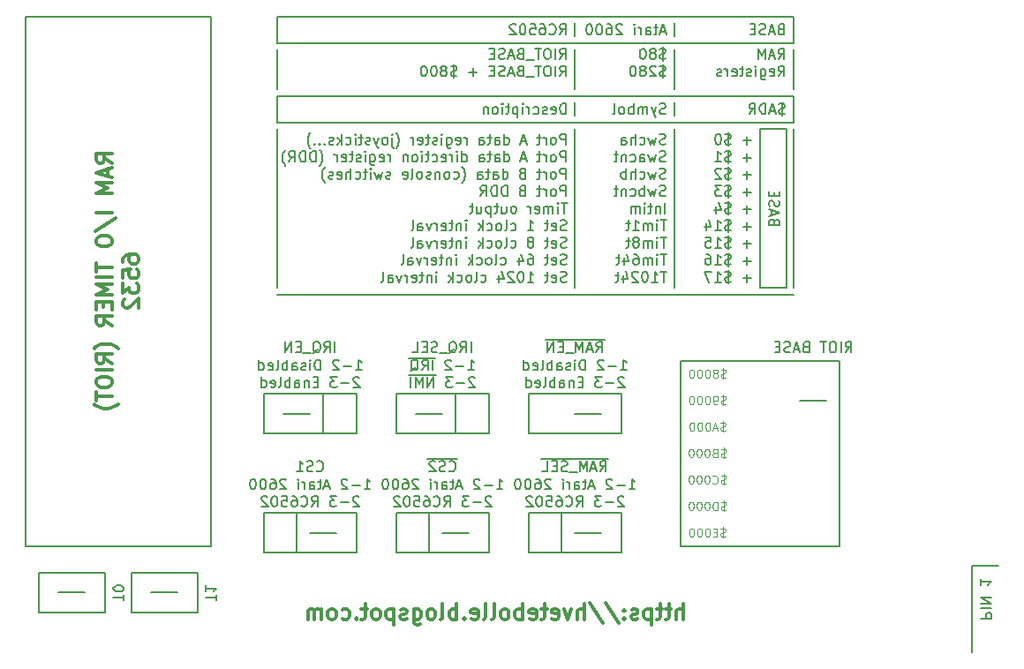
<source format=gbo>
G04 #@! TF.FileFunction,Legend,Bot*
%FSLAX46Y46*%
G04 Gerber Fmt 4.6, Leading zero omitted, Abs format (unit mm)*
G04 Created by KiCad (PCBNEW 4.0.7) date 02/14/19 14:15:43*
%MOMM*%
%LPD*%
G01*
G04 APERTURE LIST*
%ADD10C,0.100000*%
%ADD11C,0.150000*%
%ADD12C,0.200000*%
%ADD13C,0.300000*%
G04 APERTURE END LIST*
D10*
D11*
X76747619Y-139191905D02*
X76747619Y-138620476D01*
X75747619Y-138906191D02*
X76747619Y-138906191D01*
X75747619Y-137763333D02*
X75747619Y-138334762D01*
X75747619Y-138049048D02*
X76747619Y-138049048D01*
X76604762Y-138144286D01*
X76509524Y-138239524D01*
X76461905Y-138334762D01*
X67857619Y-139191905D02*
X67857619Y-138620476D01*
X66857619Y-138906191D02*
X67857619Y-138906191D01*
X67857619Y-138096667D02*
X67857619Y-138001428D01*
X67810000Y-137906190D01*
X67762381Y-137858571D01*
X67667143Y-137810952D01*
X67476667Y-137763333D01*
X67238571Y-137763333D01*
X67048095Y-137810952D01*
X66952857Y-137858571D01*
X66905238Y-137906190D01*
X66857619Y-138001428D01*
X66857619Y-138096667D01*
X66905238Y-138191905D01*
X66952857Y-138239524D01*
X67048095Y-138287143D01*
X67238571Y-138334762D01*
X67476667Y-138334762D01*
X67667143Y-138287143D01*
X67762381Y-138239524D01*
X67810000Y-138191905D01*
X67857619Y-138096667D01*
D12*
X132715000Y-120015000D02*
X135255000Y-120015000D01*
X70485000Y-138430000D02*
X73025000Y-138430000D01*
X68580000Y-140335000D02*
X68580000Y-136525000D01*
X74930000Y-140335000D02*
X68580000Y-140335000D01*
X74930000Y-136525000D02*
X74930000Y-140335000D01*
X68580000Y-136525000D02*
X74930000Y-136525000D01*
X61595000Y-138430000D02*
X64135000Y-138430000D01*
X59690000Y-136525000D02*
X59690000Y-140335000D01*
X66040000Y-136525000D02*
X59690000Y-136525000D01*
X66040000Y-140335000D02*
X66040000Y-136525000D01*
X59690000Y-140335000D02*
X66040000Y-140335000D01*
D13*
X121505001Y-141013571D02*
X121505001Y-139513571D01*
X120862144Y-141013571D02*
X120862144Y-140227857D01*
X120933573Y-140085000D01*
X121076430Y-140013571D01*
X121290715Y-140013571D01*
X121433573Y-140085000D01*
X121505001Y-140156429D01*
X120362144Y-140013571D02*
X119790715Y-140013571D01*
X120147858Y-139513571D02*
X120147858Y-140799286D01*
X120076430Y-140942143D01*
X119933572Y-141013571D01*
X119790715Y-141013571D01*
X119505001Y-140013571D02*
X118933572Y-140013571D01*
X119290715Y-139513571D02*
X119290715Y-140799286D01*
X119219287Y-140942143D01*
X119076429Y-141013571D01*
X118933572Y-141013571D01*
X118433572Y-140013571D02*
X118433572Y-141513571D01*
X118433572Y-140085000D02*
X118290715Y-140013571D01*
X118005001Y-140013571D01*
X117862144Y-140085000D01*
X117790715Y-140156429D01*
X117719286Y-140299286D01*
X117719286Y-140727857D01*
X117790715Y-140870714D01*
X117862144Y-140942143D01*
X118005001Y-141013571D01*
X118290715Y-141013571D01*
X118433572Y-140942143D01*
X117147858Y-140942143D02*
X117005001Y-141013571D01*
X116719286Y-141013571D01*
X116576429Y-140942143D01*
X116505001Y-140799286D01*
X116505001Y-140727857D01*
X116576429Y-140585000D01*
X116719286Y-140513571D01*
X116933572Y-140513571D01*
X117076429Y-140442143D01*
X117147858Y-140299286D01*
X117147858Y-140227857D01*
X117076429Y-140085000D01*
X116933572Y-140013571D01*
X116719286Y-140013571D01*
X116576429Y-140085000D01*
X115862143Y-140870714D02*
X115790715Y-140942143D01*
X115862143Y-141013571D01*
X115933572Y-140942143D01*
X115862143Y-140870714D01*
X115862143Y-141013571D01*
X115862143Y-140085000D02*
X115790715Y-140156429D01*
X115862143Y-140227857D01*
X115933572Y-140156429D01*
X115862143Y-140085000D01*
X115862143Y-140227857D01*
X114076429Y-139442143D02*
X115362143Y-141370714D01*
X112505000Y-139442143D02*
X113790714Y-141370714D01*
X112004999Y-141013571D02*
X112004999Y-139513571D01*
X111362142Y-141013571D02*
X111362142Y-140227857D01*
X111433571Y-140085000D01*
X111576428Y-140013571D01*
X111790713Y-140013571D01*
X111933571Y-140085000D01*
X112004999Y-140156429D01*
X110790713Y-140013571D02*
X110433570Y-141013571D01*
X110076428Y-140013571D01*
X108933571Y-140942143D02*
X109076428Y-141013571D01*
X109362142Y-141013571D01*
X109504999Y-140942143D01*
X109576428Y-140799286D01*
X109576428Y-140227857D01*
X109504999Y-140085000D01*
X109362142Y-140013571D01*
X109076428Y-140013571D01*
X108933571Y-140085000D01*
X108862142Y-140227857D01*
X108862142Y-140370714D01*
X109576428Y-140513571D01*
X108433571Y-140013571D02*
X107862142Y-140013571D01*
X108219285Y-139513571D02*
X108219285Y-140799286D01*
X108147857Y-140942143D01*
X108004999Y-141013571D01*
X107862142Y-141013571D01*
X106790714Y-140942143D02*
X106933571Y-141013571D01*
X107219285Y-141013571D01*
X107362142Y-140942143D01*
X107433571Y-140799286D01*
X107433571Y-140227857D01*
X107362142Y-140085000D01*
X107219285Y-140013571D01*
X106933571Y-140013571D01*
X106790714Y-140085000D01*
X106719285Y-140227857D01*
X106719285Y-140370714D01*
X107433571Y-140513571D01*
X106076428Y-141013571D02*
X106076428Y-139513571D01*
X106076428Y-140085000D02*
X105933571Y-140013571D01*
X105647857Y-140013571D01*
X105505000Y-140085000D01*
X105433571Y-140156429D01*
X105362142Y-140299286D01*
X105362142Y-140727857D01*
X105433571Y-140870714D01*
X105505000Y-140942143D01*
X105647857Y-141013571D01*
X105933571Y-141013571D01*
X106076428Y-140942143D01*
X104504999Y-141013571D02*
X104647857Y-140942143D01*
X104719285Y-140870714D01*
X104790714Y-140727857D01*
X104790714Y-140299286D01*
X104719285Y-140156429D01*
X104647857Y-140085000D01*
X104504999Y-140013571D01*
X104290714Y-140013571D01*
X104147857Y-140085000D01*
X104076428Y-140156429D01*
X104004999Y-140299286D01*
X104004999Y-140727857D01*
X104076428Y-140870714D01*
X104147857Y-140942143D01*
X104290714Y-141013571D01*
X104504999Y-141013571D01*
X103147856Y-141013571D02*
X103290714Y-140942143D01*
X103362142Y-140799286D01*
X103362142Y-139513571D01*
X102362142Y-141013571D02*
X102505000Y-140942143D01*
X102576428Y-140799286D01*
X102576428Y-139513571D01*
X101219286Y-140942143D02*
X101362143Y-141013571D01*
X101647857Y-141013571D01*
X101790714Y-140942143D01*
X101862143Y-140799286D01*
X101862143Y-140227857D01*
X101790714Y-140085000D01*
X101647857Y-140013571D01*
X101362143Y-140013571D01*
X101219286Y-140085000D01*
X101147857Y-140227857D01*
X101147857Y-140370714D01*
X101862143Y-140513571D01*
X100505000Y-140870714D02*
X100433572Y-140942143D01*
X100505000Y-141013571D01*
X100576429Y-140942143D01*
X100505000Y-140870714D01*
X100505000Y-141013571D01*
X99790714Y-141013571D02*
X99790714Y-139513571D01*
X99790714Y-140085000D02*
X99647857Y-140013571D01*
X99362143Y-140013571D01*
X99219286Y-140085000D01*
X99147857Y-140156429D01*
X99076428Y-140299286D01*
X99076428Y-140727857D01*
X99147857Y-140870714D01*
X99219286Y-140942143D01*
X99362143Y-141013571D01*
X99647857Y-141013571D01*
X99790714Y-140942143D01*
X98219285Y-141013571D02*
X98362143Y-140942143D01*
X98433571Y-140799286D01*
X98433571Y-139513571D01*
X97433571Y-141013571D02*
X97576429Y-140942143D01*
X97647857Y-140870714D01*
X97719286Y-140727857D01*
X97719286Y-140299286D01*
X97647857Y-140156429D01*
X97576429Y-140085000D01*
X97433571Y-140013571D01*
X97219286Y-140013571D01*
X97076429Y-140085000D01*
X97005000Y-140156429D01*
X96933571Y-140299286D01*
X96933571Y-140727857D01*
X97005000Y-140870714D01*
X97076429Y-140942143D01*
X97219286Y-141013571D01*
X97433571Y-141013571D01*
X95647857Y-140013571D02*
X95647857Y-141227857D01*
X95719286Y-141370714D01*
X95790714Y-141442143D01*
X95933571Y-141513571D01*
X96147857Y-141513571D01*
X96290714Y-141442143D01*
X95647857Y-140942143D02*
X95790714Y-141013571D01*
X96076428Y-141013571D01*
X96219286Y-140942143D01*
X96290714Y-140870714D01*
X96362143Y-140727857D01*
X96362143Y-140299286D01*
X96290714Y-140156429D01*
X96219286Y-140085000D01*
X96076428Y-140013571D01*
X95790714Y-140013571D01*
X95647857Y-140085000D01*
X95005000Y-140942143D02*
X94862143Y-141013571D01*
X94576428Y-141013571D01*
X94433571Y-140942143D01*
X94362143Y-140799286D01*
X94362143Y-140727857D01*
X94433571Y-140585000D01*
X94576428Y-140513571D01*
X94790714Y-140513571D01*
X94933571Y-140442143D01*
X95005000Y-140299286D01*
X95005000Y-140227857D01*
X94933571Y-140085000D01*
X94790714Y-140013571D01*
X94576428Y-140013571D01*
X94433571Y-140085000D01*
X93719285Y-140013571D02*
X93719285Y-141513571D01*
X93719285Y-140085000D02*
X93576428Y-140013571D01*
X93290714Y-140013571D01*
X93147857Y-140085000D01*
X93076428Y-140156429D01*
X93004999Y-140299286D01*
X93004999Y-140727857D01*
X93076428Y-140870714D01*
X93147857Y-140942143D01*
X93290714Y-141013571D01*
X93576428Y-141013571D01*
X93719285Y-140942143D01*
X92147856Y-141013571D02*
X92290714Y-140942143D01*
X92362142Y-140870714D01*
X92433571Y-140727857D01*
X92433571Y-140299286D01*
X92362142Y-140156429D01*
X92290714Y-140085000D01*
X92147856Y-140013571D01*
X91933571Y-140013571D01*
X91790714Y-140085000D01*
X91719285Y-140156429D01*
X91647856Y-140299286D01*
X91647856Y-140727857D01*
X91719285Y-140870714D01*
X91790714Y-140942143D01*
X91933571Y-141013571D01*
X92147856Y-141013571D01*
X91219285Y-140013571D02*
X90647856Y-140013571D01*
X91004999Y-139513571D02*
X91004999Y-140799286D01*
X90933571Y-140942143D01*
X90790713Y-141013571D01*
X90647856Y-141013571D01*
X90147856Y-140870714D02*
X90076428Y-140942143D01*
X90147856Y-141013571D01*
X90219285Y-140942143D01*
X90147856Y-140870714D01*
X90147856Y-141013571D01*
X88790713Y-140942143D02*
X88933570Y-141013571D01*
X89219284Y-141013571D01*
X89362142Y-140942143D01*
X89433570Y-140870714D01*
X89504999Y-140727857D01*
X89504999Y-140299286D01*
X89433570Y-140156429D01*
X89362142Y-140085000D01*
X89219284Y-140013571D01*
X88933570Y-140013571D01*
X88790713Y-140085000D01*
X87933570Y-141013571D02*
X88076428Y-140942143D01*
X88147856Y-140870714D01*
X88219285Y-140727857D01*
X88219285Y-140299286D01*
X88147856Y-140156429D01*
X88076428Y-140085000D01*
X87933570Y-140013571D01*
X87719285Y-140013571D01*
X87576428Y-140085000D01*
X87504999Y-140156429D01*
X87433570Y-140299286D01*
X87433570Y-140727857D01*
X87504999Y-140870714D01*
X87576428Y-140942143D01*
X87719285Y-141013571D01*
X87933570Y-141013571D01*
X86790713Y-141013571D02*
X86790713Y-140013571D01*
X86790713Y-140156429D02*
X86719285Y-140085000D01*
X86576427Y-140013571D01*
X86362142Y-140013571D01*
X86219285Y-140085000D01*
X86147856Y-140227857D01*
X86147856Y-141013571D01*
X86147856Y-140227857D02*
X86076427Y-140085000D01*
X85933570Y-140013571D01*
X85719285Y-140013571D01*
X85576427Y-140085000D01*
X85504999Y-140227857D01*
X85504999Y-141013571D01*
D12*
X132080000Y-89535000D02*
X132080000Y-90170000D01*
X120650000Y-90170000D02*
X120650000Y-89535000D01*
X111125000Y-90170000D02*
X111125000Y-89535000D01*
X82550000Y-89535000D02*
X82550000Y-90170000D01*
X120650000Y-85090000D02*
X120650000Y-83820000D01*
X111125000Y-85090000D02*
X111125000Y-83820000D01*
X111125000Y-91440000D02*
X111125000Y-92710000D01*
X120650000Y-91440000D02*
X120650000Y-92710000D01*
X82550000Y-109855000D02*
X132080000Y-109855000D01*
X82550000Y-93980000D02*
X82550000Y-109220000D01*
X82550000Y-86360000D02*
X82550000Y-89535000D01*
X132080000Y-89535000D02*
X132080000Y-86360000D01*
X132080000Y-109220000D02*
X132080000Y-93980000D01*
X120650000Y-93980000D02*
X120650000Y-109220000D01*
X120650000Y-86360000D02*
X120650000Y-89535000D01*
X111125000Y-89535000D02*
X111125000Y-86360000D01*
X111125000Y-93980000D02*
X111125000Y-109220000D01*
D11*
X110251905Y-92527381D02*
X110251905Y-91527381D01*
X110013810Y-91527381D01*
X109870952Y-91575000D01*
X109775714Y-91670238D01*
X109728095Y-91765476D01*
X109680476Y-91955952D01*
X109680476Y-92098810D01*
X109728095Y-92289286D01*
X109775714Y-92384524D01*
X109870952Y-92479762D01*
X110013810Y-92527381D01*
X110251905Y-92527381D01*
X108870952Y-92479762D02*
X108966190Y-92527381D01*
X109156667Y-92527381D01*
X109251905Y-92479762D01*
X109299524Y-92384524D01*
X109299524Y-92003571D01*
X109251905Y-91908333D01*
X109156667Y-91860714D01*
X108966190Y-91860714D01*
X108870952Y-91908333D01*
X108823333Y-92003571D01*
X108823333Y-92098810D01*
X109299524Y-92194048D01*
X108442381Y-92479762D02*
X108347143Y-92527381D01*
X108156667Y-92527381D01*
X108061428Y-92479762D01*
X108013809Y-92384524D01*
X108013809Y-92336905D01*
X108061428Y-92241667D01*
X108156667Y-92194048D01*
X108299524Y-92194048D01*
X108394762Y-92146429D01*
X108442381Y-92051190D01*
X108442381Y-92003571D01*
X108394762Y-91908333D01*
X108299524Y-91860714D01*
X108156667Y-91860714D01*
X108061428Y-91908333D01*
X107156666Y-92479762D02*
X107251904Y-92527381D01*
X107442381Y-92527381D01*
X107537619Y-92479762D01*
X107585238Y-92432143D01*
X107632857Y-92336905D01*
X107632857Y-92051190D01*
X107585238Y-91955952D01*
X107537619Y-91908333D01*
X107442381Y-91860714D01*
X107251904Y-91860714D01*
X107156666Y-91908333D01*
X106728095Y-92527381D02*
X106728095Y-91860714D01*
X106728095Y-92051190D02*
X106680476Y-91955952D01*
X106632857Y-91908333D01*
X106537619Y-91860714D01*
X106442380Y-91860714D01*
X106109047Y-92527381D02*
X106109047Y-91860714D01*
X106109047Y-91527381D02*
X106156666Y-91575000D01*
X106109047Y-91622619D01*
X106061428Y-91575000D01*
X106109047Y-91527381D01*
X106109047Y-91622619D01*
X105632857Y-91860714D02*
X105632857Y-92860714D01*
X105632857Y-91908333D02*
X105537619Y-91860714D01*
X105347142Y-91860714D01*
X105251904Y-91908333D01*
X105204285Y-91955952D01*
X105156666Y-92051190D01*
X105156666Y-92336905D01*
X105204285Y-92432143D01*
X105251904Y-92479762D01*
X105347142Y-92527381D01*
X105537619Y-92527381D01*
X105632857Y-92479762D01*
X104870952Y-91860714D02*
X104490000Y-91860714D01*
X104728095Y-91527381D02*
X104728095Y-92384524D01*
X104680476Y-92479762D01*
X104585238Y-92527381D01*
X104490000Y-92527381D01*
X104156666Y-92527381D02*
X104156666Y-91860714D01*
X104156666Y-91527381D02*
X104204285Y-91575000D01*
X104156666Y-91622619D01*
X104109047Y-91575000D01*
X104156666Y-91527381D01*
X104156666Y-91622619D01*
X103537619Y-92527381D02*
X103632857Y-92479762D01*
X103680476Y-92432143D01*
X103728095Y-92336905D01*
X103728095Y-92051190D01*
X103680476Y-91955952D01*
X103632857Y-91908333D01*
X103537619Y-91860714D01*
X103394761Y-91860714D01*
X103299523Y-91908333D01*
X103251904Y-91955952D01*
X103204285Y-92051190D01*
X103204285Y-92336905D01*
X103251904Y-92432143D01*
X103299523Y-92479762D01*
X103394761Y-92527381D01*
X103537619Y-92527381D01*
X102775714Y-91860714D02*
X102775714Y-92527381D01*
X102775714Y-91955952D02*
X102728095Y-91908333D01*
X102632857Y-91860714D01*
X102489999Y-91860714D01*
X102394761Y-91908333D01*
X102347142Y-92003571D01*
X102347142Y-92527381D01*
X119824524Y-92479762D02*
X119681667Y-92527381D01*
X119443571Y-92527381D01*
X119348333Y-92479762D01*
X119300714Y-92432143D01*
X119253095Y-92336905D01*
X119253095Y-92241667D01*
X119300714Y-92146429D01*
X119348333Y-92098810D01*
X119443571Y-92051190D01*
X119634048Y-92003571D01*
X119729286Y-91955952D01*
X119776905Y-91908333D01*
X119824524Y-91813095D01*
X119824524Y-91717857D01*
X119776905Y-91622619D01*
X119729286Y-91575000D01*
X119634048Y-91527381D01*
X119395952Y-91527381D01*
X119253095Y-91575000D01*
X118919762Y-91860714D02*
X118681667Y-92527381D01*
X118443571Y-91860714D02*
X118681667Y-92527381D01*
X118776905Y-92765476D01*
X118824524Y-92813095D01*
X118919762Y-92860714D01*
X118062619Y-92527381D02*
X118062619Y-91860714D01*
X118062619Y-91955952D02*
X118015000Y-91908333D01*
X117919762Y-91860714D01*
X117776904Y-91860714D01*
X117681666Y-91908333D01*
X117634047Y-92003571D01*
X117634047Y-92527381D01*
X117634047Y-92003571D02*
X117586428Y-91908333D01*
X117491190Y-91860714D01*
X117348333Y-91860714D01*
X117253095Y-91908333D01*
X117205476Y-92003571D01*
X117205476Y-92527381D01*
X116729286Y-92527381D02*
X116729286Y-91527381D01*
X116729286Y-91908333D02*
X116634048Y-91860714D01*
X116443571Y-91860714D01*
X116348333Y-91908333D01*
X116300714Y-91955952D01*
X116253095Y-92051190D01*
X116253095Y-92336905D01*
X116300714Y-92432143D01*
X116348333Y-92479762D01*
X116443571Y-92527381D01*
X116634048Y-92527381D01*
X116729286Y-92479762D01*
X115681667Y-92527381D02*
X115776905Y-92479762D01*
X115824524Y-92432143D01*
X115872143Y-92336905D01*
X115872143Y-92051190D01*
X115824524Y-91955952D01*
X115776905Y-91908333D01*
X115681667Y-91860714D01*
X115538809Y-91860714D01*
X115443571Y-91908333D01*
X115395952Y-91955952D01*
X115348333Y-92051190D01*
X115348333Y-92336905D01*
X115395952Y-92432143D01*
X115443571Y-92479762D01*
X115538809Y-92527381D01*
X115681667Y-92527381D01*
X114776905Y-92527381D02*
X114872143Y-92479762D01*
X114919762Y-92384524D01*
X114919762Y-91527381D01*
X131254524Y-92479762D02*
X131111667Y-92527381D01*
X130873571Y-92527381D01*
X130778333Y-92479762D01*
X130730714Y-92432143D01*
X130683095Y-92336905D01*
X130683095Y-92241667D01*
X130730714Y-92146429D01*
X130778333Y-92098810D01*
X130873571Y-92051190D01*
X131064048Y-92003571D01*
X131159286Y-91955952D01*
X131206905Y-91908333D01*
X131254524Y-91813095D01*
X131254524Y-91717857D01*
X131206905Y-91622619D01*
X131159286Y-91575000D01*
X131064048Y-91527381D01*
X130825952Y-91527381D01*
X130683095Y-91575000D01*
X130968810Y-91384524D02*
X130968810Y-92670238D01*
X130302143Y-92241667D02*
X129825952Y-92241667D01*
X130397381Y-92527381D02*
X130064048Y-91527381D01*
X129730714Y-92527381D01*
X129397381Y-92527381D02*
X129397381Y-91527381D01*
X129159286Y-91527381D01*
X129016428Y-91575000D01*
X128921190Y-91670238D01*
X128873571Y-91765476D01*
X128825952Y-91955952D01*
X128825952Y-92098810D01*
X128873571Y-92289286D01*
X128921190Y-92384524D01*
X129016428Y-92479762D01*
X129159286Y-92527381D01*
X129397381Y-92527381D01*
X127825952Y-92527381D02*
X128159286Y-92051190D01*
X128397381Y-92527381D02*
X128397381Y-91527381D01*
X128016428Y-91527381D01*
X127921190Y-91575000D01*
X127873571Y-91622619D01*
X127825952Y-91717857D01*
X127825952Y-91860714D01*
X127873571Y-91955952D01*
X127921190Y-92003571D01*
X128016428Y-92051190D01*
X128397381Y-92051190D01*
D12*
X82550000Y-90805000D02*
X82550000Y-93345000D01*
X132080000Y-90805000D02*
X82550000Y-90805000D01*
X132080000Y-93345000D02*
X132080000Y-90805000D01*
X132080000Y-93345000D02*
X82550000Y-93345000D01*
X82550000Y-85725000D02*
X82550000Y-83185000D01*
D11*
X109680476Y-87257381D02*
X110013810Y-86781190D01*
X110251905Y-87257381D02*
X110251905Y-86257381D01*
X109870952Y-86257381D01*
X109775714Y-86305000D01*
X109728095Y-86352619D01*
X109680476Y-86447857D01*
X109680476Y-86590714D01*
X109728095Y-86685952D01*
X109775714Y-86733571D01*
X109870952Y-86781190D01*
X110251905Y-86781190D01*
X109251905Y-87257381D02*
X109251905Y-86257381D01*
X108585239Y-86257381D02*
X108394762Y-86257381D01*
X108299524Y-86305000D01*
X108204286Y-86400238D01*
X108156667Y-86590714D01*
X108156667Y-86924048D01*
X108204286Y-87114524D01*
X108299524Y-87209762D01*
X108394762Y-87257381D01*
X108585239Y-87257381D01*
X108680477Y-87209762D01*
X108775715Y-87114524D01*
X108823334Y-86924048D01*
X108823334Y-86590714D01*
X108775715Y-86400238D01*
X108680477Y-86305000D01*
X108585239Y-86257381D01*
X107870953Y-86257381D02*
X107299524Y-86257381D01*
X107585239Y-87257381D02*
X107585239Y-86257381D01*
X107204286Y-87352619D02*
X106442381Y-87352619D01*
X105870952Y-86733571D02*
X105728095Y-86781190D01*
X105680476Y-86828810D01*
X105632857Y-86924048D01*
X105632857Y-87066905D01*
X105680476Y-87162143D01*
X105728095Y-87209762D01*
X105823333Y-87257381D01*
X106204286Y-87257381D01*
X106204286Y-86257381D01*
X105870952Y-86257381D01*
X105775714Y-86305000D01*
X105728095Y-86352619D01*
X105680476Y-86447857D01*
X105680476Y-86543095D01*
X105728095Y-86638333D01*
X105775714Y-86685952D01*
X105870952Y-86733571D01*
X106204286Y-86733571D01*
X105251905Y-86971667D02*
X104775714Y-86971667D01*
X105347143Y-87257381D02*
X105013810Y-86257381D01*
X104680476Y-87257381D01*
X104394762Y-87209762D02*
X104251905Y-87257381D01*
X104013809Y-87257381D01*
X103918571Y-87209762D01*
X103870952Y-87162143D01*
X103823333Y-87066905D01*
X103823333Y-86971667D01*
X103870952Y-86876429D01*
X103918571Y-86828810D01*
X104013809Y-86781190D01*
X104204286Y-86733571D01*
X104299524Y-86685952D01*
X104347143Y-86638333D01*
X104394762Y-86543095D01*
X104394762Y-86447857D01*
X104347143Y-86352619D01*
X104299524Y-86305000D01*
X104204286Y-86257381D01*
X103966190Y-86257381D01*
X103823333Y-86305000D01*
X103394762Y-86733571D02*
X103061428Y-86733571D01*
X102918571Y-87257381D02*
X103394762Y-87257381D01*
X103394762Y-86257381D01*
X102918571Y-86257381D01*
X109680476Y-88907381D02*
X110013810Y-88431190D01*
X110251905Y-88907381D02*
X110251905Y-87907381D01*
X109870952Y-87907381D01*
X109775714Y-87955000D01*
X109728095Y-88002619D01*
X109680476Y-88097857D01*
X109680476Y-88240714D01*
X109728095Y-88335952D01*
X109775714Y-88383571D01*
X109870952Y-88431190D01*
X110251905Y-88431190D01*
X109251905Y-88907381D02*
X109251905Y-87907381D01*
X108585239Y-87907381D02*
X108394762Y-87907381D01*
X108299524Y-87955000D01*
X108204286Y-88050238D01*
X108156667Y-88240714D01*
X108156667Y-88574048D01*
X108204286Y-88764524D01*
X108299524Y-88859762D01*
X108394762Y-88907381D01*
X108585239Y-88907381D01*
X108680477Y-88859762D01*
X108775715Y-88764524D01*
X108823334Y-88574048D01*
X108823334Y-88240714D01*
X108775715Y-88050238D01*
X108680477Y-87955000D01*
X108585239Y-87907381D01*
X107870953Y-87907381D02*
X107299524Y-87907381D01*
X107585239Y-88907381D02*
X107585239Y-87907381D01*
X107204286Y-89002619D02*
X106442381Y-89002619D01*
X105870952Y-88383571D02*
X105728095Y-88431190D01*
X105680476Y-88478810D01*
X105632857Y-88574048D01*
X105632857Y-88716905D01*
X105680476Y-88812143D01*
X105728095Y-88859762D01*
X105823333Y-88907381D01*
X106204286Y-88907381D01*
X106204286Y-87907381D01*
X105870952Y-87907381D01*
X105775714Y-87955000D01*
X105728095Y-88002619D01*
X105680476Y-88097857D01*
X105680476Y-88193095D01*
X105728095Y-88288333D01*
X105775714Y-88335952D01*
X105870952Y-88383571D01*
X106204286Y-88383571D01*
X105251905Y-88621667D02*
X104775714Y-88621667D01*
X105347143Y-88907381D02*
X105013810Y-87907381D01*
X104680476Y-88907381D01*
X104394762Y-88859762D02*
X104251905Y-88907381D01*
X104013809Y-88907381D01*
X103918571Y-88859762D01*
X103870952Y-88812143D01*
X103823333Y-88716905D01*
X103823333Y-88621667D01*
X103870952Y-88526429D01*
X103918571Y-88478810D01*
X104013809Y-88431190D01*
X104204286Y-88383571D01*
X104299524Y-88335952D01*
X104347143Y-88288333D01*
X104394762Y-88193095D01*
X104394762Y-88097857D01*
X104347143Y-88002619D01*
X104299524Y-87955000D01*
X104204286Y-87907381D01*
X103966190Y-87907381D01*
X103823333Y-87955000D01*
X103394762Y-88383571D02*
X103061428Y-88383571D01*
X102918571Y-88907381D02*
X103394762Y-88907381D01*
X103394762Y-87907381D01*
X102918571Y-87907381D01*
X101728095Y-88526429D02*
X100966190Y-88526429D01*
X101347142Y-88907381D02*
X101347142Y-88145476D01*
X99775714Y-88859762D02*
X99632857Y-88907381D01*
X99394761Y-88907381D01*
X99299523Y-88859762D01*
X99251904Y-88812143D01*
X99204285Y-88716905D01*
X99204285Y-88621667D01*
X99251904Y-88526429D01*
X99299523Y-88478810D01*
X99394761Y-88431190D01*
X99585238Y-88383571D01*
X99680476Y-88335952D01*
X99728095Y-88288333D01*
X99775714Y-88193095D01*
X99775714Y-88097857D01*
X99728095Y-88002619D01*
X99680476Y-87955000D01*
X99585238Y-87907381D01*
X99347142Y-87907381D01*
X99204285Y-87955000D01*
X99490000Y-87764524D02*
X99490000Y-89050238D01*
X98632857Y-88335952D02*
X98728095Y-88288333D01*
X98775714Y-88240714D01*
X98823333Y-88145476D01*
X98823333Y-88097857D01*
X98775714Y-88002619D01*
X98728095Y-87955000D01*
X98632857Y-87907381D01*
X98442380Y-87907381D01*
X98347142Y-87955000D01*
X98299523Y-88002619D01*
X98251904Y-88097857D01*
X98251904Y-88145476D01*
X98299523Y-88240714D01*
X98347142Y-88288333D01*
X98442380Y-88335952D01*
X98632857Y-88335952D01*
X98728095Y-88383571D01*
X98775714Y-88431190D01*
X98823333Y-88526429D01*
X98823333Y-88716905D01*
X98775714Y-88812143D01*
X98728095Y-88859762D01*
X98632857Y-88907381D01*
X98442380Y-88907381D01*
X98347142Y-88859762D01*
X98299523Y-88812143D01*
X98251904Y-88716905D01*
X98251904Y-88526429D01*
X98299523Y-88431190D01*
X98347142Y-88383571D01*
X98442380Y-88335952D01*
X97632857Y-87907381D02*
X97537618Y-87907381D01*
X97442380Y-87955000D01*
X97394761Y-88002619D01*
X97347142Y-88097857D01*
X97299523Y-88288333D01*
X97299523Y-88526429D01*
X97347142Y-88716905D01*
X97394761Y-88812143D01*
X97442380Y-88859762D01*
X97537618Y-88907381D01*
X97632857Y-88907381D01*
X97728095Y-88859762D01*
X97775714Y-88812143D01*
X97823333Y-88716905D01*
X97870952Y-88526429D01*
X97870952Y-88288333D01*
X97823333Y-88097857D01*
X97775714Y-88002619D01*
X97728095Y-87955000D01*
X97632857Y-87907381D01*
X96680476Y-87907381D02*
X96585237Y-87907381D01*
X96489999Y-87955000D01*
X96442380Y-88002619D01*
X96394761Y-88097857D01*
X96347142Y-88288333D01*
X96347142Y-88526429D01*
X96394761Y-88716905D01*
X96442380Y-88812143D01*
X96489999Y-88859762D01*
X96585237Y-88907381D01*
X96680476Y-88907381D01*
X96775714Y-88859762D01*
X96823333Y-88812143D01*
X96870952Y-88716905D01*
X96918571Y-88526429D01*
X96918571Y-88288333D01*
X96870952Y-88097857D01*
X96823333Y-88002619D01*
X96775714Y-87955000D01*
X96680476Y-87907381D01*
X119824524Y-87209762D02*
X119681667Y-87257381D01*
X119443571Y-87257381D01*
X119348333Y-87209762D01*
X119300714Y-87162143D01*
X119253095Y-87066905D01*
X119253095Y-86971667D01*
X119300714Y-86876429D01*
X119348333Y-86828810D01*
X119443571Y-86781190D01*
X119634048Y-86733571D01*
X119729286Y-86685952D01*
X119776905Y-86638333D01*
X119824524Y-86543095D01*
X119824524Y-86447857D01*
X119776905Y-86352619D01*
X119729286Y-86305000D01*
X119634048Y-86257381D01*
X119395952Y-86257381D01*
X119253095Y-86305000D01*
X119538810Y-86114524D02*
X119538810Y-87400238D01*
X118681667Y-86685952D02*
X118776905Y-86638333D01*
X118824524Y-86590714D01*
X118872143Y-86495476D01*
X118872143Y-86447857D01*
X118824524Y-86352619D01*
X118776905Y-86305000D01*
X118681667Y-86257381D01*
X118491190Y-86257381D01*
X118395952Y-86305000D01*
X118348333Y-86352619D01*
X118300714Y-86447857D01*
X118300714Y-86495476D01*
X118348333Y-86590714D01*
X118395952Y-86638333D01*
X118491190Y-86685952D01*
X118681667Y-86685952D01*
X118776905Y-86733571D01*
X118824524Y-86781190D01*
X118872143Y-86876429D01*
X118872143Y-87066905D01*
X118824524Y-87162143D01*
X118776905Y-87209762D01*
X118681667Y-87257381D01*
X118491190Y-87257381D01*
X118395952Y-87209762D01*
X118348333Y-87162143D01*
X118300714Y-87066905D01*
X118300714Y-86876429D01*
X118348333Y-86781190D01*
X118395952Y-86733571D01*
X118491190Y-86685952D01*
X117681667Y-86257381D02*
X117586428Y-86257381D01*
X117491190Y-86305000D01*
X117443571Y-86352619D01*
X117395952Y-86447857D01*
X117348333Y-86638333D01*
X117348333Y-86876429D01*
X117395952Y-87066905D01*
X117443571Y-87162143D01*
X117491190Y-87209762D01*
X117586428Y-87257381D01*
X117681667Y-87257381D01*
X117776905Y-87209762D01*
X117824524Y-87162143D01*
X117872143Y-87066905D01*
X117919762Y-86876429D01*
X117919762Y-86638333D01*
X117872143Y-86447857D01*
X117824524Y-86352619D01*
X117776905Y-86305000D01*
X117681667Y-86257381D01*
X119824524Y-88859762D02*
X119681667Y-88907381D01*
X119443571Y-88907381D01*
X119348333Y-88859762D01*
X119300714Y-88812143D01*
X119253095Y-88716905D01*
X119253095Y-88621667D01*
X119300714Y-88526429D01*
X119348333Y-88478810D01*
X119443571Y-88431190D01*
X119634048Y-88383571D01*
X119729286Y-88335952D01*
X119776905Y-88288333D01*
X119824524Y-88193095D01*
X119824524Y-88097857D01*
X119776905Y-88002619D01*
X119729286Y-87955000D01*
X119634048Y-87907381D01*
X119395952Y-87907381D01*
X119253095Y-87955000D01*
X119538810Y-87764524D02*
X119538810Y-89050238D01*
X118872143Y-88002619D02*
X118824524Y-87955000D01*
X118729286Y-87907381D01*
X118491190Y-87907381D01*
X118395952Y-87955000D01*
X118348333Y-88002619D01*
X118300714Y-88097857D01*
X118300714Y-88193095D01*
X118348333Y-88335952D01*
X118919762Y-88907381D01*
X118300714Y-88907381D01*
X117729286Y-88335952D02*
X117824524Y-88288333D01*
X117872143Y-88240714D01*
X117919762Y-88145476D01*
X117919762Y-88097857D01*
X117872143Y-88002619D01*
X117824524Y-87955000D01*
X117729286Y-87907381D01*
X117538809Y-87907381D01*
X117443571Y-87955000D01*
X117395952Y-88002619D01*
X117348333Y-88097857D01*
X117348333Y-88145476D01*
X117395952Y-88240714D01*
X117443571Y-88288333D01*
X117538809Y-88335952D01*
X117729286Y-88335952D01*
X117824524Y-88383571D01*
X117872143Y-88431190D01*
X117919762Y-88526429D01*
X117919762Y-88716905D01*
X117872143Y-88812143D01*
X117824524Y-88859762D01*
X117729286Y-88907381D01*
X117538809Y-88907381D01*
X117443571Y-88859762D01*
X117395952Y-88812143D01*
X117348333Y-88716905D01*
X117348333Y-88526429D01*
X117395952Y-88431190D01*
X117443571Y-88383571D01*
X117538809Y-88335952D01*
X116729286Y-87907381D02*
X116634047Y-87907381D01*
X116538809Y-87955000D01*
X116491190Y-88002619D01*
X116443571Y-88097857D01*
X116395952Y-88288333D01*
X116395952Y-88526429D01*
X116443571Y-88716905D01*
X116491190Y-88812143D01*
X116538809Y-88859762D01*
X116634047Y-88907381D01*
X116729286Y-88907381D01*
X116824524Y-88859762D01*
X116872143Y-88812143D01*
X116919762Y-88716905D01*
X116967381Y-88526429D01*
X116967381Y-88288333D01*
X116919762Y-88097857D01*
X116872143Y-88002619D01*
X116824524Y-87955000D01*
X116729286Y-87907381D01*
X130635476Y-87257381D02*
X130968810Y-86781190D01*
X131206905Y-87257381D02*
X131206905Y-86257381D01*
X130825952Y-86257381D01*
X130730714Y-86305000D01*
X130683095Y-86352619D01*
X130635476Y-86447857D01*
X130635476Y-86590714D01*
X130683095Y-86685952D01*
X130730714Y-86733571D01*
X130825952Y-86781190D01*
X131206905Y-86781190D01*
X130254524Y-86971667D02*
X129778333Y-86971667D01*
X130349762Y-87257381D02*
X130016429Y-86257381D01*
X129683095Y-87257381D01*
X129349762Y-87257381D02*
X129349762Y-86257381D01*
X129016428Y-86971667D01*
X128683095Y-86257381D01*
X128683095Y-87257381D01*
X130635476Y-88907381D02*
X130968810Y-88431190D01*
X131206905Y-88907381D02*
X131206905Y-87907381D01*
X130825952Y-87907381D01*
X130730714Y-87955000D01*
X130683095Y-88002619D01*
X130635476Y-88097857D01*
X130635476Y-88240714D01*
X130683095Y-88335952D01*
X130730714Y-88383571D01*
X130825952Y-88431190D01*
X131206905Y-88431190D01*
X129825952Y-88859762D02*
X129921190Y-88907381D01*
X130111667Y-88907381D01*
X130206905Y-88859762D01*
X130254524Y-88764524D01*
X130254524Y-88383571D01*
X130206905Y-88288333D01*
X130111667Y-88240714D01*
X129921190Y-88240714D01*
X129825952Y-88288333D01*
X129778333Y-88383571D01*
X129778333Y-88478810D01*
X130254524Y-88574048D01*
X128921190Y-88240714D02*
X128921190Y-89050238D01*
X128968809Y-89145476D01*
X129016428Y-89193095D01*
X129111667Y-89240714D01*
X129254524Y-89240714D01*
X129349762Y-89193095D01*
X128921190Y-88859762D02*
X129016428Y-88907381D01*
X129206905Y-88907381D01*
X129302143Y-88859762D01*
X129349762Y-88812143D01*
X129397381Y-88716905D01*
X129397381Y-88431190D01*
X129349762Y-88335952D01*
X129302143Y-88288333D01*
X129206905Y-88240714D01*
X129016428Y-88240714D01*
X128921190Y-88288333D01*
X128445000Y-88907381D02*
X128445000Y-88240714D01*
X128445000Y-87907381D02*
X128492619Y-87955000D01*
X128445000Y-88002619D01*
X128397381Y-87955000D01*
X128445000Y-87907381D01*
X128445000Y-88002619D01*
X128016429Y-88859762D02*
X127921191Y-88907381D01*
X127730715Y-88907381D01*
X127635476Y-88859762D01*
X127587857Y-88764524D01*
X127587857Y-88716905D01*
X127635476Y-88621667D01*
X127730715Y-88574048D01*
X127873572Y-88574048D01*
X127968810Y-88526429D01*
X128016429Y-88431190D01*
X128016429Y-88383571D01*
X127968810Y-88288333D01*
X127873572Y-88240714D01*
X127730715Y-88240714D01*
X127635476Y-88288333D01*
X127302143Y-88240714D02*
X126921191Y-88240714D01*
X127159286Y-87907381D02*
X127159286Y-88764524D01*
X127111667Y-88859762D01*
X127016429Y-88907381D01*
X126921191Y-88907381D01*
X126206904Y-88859762D02*
X126302142Y-88907381D01*
X126492619Y-88907381D01*
X126587857Y-88859762D01*
X126635476Y-88764524D01*
X126635476Y-88383571D01*
X126587857Y-88288333D01*
X126492619Y-88240714D01*
X126302142Y-88240714D01*
X126206904Y-88288333D01*
X126159285Y-88383571D01*
X126159285Y-88478810D01*
X126635476Y-88574048D01*
X125730714Y-88907381D02*
X125730714Y-88240714D01*
X125730714Y-88431190D02*
X125683095Y-88335952D01*
X125635476Y-88288333D01*
X125540238Y-88240714D01*
X125444999Y-88240714D01*
X125159285Y-88859762D02*
X125064047Y-88907381D01*
X124873571Y-88907381D01*
X124778332Y-88859762D01*
X124730713Y-88764524D01*
X124730713Y-88716905D01*
X124778332Y-88621667D01*
X124873571Y-88574048D01*
X125016428Y-88574048D01*
X125111666Y-88526429D01*
X125159285Y-88431190D01*
X125159285Y-88383571D01*
X125111666Y-88288333D01*
X125016428Y-88240714D01*
X124873571Y-88240714D01*
X124778332Y-88288333D01*
D12*
X132080000Y-83185000D02*
X132080000Y-85725000D01*
X82550000Y-83185000D02*
X132080000Y-83185000D01*
X82550000Y-85725000D02*
X82550000Y-83185000D01*
X132080000Y-85725000D02*
X82550000Y-85725000D01*
X128905000Y-93980000D02*
X128905000Y-109220000D01*
X131445000Y-93980000D02*
X128905000Y-93980000D01*
X131445000Y-109220000D02*
X131445000Y-93980000D01*
X128905000Y-109220000D02*
X131445000Y-109220000D01*
D11*
X130246429Y-102885714D02*
X130198810Y-102742857D01*
X130151190Y-102695238D01*
X130055952Y-102647619D01*
X129913095Y-102647619D01*
X129817857Y-102695238D01*
X129770238Y-102742857D01*
X129722619Y-102838095D01*
X129722619Y-103219048D01*
X130722619Y-103219048D01*
X130722619Y-102885714D01*
X130675000Y-102790476D01*
X130627381Y-102742857D01*
X130532143Y-102695238D01*
X130436905Y-102695238D01*
X130341667Y-102742857D01*
X130294048Y-102790476D01*
X130246429Y-102885714D01*
X130246429Y-103219048D01*
X130008333Y-102266667D02*
X130008333Y-101790476D01*
X129722619Y-102361905D02*
X130722619Y-102028572D01*
X129722619Y-101695238D01*
X129770238Y-101409524D02*
X129722619Y-101266667D01*
X129722619Y-101028571D01*
X129770238Y-100933333D01*
X129817857Y-100885714D01*
X129913095Y-100838095D01*
X130008333Y-100838095D01*
X130103571Y-100885714D01*
X130151190Y-100933333D01*
X130198810Y-101028571D01*
X130246429Y-101219048D01*
X130294048Y-101314286D01*
X130341667Y-101361905D01*
X130436905Y-101409524D01*
X130532143Y-101409524D01*
X130627381Y-101361905D01*
X130675000Y-101314286D01*
X130722619Y-101219048D01*
X130722619Y-100980952D01*
X130675000Y-100838095D01*
X130246429Y-100409524D02*
X130246429Y-100076190D01*
X129722619Y-99933333D02*
X129722619Y-100409524D01*
X130722619Y-100409524D01*
X130722619Y-99933333D01*
X110251905Y-95452381D02*
X110251905Y-94452381D01*
X109870952Y-94452381D01*
X109775714Y-94500000D01*
X109728095Y-94547619D01*
X109680476Y-94642857D01*
X109680476Y-94785714D01*
X109728095Y-94880952D01*
X109775714Y-94928571D01*
X109870952Y-94976190D01*
X110251905Y-94976190D01*
X109109048Y-95452381D02*
X109204286Y-95404762D01*
X109251905Y-95357143D01*
X109299524Y-95261905D01*
X109299524Y-94976190D01*
X109251905Y-94880952D01*
X109204286Y-94833333D01*
X109109048Y-94785714D01*
X108966190Y-94785714D01*
X108870952Y-94833333D01*
X108823333Y-94880952D01*
X108775714Y-94976190D01*
X108775714Y-95261905D01*
X108823333Y-95357143D01*
X108870952Y-95404762D01*
X108966190Y-95452381D01*
X109109048Y-95452381D01*
X108347143Y-95452381D02*
X108347143Y-94785714D01*
X108347143Y-94976190D02*
X108299524Y-94880952D01*
X108251905Y-94833333D01*
X108156667Y-94785714D01*
X108061428Y-94785714D01*
X107870952Y-94785714D02*
X107490000Y-94785714D01*
X107728095Y-94452381D02*
X107728095Y-95309524D01*
X107680476Y-95404762D01*
X107585238Y-95452381D01*
X107490000Y-95452381D01*
X106442380Y-95166667D02*
X105966189Y-95166667D01*
X106537618Y-95452381D02*
X106204285Y-94452381D01*
X105870951Y-95452381D01*
X104347141Y-95452381D02*
X104347141Y-94452381D01*
X104347141Y-95404762D02*
X104442379Y-95452381D01*
X104632856Y-95452381D01*
X104728094Y-95404762D01*
X104775713Y-95357143D01*
X104823332Y-95261905D01*
X104823332Y-94976190D01*
X104775713Y-94880952D01*
X104728094Y-94833333D01*
X104632856Y-94785714D01*
X104442379Y-94785714D01*
X104347141Y-94833333D01*
X103442379Y-95452381D02*
X103442379Y-94928571D01*
X103489998Y-94833333D01*
X103585236Y-94785714D01*
X103775713Y-94785714D01*
X103870951Y-94833333D01*
X103442379Y-95404762D02*
X103537617Y-95452381D01*
X103775713Y-95452381D01*
X103870951Y-95404762D01*
X103918570Y-95309524D01*
X103918570Y-95214286D01*
X103870951Y-95119048D01*
X103775713Y-95071429D01*
X103537617Y-95071429D01*
X103442379Y-95023810D01*
X103109046Y-94785714D02*
X102728094Y-94785714D01*
X102966189Y-94452381D02*
X102966189Y-95309524D01*
X102918570Y-95404762D01*
X102823332Y-95452381D01*
X102728094Y-95452381D01*
X101966188Y-95452381D02*
X101966188Y-94928571D01*
X102013807Y-94833333D01*
X102109045Y-94785714D01*
X102299522Y-94785714D01*
X102394760Y-94833333D01*
X101966188Y-95404762D02*
X102061426Y-95452381D01*
X102299522Y-95452381D01*
X102394760Y-95404762D01*
X102442379Y-95309524D01*
X102442379Y-95214286D01*
X102394760Y-95119048D01*
X102299522Y-95071429D01*
X102061426Y-95071429D01*
X101966188Y-95023810D01*
X100728093Y-95452381D02*
X100728093Y-94785714D01*
X100728093Y-94976190D02*
X100680474Y-94880952D01*
X100632855Y-94833333D01*
X100537617Y-94785714D01*
X100442378Y-94785714D01*
X99728092Y-95404762D02*
X99823330Y-95452381D01*
X100013807Y-95452381D01*
X100109045Y-95404762D01*
X100156664Y-95309524D01*
X100156664Y-94928571D01*
X100109045Y-94833333D01*
X100013807Y-94785714D01*
X99823330Y-94785714D01*
X99728092Y-94833333D01*
X99680473Y-94928571D01*
X99680473Y-95023810D01*
X100156664Y-95119048D01*
X98823330Y-94785714D02*
X98823330Y-95595238D01*
X98870949Y-95690476D01*
X98918568Y-95738095D01*
X99013807Y-95785714D01*
X99156664Y-95785714D01*
X99251902Y-95738095D01*
X98823330Y-95404762D02*
X98918568Y-95452381D01*
X99109045Y-95452381D01*
X99204283Y-95404762D01*
X99251902Y-95357143D01*
X99299521Y-95261905D01*
X99299521Y-94976190D01*
X99251902Y-94880952D01*
X99204283Y-94833333D01*
X99109045Y-94785714D01*
X98918568Y-94785714D01*
X98823330Y-94833333D01*
X98347140Y-95452381D02*
X98347140Y-94785714D01*
X98347140Y-94452381D02*
X98394759Y-94500000D01*
X98347140Y-94547619D01*
X98299521Y-94500000D01*
X98347140Y-94452381D01*
X98347140Y-94547619D01*
X97918569Y-95404762D02*
X97823331Y-95452381D01*
X97632855Y-95452381D01*
X97537616Y-95404762D01*
X97489997Y-95309524D01*
X97489997Y-95261905D01*
X97537616Y-95166667D01*
X97632855Y-95119048D01*
X97775712Y-95119048D01*
X97870950Y-95071429D01*
X97918569Y-94976190D01*
X97918569Y-94928571D01*
X97870950Y-94833333D01*
X97775712Y-94785714D01*
X97632855Y-94785714D01*
X97537616Y-94833333D01*
X97204283Y-94785714D02*
X96823331Y-94785714D01*
X97061426Y-94452381D02*
X97061426Y-95309524D01*
X97013807Y-95404762D01*
X96918569Y-95452381D01*
X96823331Y-95452381D01*
X96109044Y-95404762D02*
X96204282Y-95452381D01*
X96394759Y-95452381D01*
X96489997Y-95404762D01*
X96537616Y-95309524D01*
X96537616Y-94928571D01*
X96489997Y-94833333D01*
X96394759Y-94785714D01*
X96204282Y-94785714D01*
X96109044Y-94833333D01*
X96061425Y-94928571D01*
X96061425Y-95023810D01*
X96537616Y-95119048D01*
X95632854Y-95452381D02*
X95632854Y-94785714D01*
X95632854Y-94976190D02*
X95585235Y-94880952D01*
X95537616Y-94833333D01*
X95442378Y-94785714D01*
X95347139Y-94785714D01*
X93966186Y-95833333D02*
X94013806Y-95785714D01*
X94109044Y-95642857D01*
X94156663Y-95547619D01*
X94204282Y-95404762D01*
X94251901Y-95166667D01*
X94251901Y-94976190D01*
X94204282Y-94738095D01*
X94156663Y-94595238D01*
X94109044Y-94500000D01*
X94013806Y-94357143D01*
X93966186Y-94309524D01*
X93585234Y-94785714D02*
X93585234Y-95642857D01*
X93632853Y-95738095D01*
X93728091Y-95785714D01*
X93775710Y-95785714D01*
X93585234Y-94452381D02*
X93632853Y-94500000D01*
X93585234Y-94547619D01*
X93537615Y-94500000D01*
X93585234Y-94452381D01*
X93585234Y-94547619D01*
X92966187Y-95452381D02*
X93061425Y-95404762D01*
X93109044Y-95357143D01*
X93156663Y-95261905D01*
X93156663Y-94976190D01*
X93109044Y-94880952D01*
X93061425Y-94833333D01*
X92966187Y-94785714D01*
X92823329Y-94785714D01*
X92728091Y-94833333D01*
X92680472Y-94880952D01*
X92632853Y-94976190D01*
X92632853Y-95261905D01*
X92680472Y-95357143D01*
X92728091Y-95404762D01*
X92823329Y-95452381D01*
X92966187Y-95452381D01*
X92299520Y-94785714D02*
X92061425Y-95452381D01*
X91823329Y-94785714D02*
X92061425Y-95452381D01*
X92156663Y-95690476D01*
X92204282Y-95738095D01*
X92299520Y-95785714D01*
X91489996Y-95404762D02*
X91394758Y-95452381D01*
X91204282Y-95452381D01*
X91109043Y-95404762D01*
X91061424Y-95309524D01*
X91061424Y-95261905D01*
X91109043Y-95166667D01*
X91204282Y-95119048D01*
X91347139Y-95119048D01*
X91442377Y-95071429D01*
X91489996Y-94976190D01*
X91489996Y-94928571D01*
X91442377Y-94833333D01*
X91347139Y-94785714D01*
X91204282Y-94785714D01*
X91109043Y-94833333D01*
X90775710Y-94785714D02*
X90394758Y-94785714D01*
X90632853Y-94452381D02*
X90632853Y-95309524D01*
X90585234Y-95404762D01*
X90489996Y-95452381D01*
X90394758Y-95452381D01*
X90061424Y-95452381D02*
X90061424Y-94785714D01*
X90061424Y-94452381D02*
X90109043Y-94500000D01*
X90061424Y-94547619D01*
X90013805Y-94500000D01*
X90061424Y-94452381D01*
X90061424Y-94547619D01*
X89156662Y-95404762D02*
X89251900Y-95452381D01*
X89442377Y-95452381D01*
X89537615Y-95404762D01*
X89585234Y-95357143D01*
X89632853Y-95261905D01*
X89632853Y-94976190D01*
X89585234Y-94880952D01*
X89537615Y-94833333D01*
X89442377Y-94785714D01*
X89251900Y-94785714D01*
X89156662Y-94833333D01*
X88728091Y-95452381D02*
X88728091Y-94452381D01*
X88632853Y-95071429D02*
X88347138Y-95452381D01*
X88347138Y-94785714D02*
X88728091Y-95166667D01*
X87966186Y-95404762D02*
X87870948Y-95452381D01*
X87680472Y-95452381D01*
X87585233Y-95404762D01*
X87537614Y-95309524D01*
X87537614Y-95261905D01*
X87585233Y-95166667D01*
X87680472Y-95119048D01*
X87823329Y-95119048D01*
X87918567Y-95071429D01*
X87966186Y-94976190D01*
X87966186Y-94928571D01*
X87918567Y-94833333D01*
X87823329Y-94785714D01*
X87680472Y-94785714D01*
X87585233Y-94833333D01*
X87109043Y-95357143D02*
X87061424Y-95404762D01*
X87109043Y-95452381D01*
X87156662Y-95404762D01*
X87109043Y-95357143D01*
X87109043Y-95452381D01*
X86632853Y-95357143D02*
X86585234Y-95404762D01*
X86632853Y-95452381D01*
X86680472Y-95404762D01*
X86632853Y-95357143D01*
X86632853Y-95452381D01*
X86156663Y-95357143D02*
X86109044Y-95404762D01*
X86156663Y-95452381D01*
X86204282Y-95404762D01*
X86156663Y-95357143D01*
X86156663Y-95452381D01*
X85775711Y-95833333D02*
X85728092Y-95785714D01*
X85632854Y-95642857D01*
X85585235Y-95547619D01*
X85537616Y-95404762D01*
X85489997Y-95166667D01*
X85489997Y-94976190D01*
X85537616Y-94738095D01*
X85585235Y-94595238D01*
X85632854Y-94500000D01*
X85728092Y-94357143D01*
X85775711Y-94309524D01*
X110251905Y-97102381D02*
X110251905Y-96102381D01*
X109870952Y-96102381D01*
X109775714Y-96150000D01*
X109728095Y-96197619D01*
X109680476Y-96292857D01*
X109680476Y-96435714D01*
X109728095Y-96530952D01*
X109775714Y-96578571D01*
X109870952Y-96626190D01*
X110251905Y-96626190D01*
X109109048Y-97102381D02*
X109204286Y-97054762D01*
X109251905Y-97007143D01*
X109299524Y-96911905D01*
X109299524Y-96626190D01*
X109251905Y-96530952D01*
X109204286Y-96483333D01*
X109109048Y-96435714D01*
X108966190Y-96435714D01*
X108870952Y-96483333D01*
X108823333Y-96530952D01*
X108775714Y-96626190D01*
X108775714Y-96911905D01*
X108823333Y-97007143D01*
X108870952Y-97054762D01*
X108966190Y-97102381D01*
X109109048Y-97102381D01*
X108347143Y-97102381D02*
X108347143Y-96435714D01*
X108347143Y-96626190D02*
X108299524Y-96530952D01*
X108251905Y-96483333D01*
X108156667Y-96435714D01*
X108061428Y-96435714D01*
X107870952Y-96435714D02*
X107490000Y-96435714D01*
X107728095Y-96102381D02*
X107728095Y-96959524D01*
X107680476Y-97054762D01*
X107585238Y-97102381D01*
X107490000Y-97102381D01*
X106442380Y-96816667D02*
X105966189Y-96816667D01*
X106537618Y-97102381D02*
X106204285Y-96102381D01*
X105870951Y-97102381D01*
X104347141Y-97102381D02*
X104347141Y-96102381D01*
X104347141Y-97054762D02*
X104442379Y-97102381D01*
X104632856Y-97102381D01*
X104728094Y-97054762D01*
X104775713Y-97007143D01*
X104823332Y-96911905D01*
X104823332Y-96626190D01*
X104775713Y-96530952D01*
X104728094Y-96483333D01*
X104632856Y-96435714D01*
X104442379Y-96435714D01*
X104347141Y-96483333D01*
X103442379Y-97102381D02*
X103442379Y-96578571D01*
X103489998Y-96483333D01*
X103585236Y-96435714D01*
X103775713Y-96435714D01*
X103870951Y-96483333D01*
X103442379Y-97054762D02*
X103537617Y-97102381D01*
X103775713Y-97102381D01*
X103870951Y-97054762D01*
X103918570Y-96959524D01*
X103918570Y-96864286D01*
X103870951Y-96769048D01*
X103775713Y-96721429D01*
X103537617Y-96721429D01*
X103442379Y-96673810D01*
X103109046Y-96435714D02*
X102728094Y-96435714D01*
X102966189Y-96102381D02*
X102966189Y-96959524D01*
X102918570Y-97054762D01*
X102823332Y-97102381D01*
X102728094Y-97102381D01*
X101966188Y-97102381D02*
X101966188Y-96578571D01*
X102013807Y-96483333D01*
X102109045Y-96435714D01*
X102299522Y-96435714D01*
X102394760Y-96483333D01*
X101966188Y-97054762D02*
X102061426Y-97102381D01*
X102299522Y-97102381D01*
X102394760Y-97054762D01*
X102442379Y-96959524D01*
X102442379Y-96864286D01*
X102394760Y-96769048D01*
X102299522Y-96721429D01*
X102061426Y-96721429D01*
X101966188Y-96673810D01*
X100299521Y-97102381D02*
X100299521Y-96102381D01*
X100299521Y-97054762D02*
X100394759Y-97102381D01*
X100585236Y-97102381D01*
X100680474Y-97054762D01*
X100728093Y-97007143D01*
X100775712Y-96911905D01*
X100775712Y-96626190D01*
X100728093Y-96530952D01*
X100680474Y-96483333D01*
X100585236Y-96435714D01*
X100394759Y-96435714D01*
X100299521Y-96483333D01*
X99823331Y-97102381D02*
X99823331Y-96435714D01*
X99823331Y-96102381D02*
X99870950Y-96150000D01*
X99823331Y-96197619D01*
X99775712Y-96150000D01*
X99823331Y-96102381D01*
X99823331Y-96197619D01*
X99347141Y-97102381D02*
X99347141Y-96435714D01*
X99347141Y-96626190D02*
X99299522Y-96530952D01*
X99251903Y-96483333D01*
X99156665Y-96435714D01*
X99061426Y-96435714D01*
X98347140Y-97054762D02*
X98442378Y-97102381D01*
X98632855Y-97102381D01*
X98728093Y-97054762D01*
X98775712Y-96959524D01*
X98775712Y-96578571D01*
X98728093Y-96483333D01*
X98632855Y-96435714D01*
X98442378Y-96435714D01*
X98347140Y-96483333D01*
X98299521Y-96578571D01*
X98299521Y-96673810D01*
X98775712Y-96769048D01*
X97442378Y-97054762D02*
X97537616Y-97102381D01*
X97728093Y-97102381D01*
X97823331Y-97054762D01*
X97870950Y-97007143D01*
X97918569Y-96911905D01*
X97918569Y-96626190D01*
X97870950Y-96530952D01*
X97823331Y-96483333D01*
X97728093Y-96435714D01*
X97537616Y-96435714D01*
X97442378Y-96483333D01*
X97156664Y-96435714D02*
X96775712Y-96435714D01*
X97013807Y-96102381D02*
X97013807Y-96959524D01*
X96966188Y-97054762D01*
X96870950Y-97102381D01*
X96775712Y-97102381D01*
X96442378Y-97102381D02*
X96442378Y-96435714D01*
X96442378Y-96102381D02*
X96489997Y-96150000D01*
X96442378Y-96197619D01*
X96394759Y-96150000D01*
X96442378Y-96102381D01*
X96442378Y-96197619D01*
X95823331Y-97102381D02*
X95918569Y-97054762D01*
X95966188Y-97007143D01*
X96013807Y-96911905D01*
X96013807Y-96626190D01*
X95966188Y-96530952D01*
X95918569Y-96483333D01*
X95823331Y-96435714D01*
X95680473Y-96435714D01*
X95585235Y-96483333D01*
X95537616Y-96530952D01*
X95489997Y-96626190D01*
X95489997Y-96911905D01*
X95537616Y-97007143D01*
X95585235Y-97054762D01*
X95680473Y-97102381D01*
X95823331Y-97102381D01*
X95061426Y-96435714D02*
X95061426Y-97102381D01*
X95061426Y-96530952D02*
X95013807Y-96483333D01*
X94918569Y-96435714D01*
X94775711Y-96435714D01*
X94680473Y-96483333D01*
X94632854Y-96578571D01*
X94632854Y-97102381D01*
X93394759Y-97102381D02*
X93394759Y-96435714D01*
X93394759Y-96626190D02*
X93347140Y-96530952D01*
X93299521Y-96483333D01*
X93204283Y-96435714D01*
X93109044Y-96435714D01*
X92394758Y-97054762D02*
X92489996Y-97102381D01*
X92680473Y-97102381D01*
X92775711Y-97054762D01*
X92823330Y-96959524D01*
X92823330Y-96578571D01*
X92775711Y-96483333D01*
X92680473Y-96435714D01*
X92489996Y-96435714D01*
X92394758Y-96483333D01*
X92347139Y-96578571D01*
X92347139Y-96673810D01*
X92823330Y-96769048D01*
X91489996Y-96435714D02*
X91489996Y-97245238D01*
X91537615Y-97340476D01*
X91585234Y-97388095D01*
X91680473Y-97435714D01*
X91823330Y-97435714D01*
X91918568Y-97388095D01*
X91489996Y-97054762D02*
X91585234Y-97102381D01*
X91775711Y-97102381D01*
X91870949Y-97054762D01*
X91918568Y-97007143D01*
X91966187Y-96911905D01*
X91966187Y-96626190D01*
X91918568Y-96530952D01*
X91870949Y-96483333D01*
X91775711Y-96435714D01*
X91585234Y-96435714D01*
X91489996Y-96483333D01*
X91013806Y-97102381D02*
X91013806Y-96435714D01*
X91013806Y-96102381D02*
X91061425Y-96150000D01*
X91013806Y-96197619D01*
X90966187Y-96150000D01*
X91013806Y-96102381D01*
X91013806Y-96197619D01*
X90585235Y-97054762D02*
X90489997Y-97102381D01*
X90299521Y-97102381D01*
X90204282Y-97054762D01*
X90156663Y-96959524D01*
X90156663Y-96911905D01*
X90204282Y-96816667D01*
X90299521Y-96769048D01*
X90442378Y-96769048D01*
X90537616Y-96721429D01*
X90585235Y-96626190D01*
X90585235Y-96578571D01*
X90537616Y-96483333D01*
X90442378Y-96435714D01*
X90299521Y-96435714D01*
X90204282Y-96483333D01*
X89870949Y-96435714D02*
X89489997Y-96435714D01*
X89728092Y-96102381D02*
X89728092Y-96959524D01*
X89680473Y-97054762D01*
X89585235Y-97102381D01*
X89489997Y-97102381D01*
X88775710Y-97054762D02*
X88870948Y-97102381D01*
X89061425Y-97102381D01*
X89156663Y-97054762D01*
X89204282Y-96959524D01*
X89204282Y-96578571D01*
X89156663Y-96483333D01*
X89061425Y-96435714D01*
X88870948Y-96435714D01*
X88775710Y-96483333D01*
X88728091Y-96578571D01*
X88728091Y-96673810D01*
X89204282Y-96769048D01*
X88299520Y-97102381D02*
X88299520Y-96435714D01*
X88299520Y-96626190D02*
X88251901Y-96530952D01*
X88204282Y-96483333D01*
X88109044Y-96435714D01*
X88013805Y-96435714D01*
X86632852Y-97483333D02*
X86680472Y-97435714D01*
X86775710Y-97292857D01*
X86823329Y-97197619D01*
X86870948Y-97054762D01*
X86918567Y-96816667D01*
X86918567Y-96626190D01*
X86870948Y-96388095D01*
X86823329Y-96245238D01*
X86775710Y-96150000D01*
X86680472Y-96007143D01*
X86632852Y-95959524D01*
X86251900Y-97102381D02*
X86251900Y-96102381D01*
X86013805Y-96102381D01*
X85870947Y-96150000D01*
X85775709Y-96245238D01*
X85728090Y-96340476D01*
X85680471Y-96530952D01*
X85680471Y-96673810D01*
X85728090Y-96864286D01*
X85775709Y-96959524D01*
X85870947Y-97054762D01*
X86013805Y-97102381D01*
X86251900Y-97102381D01*
X85251900Y-97102381D02*
X85251900Y-96102381D01*
X85013805Y-96102381D01*
X84870947Y-96150000D01*
X84775709Y-96245238D01*
X84728090Y-96340476D01*
X84680471Y-96530952D01*
X84680471Y-96673810D01*
X84728090Y-96864286D01*
X84775709Y-96959524D01*
X84870947Y-97054762D01*
X85013805Y-97102381D01*
X85251900Y-97102381D01*
X83680471Y-97102381D02*
X84013805Y-96626190D01*
X84251900Y-97102381D02*
X84251900Y-96102381D01*
X83870947Y-96102381D01*
X83775709Y-96150000D01*
X83728090Y-96197619D01*
X83680471Y-96292857D01*
X83680471Y-96435714D01*
X83728090Y-96530952D01*
X83775709Y-96578571D01*
X83870947Y-96626190D01*
X84251900Y-96626190D01*
X83347138Y-97483333D02*
X83299519Y-97435714D01*
X83204281Y-97292857D01*
X83156662Y-97197619D01*
X83109043Y-97054762D01*
X83061424Y-96816667D01*
X83061424Y-96626190D01*
X83109043Y-96388095D01*
X83156662Y-96245238D01*
X83204281Y-96150000D01*
X83299519Y-96007143D01*
X83347138Y-95959524D01*
X110251905Y-98752381D02*
X110251905Y-97752381D01*
X109870952Y-97752381D01*
X109775714Y-97800000D01*
X109728095Y-97847619D01*
X109680476Y-97942857D01*
X109680476Y-98085714D01*
X109728095Y-98180952D01*
X109775714Y-98228571D01*
X109870952Y-98276190D01*
X110251905Y-98276190D01*
X109109048Y-98752381D02*
X109204286Y-98704762D01*
X109251905Y-98657143D01*
X109299524Y-98561905D01*
X109299524Y-98276190D01*
X109251905Y-98180952D01*
X109204286Y-98133333D01*
X109109048Y-98085714D01*
X108966190Y-98085714D01*
X108870952Y-98133333D01*
X108823333Y-98180952D01*
X108775714Y-98276190D01*
X108775714Y-98561905D01*
X108823333Y-98657143D01*
X108870952Y-98704762D01*
X108966190Y-98752381D01*
X109109048Y-98752381D01*
X108347143Y-98752381D02*
X108347143Y-98085714D01*
X108347143Y-98276190D02*
X108299524Y-98180952D01*
X108251905Y-98133333D01*
X108156667Y-98085714D01*
X108061428Y-98085714D01*
X107870952Y-98085714D02*
X107490000Y-98085714D01*
X107728095Y-97752381D02*
X107728095Y-98609524D01*
X107680476Y-98704762D01*
X107585238Y-98752381D01*
X107490000Y-98752381D01*
X106061427Y-98228571D02*
X105918570Y-98276190D01*
X105870951Y-98323810D01*
X105823332Y-98419048D01*
X105823332Y-98561905D01*
X105870951Y-98657143D01*
X105918570Y-98704762D01*
X106013808Y-98752381D01*
X106394761Y-98752381D01*
X106394761Y-97752381D01*
X106061427Y-97752381D01*
X105966189Y-97800000D01*
X105918570Y-97847619D01*
X105870951Y-97942857D01*
X105870951Y-98038095D01*
X105918570Y-98133333D01*
X105966189Y-98180952D01*
X106061427Y-98228571D01*
X106394761Y-98228571D01*
X104204284Y-98752381D02*
X104204284Y-97752381D01*
X104204284Y-98704762D02*
X104299522Y-98752381D01*
X104489999Y-98752381D01*
X104585237Y-98704762D01*
X104632856Y-98657143D01*
X104680475Y-98561905D01*
X104680475Y-98276190D01*
X104632856Y-98180952D01*
X104585237Y-98133333D01*
X104489999Y-98085714D01*
X104299522Y-98085714D01*
X104204284Y-98133333D01*
X103299522Y-98752381D02*
X103299522Y-98228571D01*
X103347141Y-98133333D01*
X103442379Y-98085714D01*
X103632856Y-98085714D01*
X103728094Y-98133333D01*
X103299522Y-98704762D02*
X103394760Y-98752381D01*
X103632856Y-98752381D01*
X103728094Y-98704762D01*
X103775713Y-98609524D01*
X103775713Y-98514286D01*
X103728094Y-98419048D01*
X103632856Y-98371429D01*
X103394760Y-98371429D01*
X103299522Y-98323810D01*
X102966189Y-98085714D02*
X102585237Y-98085714D01*
X102823332Y-97752381D02*
X102823332Y-98609524D01*
X102775713Y-98704762D01*
X102680475Y-98752381D01*
X102585237Y-98752381D01*
X101823331Y-98752381D02*
X101823331Y-98228571D01*
X101870950Y-98133333D01*
X101966188Y-98085714D01*
X102156665Y-98085714D01*
X102251903Y-98133333D01*
X101823331Y-98704762D02*
X101918569Y-98752381D01*
X102156665Y-98752381D01*
X102251903Y-98704762D01*
X102299522Y-98609524D01*
X102299522Y-98514286D01*
X102251903Y-98419048D01*
X102156665Y-98371429D01*
X101918569Y-98371429D01*
X101823331Y-98323810D01*
X100299521Y-99133333D02*
X100347141Y-99085714D01*
X100442379Y-98942857D01*
X100489998Y-98847619D01*
X100537617Y-98704762D01*
X100585236Y-98466667D01*
X100585236Y-98276190D01*
X100537617Y-98038095D01*
X100489998Y-97895238D01*
X100442379Y-97800000D01*
X100347141Y-97657143D01*
X100299521Y-97609524D01*
X99489997Y-98704762D02*
X99585235Y-98752381D01*
X99775712Y-98752381D01*
X99870950Y-98704762D01*
X99918569Y-98657143D01*
X99966188Y-98561905D01*
X99966188Y-98276190D01*
X99918569Y-98180952D01*
X99870950Y-98133333D01*
X99775712Y-98085714D01*
X99585235Y-98085714D01*
X99489997Y-98133333D01*
X98918569Y-98752381D02*
X99013807Y-98704762D01*
X99061426Y-98657143D01*
X99109045Y-98561905D01*
X99109045Y-98276190D01*
X99061426Y-98180952D01*
X99013807Y-98133333D01*
X98918569Y-98085714D01*
X98775711Y-98085714D01*
X98680473Y-98133333D01*
X98632854Y-98180952D01*
X98585235Y-98276190D01*
X98585235Y-98561905D01*
X98632854Y-98657143D01*
X98680473Y-98704762D01*
X98775711Y-98752381D01*
X98918569Y-98752381D01*
X98156664Y-98085714D02*
X98156664Y-98752381D01*
X98156664Y-98180952D02*
X98109045Y-98133333D01*
X98013807Y-98085714D01*
X97870949Y-98085714D01*
X97775711Y-98133333D01*
X97728092Y-98228571D01*
X97728092Y-98752381D01*
X97299521Y-98704762D02*
X97204283Y-98752381D01*
X97013807Y-98752381D01*
X96918568Y-98704762D01*
X96870949Y-98609524D01*
X96870949Y-98561905D01*
X96918568Y-98466667D01*
X97013807Y-98419048D01*
X97156664Y-98419048D01*
X97251902Y-98371429D01*
X97299521Y-98276190D01*
X97299521Y-98228571D01*
X97251902Y-98133333D01*
X97156664Y-98085714D01*
X97013807Y-98085714D01*
X96918568Y-98133333D01*
X96299521Y-98752381D02*
X96394759Y-98704762D01*
X96442378Y-98657143D01*
X96489997Y-98561905D01*
X96489997Y-98276190D01*
X96442378Y-98180952D01*
X96394759Y-98133333D01*
X96299521Y-98085714D01*
X96156663Y-98085714D01*
X96061425Y-98133333D01*
X96013806Y-98180952D01*
X95966187Y-98276190D01*
X95966187Y-98561905D01*
X96013806Y-98657143D01*
X96061425Y-98704762D01*
X96156663Y-98752381D01*
X96299521Y-98752381D01*
X95394759Y-98752381D02*
X95489997Y-98704762D01*
X95537616Y-98609524D01*
X95537616Y-97752381D01*
X94632853Y-98704762D02*
X94728091Y-98752381D01*
X94918568Y-98752381D01*
X95013806Y-98704762D01*
X95061425Y-98609524D01*
X95061425Y-98228571D01*
X95013806Y-98133333D01*
X94918568Y-98085714D01*
X94728091Y-98085714D01*
X94632853Y-98133333D01*
X94585234Y-98228571D01*
X94585234Y-98323810D01*
X95061425Y-98419048D01*
X93442377Y-98704762D02*
X93347139Y-98752381D01*
X93156663Y-98752381D01*
X93061424Y-98704762D01*
X93013805Y-98609524D01*
X93013805Y-98561905D01*
X93061424Y-98466667D01*
X93156663Y-98419048D01*
X93299520Y-98419048D01*
X93394758Y-98371429D01*
X93442377Y-98276190D01*
X93442377Y-98228571D01*
X93394758Y-98133333D01*
X93299520Y-98085714D01*
X93156663Y-98085714D01*
X93061424Y-98133333D01*
X92680472Y-98085714D02*
X92489996Y-98752381D01*
X92299519Y-98276190D01*
X92109043Y-98752381D01*
X91918567Y-98085714D01*
X91537615Y-98752381D02*
X91537615Y-98085714D01*
X91537615Y-97752381D02*
X91585234Y-97800000D01*
X91537615Y-97847619D01*
X91489996Y-97800000D01*
X91537615Y-97752381D01*
X91537615Y-97847619D01*
X91204282Y-98085714D02*
X90823330Y-98085714D01*
X91061425Y-97752381D02*
X91061425Y-98609524D01*
X91013806Y-98704762D01*
X90918568Y-98752381D01*
X90823330Y-98752381D01*
X90061424Y-98704762D02*
X90156662Y-98752381D01*
X90347139Y-98752381D01*
X90442377Y-98704762D01*
X90489996Y-98657143D01*
X90537615Y-98561905D01*
X90537615Y-98276190D01*
X90489996Y-98180952D01*
X90442377Y-98133333D01*
X90347139Y-98085714D01*
X90156662Y-98085714D01*
X90061424Y-98133333D01*
X89632853Y-98752381D02*
X89632853Y-97752381D01*
X89204281Y-98752381D02*
X89204281Y-98228571D01*
X89251900Y-98133333D01*
X89347138Y-98085714D01*
X89489996Y-98085714D01*
X89585234Y-98133333D01*
X89632853Y-98180952D01*
X88347138Y-98704762D02*
X88442376Y-98752381D01*
X88632853Y-98752381D01*
X88728091Y-98704762D01*
X88775710Y-98609524D01*
X88775710Y-98228571D01*
X88728091Y-98133333D01*
X88632853Y-98085714D01*
X88442376Y-98085714D01*
X88347138Y-98133333D01*
X88299519Y-98228571D01*
X88299519Y-98323810D01*
X88775710Y-98419048D01*
X87918567Y-98704762D02*
X87823329Y-98752381D01*
X87632853Y-98752381D01*
X87537614Y-98704762D01*
X87489995Y-98609524D01*
X87489995Y-98561905D01*
X87537614Y-98466667D01*
X87632853Y-98419048D01*
X87775710Y-98419048D01*
X87870948Y-98371429D01*
X87918567Y-98276190D01*
X87918567Y-98228571D01*
X87870948Y-98133333D01*
X87775710Y-98085714D01*
X87632853Y-98085714D01*
X87537614Y-98133333D01*
X87156662Y-99133333D02*
X87109043Y-99085714D01*
X87013805Y-98942857D01*
X86966186Y-98847619D01*
X86918567Y-98704762D01*
X86870948Y-98466667D01*
X86870948Y-98276190D01*
X86918567Y-98038095D01*
X86966186Y-97895238D01*
X87013805Y-97800000D01*
X87109043Y-97657143D01*
X87156662Y-97609524D01*
X110251905Y-100402381D02*
X110251905Y-99402381D01*
X109870952Y-99402381D01*
X109775714Y-99450000D01*
X109728095Y-99497619D01*
X109680476Y-99592857D01*
X109680476Y-99735714D01*
X109728095Y-99830952D01*
X109775714Y-99878571D01*
X109870952Y-99926190D01*
X110251905Y-99926190D01*
X109109048Y-100402381D02*
X109204286Y-100354762D01*
X109251905Y-100307143D01*
X109299524Y-100211905D01*
X109299524Y-99926190D01*
X109251905Y-99830952D01*
X109204286Y-99783333D01*
X109109048Y-99735714D01*
X108966190Y-99735714D01*
X108870952Y-99783333D01*
X108823333Y-99830952D01*
X108775714Y-99926190D01*
X108775714Y-100211905D01*
X108823333Y-100307143D01*
X108870952Y-100354762D01*
X108966190Y-100402381D01*
X109109048Y-100402381D01*
X108347143Y-100402381D02*
X108347143Y-99735714D01*
X108347143Y-99926190D02*
X108299524Y-99830952D01*
X108251905Y-99783333D01*
X108156667Y-99735714D01*
X108061428Y-99735714D01*
X107870952Y-99735714D02*
X107490000Y-99735714D01*
X107728095Y-99402381D02*
X107728095Y-100259524D01*
X107680476Y-100354762D01*
X107585238Y-100402381D01*
X107490000Y-100402381D01*
X106061427Y-99878571D02*
X105918570Y-99926190D01*
X105870951Y-99973810D01*
X105823332Y-100069048D01*
X105823332Y-100211905D01*
X105870951Y-100307143D01*
X105918570Y-100354762D01*
X106013808Y-100402381D01*
X106394761Y-100402381D01*
X106394761Y-99402381D01*
X106061427Y-99402381D01*
X105966189Y-99450000D01*
X105918570Y-99497619D01*
X105870951Y-99592857D01*
X105870951Y-99688095D01*
X105918570Y-99783333D01*
X105966189Y-99830952D01*
X106061427Y-99878571D01*
X106394761Y-99878571D01*
X104632856Y-100402381D02*
X104632856Y-99402381D01*
X104394761Y-99402381D01*
X104251903Y-99450000D01*
X104156665Y-99545238D01*
X104109046Y-99640476D01*
X104061427Y-99830952D01*
X104061427Y-99973810D01*
X104109046Y-100164286D01*
X104156665Y-100259524D01*
X104251903Y-100354762D01*
X104394761Y-100402381D01*
X104632856Y-100402381D01*
X103632856Y-100402381D02*
X103632856Y-99402381D01*
X103394761Y-99402381D01*
X103251903Y-99450000D01*
X103156665Y-99545238D01*
X103109046Y-99640476D01*
X103061427Y-99830952D01*
X103061427Y-99973810D01*
X103109046Y-100164286D01*
X103156665Y-100259524D01*
X103251903Y-100354762D01*
X103394761Y-100402381D01*
X103632856Y-100402381D01*
X102061427Y-100402381D02*
X102394761Y-99926190D01*
X102632856Y-100402381D02*
X102632856Y-99402381D01*
X102251903Y-99402381D01*
X102156665Y-99450000D01*
X102109046Y-99497619D01*
X102061427Y-99592857D01*
X102061427Y-99735714D01*
X102109046Y-99830952D01*
X102156665Y-99878571D01*
X102251903Y-99926190D01*
X102632856Y-99926190D01*
X110394762Y-101052381D02*
X109823333Y-101052381D01*
X110109048Y-102052381D02*
X110109048Y-101052381D01*
X109490000Y-102052381D02*
X109490000Y-101385714D01*
X109490000Y-101052381D02*
X109537619Y-101100000D01*
X109490000Y-101147619D01*
X109442381Y-101100000D01*
X109490000Y-101052381D01*
X109490000Y-101147619D01*
X109013810Y-102052381D02*
X109013810Y-101385714D01*
X109013810Y-101480952D02*
X108966191Y-101433333D01*
X108870953Y-101385714D01*
X108728095Y-101385714D01*
X108632857Y-101433333D01*
X108585238Y-101528571D01*
X108585238Y-102052381D01*
X108585238Y-101528571D02*
X108537619Y-101433333D01*
X108442381Y-101385714D01*
X108299524Y-101385714D01*
X108204286Y-101433333D01*
X108156667Y-101528571D01*
X108156667Y-102052381D01*
X107299524Y-102004762D02*
X107394762Y-102052381D01*
X107585239Y-102052381D01*
X107680477Y-102004762D01*
X107728096Y-101909524D01*
X107728096Y-101528571D01*
X107680477Y-101433333D01*
X107585239Y-101385714D01*
X107394762Y-101385714D01*
X107299524Y-101433333D01*
X107251905Y-101528571D01*
X107251905Y-101623810D01*
X107728096Y-101719048D01*
X106823334Y-102052381D02*
X106823334Y-101385714D01*
X106823334Y-101576190D02*
X106775715Y-101480952D01*
X106728096Y-101433333D01*
X106632858Y-101385714D01*
X106537619Y-101385714D01*
X105299524Y-102052381D02*
X105394762Y-102004762D01*
X105442381Y-101957143D01*
X105490000Y-101861905D01*
X105490000Y-101576190D01*
X105442381Y-101480952D01*
X105394762Y-101433333D01*
X105299524Y-101385714D01*
X105156666Y-101385714D01*
X105061428Y-101433333D01*
X105013809Y-101480952D01*
X104966190Y-101576190D01*
X104966190Y-101861905D01*
X105013809Y-101957143D01*
X105061428Y-102004762D01*
X105156666Y-102052381D01*
X105299524Y-102052381D01*
X104109047Y-101385714D02*
X104109047Y-102052381D01*
X104537619Y-101385714D02*
X104537619Y-101909524D01*
X104490000Y-102004762D01*
X104394762Y-102052381D01*
X104251904Y-102052381D01*
X104156666Y-102004762D01*
X104109047Y-101957143D01*
X103775714Y-101385714D02*
X103394762Y-101385714D01*
X103632857Y-101052381D02*
X103632857Y-101909524D01*
X103585238Y-102004762D01*
X103490000Y-102052381D01*
X103394762Y-102052381D01*
X103061428Y-101385714D02*
X103061428Y-102385714D01*
X103061428Y-101433333D02*
X102966190Y-101385714D01*
X102775713Y-101385714D01*
X102680475Y-101433333D01*
X102632856Y-101480952D01*
X102585237Y-101576190D01*
X102585237Y-101861905D01*
X102632856Y-101957143D01*
X102680475Y-102004762D01*
X102775713Y-102052381D01*
X102966190Y-102052381D01*
X103061428Y-102004762D01*
X101728094Y-101385714D02*
X101728094Y-102052381D01*
X102156666Y-101385714D02*
X102156666Y-101909524D01*
X102109047Y-102004762D01*
X102013809Y-102052381D01*
X101870951Y-102052381D01*
X101775713Y-102004762D01*
X101728094Y-101957143D01*
X101394761Y-101385714D02*
X101013809Y-101385714D01*
X101251904Y-101052381D02*
X101251904Y-101909524D01*
X101204285Y-102004762D01*
X101109047Y-102052381D01*
X101013809Y-102052381D01*
X110299524Y-103654762D02*
X110156667Y-103702381D01*
X109918571Y-103702381D01*
X109823333Y-103654762D01*
X109775714Y-103607143D01*
X109728095Y-103511905D01*
X109728095Y-103416667D01*
X109775714Y-103321429D01*
X109823333Y-103273810D01*
X109918571Y-103226190D01*
X110109048Y-103178571D01*
X110204286Y-103130952D01*
X110251905Y-103083333D01*
X110299524Y-102988095D01*
X110299524Y-102892857D01*
X110251905Y-102797619D01*
X110204286Y-102750000D01*
X110109048Y-102702381D01*
X109870952Y-102702381D01*
X109728095Y-102750000D01*
X108918571Y-103654762D02*
X109013809Y-103702381D01*
X109204286Y-103702381D01*
X109299524Y-103654762D01*
X109347143Y-103559524D01*
X109347143Y-103178571D01*
X109299524Y-103083333D01*
X109204286Y-103035714D01*
X109013809Y-103035714D01*
X108918571Y-103083333D01*
X108870952Y-103178571D01*
X108870952Y-103273810D01*
X109347143Y-103369048D01*
X108585238Y-103035714D02*
X108204286Y-103035714D01*
X108442381Y-102702381D02*
X108442381Y-103559524D01*
X108394762Y-103654762D01*
X108299524Y-103702381D01*
X108204286Y-103702381D01*
X106585237Y-103702381D02*
X107156666Y-103702381D01*
X106870952Y-103702381D02*
X106870952Y-102702381D01*
X106966190Y-102845238D01*
X107061428Y-102940476D01*
X107156666Y-102988095D01*
X104966189Y-103654762D02*
X105061427Y-103702381D01*
X105251904Y-103702381D01*
X105347142Y-103654762D01*
X105394761Y-103607143D01*
X105442380Y-103511905D01*
X105442380Y-103226190D01*
X105394761Y-103130952D01*
X105347142Y-103083333D01*
X105251904Y-103035714D01*
X105061427Y-103035714D01*
X104966189Y-103083333D01*
X104394761Y-103702381D02*
X104489999Y-103654762D01*
X104537618Y-103559524D01*
X104537618Y-102702381D01*
X103870951Y-103702381D02*
X103966189Y-103654762D01*
X104013808Y-103607143D01*
X104061427Y-103511905D01*
X104061427Y-103226190D01*
X104013808Y-103130952D01*
X103966189Y-103083333D01*
X103870951Y-103035714D01*
X103728093Y-103035714D01*
X103632855Y-103083333D01*
X103585236Y-103130952D01*
X103537617Y-103226190D01*
X103537617Y-103511905D01*
X103585236Y-103607143D01*
X103632855Y-103654762D01*
X103728093Y-103702381D01*
X103870951Y-103702381D01*
X102680474Y-103654762D02*
X102775712Y-103702381D01*
X102966189Y-103702381D01*
X103061427Y-103654762D01*
X103109046Y-103607143D01*
X103156665Y-103511905D01*
X103156665Y-103226190D01*
X103109046Y-103130952D01*
X103061427Y-103083333D01*
X102966189Y-103035714D01*
X102775712Y-103035714D01*
X102680474Y-103083333D01*
X102251903Y-103702381D02*
X102251903Y-102702381D01*
X102156665Y-103321429D02*
X101870950Y-103702381D01*
X101870950Y-103035714D02*
X102251903Y-103416667D01*
X100680474Y-103702381D02*
X100680474Y-103035714D01*
X100680474Y-102702381D02*
X100728093Y-102750000D01*
X100680474Y-102797619D01*
X100632855Y-102750000D01*
X100680474Y-102702381D01*
X100680474Y-102797619D01*
X100204284Y-103035714D02*
X100204284Y-103702381D01*
X100204284Y-103130952D02*
X100156665Y-103083333D01*
X100061427Y-103035714D01*
X99918569Y-103035714D01*
X99823331Y-103083333D01*
X99775712Y-103178571D01*
X99775712Y-103702381D01*
X99442379Y-103035714D02*
X99061427Y-103035714D01*
X99299522Y-102702381D02*
X99299522Y-103559524D01*
X99251903Y-103654762D01*
X99156665Y-103702381D01*
X99061427Y-103702381D01*
X98347140Y-103654762D02*
X98442378Y-103702381D01*
X98632855Y-103702381D01*
X98728093Y-103654762D01*
X98775712Y-103559524D01*
X98775712Y-103178571D01*
X98728093Y-103083333D01*
X98632855Y-103035714D01*
X98442378Y-103035714D01*
X98347140Y-103083333D01*
X98299521Y-103178571D01*
X98299521Y-103273810D01*
X98775712Y-103369048D01*
X97870950Y-103702381D02*
X97870950Y-103035714D01*
X97870950Y-103226190D02*
X97823331Y-103130952D01*
X97775712Y-103083333D01*
X97680474Y-103035714D01*
X97585235Y-103035714D01*
X97347140Y-103035714D02*
X97109045Y-103702381D01*
X96870949Y-103035714D01*
X96061425Y-103702381D02*
X96061425Y-103178571D01*
X96109044Y-103083333D01*
X96204282Y-103035714D01*
X96394759Y-103035714D01*
X96489997Y-103083333D01*
X96061425Y-103654762D02*
X96156663Y-103702381D01*
X96394759Y-103702381D01*
X96489997Y-103654762D01*
X96537616Y-103559524D01*
X96537616Y-103464286D01*
X96489997Y-103369048D01*
X96394759Y-103321429D01*
X96156663Y-103321429D01*
X96061425Y-103273810D01*
X95442378Y-103702381D02*
X95537616Y-103654762D01*
X95585235Y-103559524D01*
X95585235Y-102702381D01*
X110299524Y-105304762D02*
X110156667Y-105352381D01*
X109918571Y-105352381D01*
X109823333Y-105304762D01*
X109775714Y-105257143D01*
X109728095Y-105161905D01*
X109728095Y-105066667D01*
X109775714Y-104971429D01*
X109823333Y-104923810D01*
X109918571Y-104876190D01*
X110109048Y-104828571D01*
X110204286Y-104780952D01*
X110251905Y-104733333D01*
X110299524Y-104638095D01*
X110299524Y-104542857D01*
X110251905Y-104447619D01*
X110204286Y-104400000D01*
X110109048Y-104352381D01*
X109870952Y-104352381D01*
X109728095Y-104400000D01*
X108918571Y-105304762D02*
X109013809Y-105352381D01*
X109204286Y-105352381D01*
X109299524Y-105304762D01*
X109347143Y-105209524D01*
X109347143Y-104828571D01*
X109299524Y-104733333D01*
X109204286Y-104685714D01*
X109013809Y-104685714D01*
X108918571Y-104733333D01*
X108870952Y-104828571D01*
X108870952Y-104923810D01*
X109347143Y-105019048D01*
X108585238Y-104685714D02*
X108204286Y-104685714D01*
X108442381Y-104352381D02*
X108442381Y-105209524D01*
X108394762Y-105304762D01*
X108299524Y-105352381D01*
X108204286Y-105352381D01*
X106966190Y-104780952D02*
X107061428Y-104733333D01*
X107109047Y-104685714D01*
X107156666Y-104590476D01*
X107156666Y-104542857D01*
X107109047Y-104447619D01*
X107061428Y-104400000D01*
X106966190Y-104352381D01*
X106775713Y-104352381D01*
X106680475Y-104400000D01*
X106632856Y-104447619D01*
X106585237Y-104542857D01*
X106585237Y-104590476D01*
X106632856Y-104685714D01*
X106680475Y-104733333D01*
X106775713Y-104780952D01*
X106966190Y-104780952D01*
X107061428Y-104828571D01*
X107109047Y-104876190D01*
X107156666Y-104971429D01*
X107156666Y-105161905D01*
X107109047Y-105257143D01*
X107061428Y-105304762D01*
X106966190Y-105352381D01*
X106775713Y-105352381D01*
X106680475Y-105304762D01*
X106632856Y-105257143D01*
X106585237Y-105161905D01*
X106585237Y-104971429D01*
X106632856Y-104876190D01*
X106680475Y-104828571D01*
X106775713Y-104780952D01*
X104966189Y-105304762D02*
X105061427Y-105352381D01*
X105251904Y-105352381D01*
X105347142Y-105304762D01*
X105394761Y-105257143D01*
X105442380Y-105161905D01*
X105442380Y-104876190D01*
X105394761Y-104780952D01*
X105347142Y-104733333D01*
X105251904Y-104685714D01*
X105061427Y-104685714D01*
X104966189Y-104733333D01*
X104394761Y-105352381D02*
X104489999Y-105304762D01*
X104537618Y-105209524D01*
X104537618Y-104352381D01*
X103870951Y-105352381D02*
X103966189Y-105304762D01*
X104013808Y-105257143D01*
X104061427Y-105161905D01*
X104061427Y-104876190D01*
X104013808Y-104780952D01*
X103966189Y-104733333D01*
X103870951Y-104685714D01*
X103728093Y-104685714D01*
X103632855Y-104733333D01*
X103585236Y-104780952D01*
X103537617Y-104876190D01*
X103537617Y-105161905D01*
X103585236Y-105257143D01*
X103632855Y-105304762D01*
X103728093Y-105352381D01*
X103870951Y-105352381D01*
X102680474Y-105304762D02*
X102775712Y-105352381D01*
X102966189Y-105352381D01*
X103061427Y-105304762D01*
X103109046Y-105257143D01*
X103156665Y-105161905D01*
X103156665Y-104876190D01*
X103109046Y-104780952D01*
X103061427Y-104733333D01*
X102966189Y-104685714D01*
X102775712Y-104685714D01*
X102680474Y-104733333D01*
X102251903Y-105352381D02*
X102251903Y-104352381D01*
X102156665Y-104971429D02*
X101870950Y-105352381D01*
X101870950Y-104685714D02*
X102251903Y-105066667D01*
X100680474Y-105352381D02*
X100680474Y-104685714D01*
X100680474Y-104352381D02*
X100728093Y-104400000D01*
X100680474Y-104447619D01*
X100632855Y-104400000D01*
X100680474Y-104352381D01*
X100680474Y-104447619D01*
X100204284Y-104685714D02*
X100204284Y-105352381D01*
X100204284Y-104780952D02*
X100156665Y-104733333D01*
X100061427Y-104685714D01*
X99918569Y-104685714D01*
X99823331Y-104733333D01*
X99775712Y-104828571D01*
X99775712Y-105352381D01*
X99442379Y-104685714D02*
X99061427Y-104685714D01*
X99299522Y-104352381D02*
X99299522Y-105209524D01*
X99251903Y-105304762D01*
X99156665Y-105352381D01*
X99061427Y-105352381D01*
X98347140Y-105304762D02*
X98442378Y-105352381D01*
X98632855Y-105352381D01*
X98728093Y-105304762D01*
X98775712Y-105209524D01*
X98775712Y-104828571D01*
X98728093Y-104733333D01*
X98632855Y-104685714D01*
X98442378Y-104685714D01*
X98347140Y-104733333D01*
X98299521Y-104828571D01*
X98299521Y-104923810D01*
X98775712Y-105019048D01*
X97870950Y-105352381D02*
X97870950Y-104685714D01*
X97870950Y-104876190D02*
X97823331Y-104780952D01*
X97775712Y-104733333D01*
X97680474Y-104685714D01*
X97585235Y-104685714D01*
X97347140Y-104685714D02*
X97109045Y-105352381D01*
X96870949Y-104685714D01*
X96061425Y-105352381D02*
X96061425Y-104828571D01*
X96109044Y-104733333D01*
X96204282Y-104685714D01*
X96394759Y-104685714D01*
X96489997Y-104733333D01*
X96061425Y-105304762D02*
X96156663Y-105352381D01*
X96394759Y-105352381D01*
X96489997Y-105304762D01*
X96537616Y-105209524D01*
X96537616Y-105114286D01*
X96489997Y-105019048D01*
X96394759Y-104971429D01*
X96156663Y-104971429D01*
X96061425Y-104923810D01*
X95442378Y-105352381D02*
X95537616Y-105304762D01*
X95585235Y-105209524D01*
X95585235Y-104352381D01*
X110299524Y-106954762D02*
X110156667Y-107002381D01*
X109918571Y-107002381D01*
X109823333Y-106954762D01*
X109775714Y-106907143D01*
X109728095Y-106811905D01*
X109728095Y-106716667D01*
X109775714Y-106621429D01*
X109823333Y-106573810D01*
X109918571Y-106526190D01*
X110109048Y-106478571D01*
X110204286Y-106430952D01*
X110251905Y-106383333D01*
X110299524Y-106288095D01*
X110299524Y-106192857D01*
X110251905Y-106097619D01*
X110204286Y-106050000D01*
X110109048Y-106002381D01*
X109870952Y-106002381D01*
X109728095Y-106050000D01*
X108918571Y-106954762D02*
X109013809Y-107002381D01*
X109204286Y-107002381D01*
X109299524Y-106954762D01*
X109347143Y-106859524D01*
X109347143Y-106478571D01*
X109299524Y-106383333D01*
X109204286Y-106335714D01*
X109013809Y-106335714D01*
X108918571Y-106383333D01*
X108870952Y-106478571D01*
X108870952Y-106573810D01*
X109347143Y-106669048D01*
X108585238Y-106335714D02*
X108204286Y-106335714D01*
X108442381Y-106002381D02*
X108442381Y-106859524D01*
X108394762Y-106954762D01*
X108299524Y-107002381D01*
X108204286Y-107002381D01*
X106680475Y-106002381D02*
X106870952Y-106002381D01*
X106966190Y-106050000D01*
X107013809Y-106097619D01*
X107109047Y-106240476D01*
X107156666Y-106430952D01*
X107156666Y-106811905D01*
X107109047Y-106907143D01*
X107061428Y-106954762D01*
X106966190Y-107002381D01*
X106775713Y-107002381D01*
X106680475Y-106954762D01*
X106632856Y-106907143D01*
X106585237Y-106811905D01*
X106585237Y-106573810D01*
X106632856Y-106478571D01*
X106680475Y-106430952D01*
X106775713Y-106383333D01*
X106966190Y-106383333D01*
X107061428Y-106430952D01*
X107109047Y-106478571D01*
X107156666Y-106573810D01*
X105728094Y-106335714D02*
X105728094Y-107002381D01*
X105966190Y-105954762D02*
X106204285Y-106669048D01*
X105585237Y-106669048D01*
X104013808Y-106954762D02*
X104109046Y-107002381D01*
X104299523Y-107002381D01*
X104394761Y-106954762D01*
X104442380Y-106907143D01*
X104489999Y-106811905D01*
X104489999Y-106526190D01*
X104442380Y-106430952D01*
X104394761Y-106383333D01*
X104299523Y-106335714D01*
X104109046Y-106335714D01*
X104013808Y-106383333D01*
X103442380Y-107002381D02*
X103537618Y-106954762D01*
X103585237Y-106859524D01*
X103585237Y-106002381D01*
X102918570Y-107002381D02*
X103013808Y-106954762D01*
X103061427Y-106907143D01*
X103109046Y-106811905D01*
X103109046Y-106526190D01*
X103061427Y-106430952D01*
X103013808Y-106383333D01*
X102918570Y-106335714D01*
X102775712Y-106335714D01*
X102680474Y-106383333D01*
X102632855Y-106430952D01*
X102585236Y-106526190D01*
X102585236Y-106811905D01*
X102632855Y-106907143D01*
X102680474Y-106954762D01*
X102775712Y-107002381D01*
X102918570Y-107002381D01*
X101728093Y-106954762D02*
X101823331Y-107002381D01*
X102013808Y-107002381D01*
X102109046Y-106954762D01*
X102156665Y-106907143D01*
X102204284Y-106811905D01*
X102204284Y-106526190D01*
X102156665Y-106430952D01*
X102109046Y-106383333D01*
X102013808Y-106335714D01*
X101823331Y-106335714D01*
X101728093Y-106383333D01*
X101299522Y-107002381D02*
X101299522Y-106002381D01*
X101204284Y-106621429D02*
X100918569Y-107002381D01*
X100918569Y-106335714D02*
X101299522Y-106716667D01*
X99728093Y-107002381D02*
X99728093Y-106335714D01*
X99728093Y-106002381D02*
X99775712Y-106050000D01*
X99728093Y-106097619D01*
X99680474Y-106050000D01*
X99728093Y-106002381D01*
X99728093Y-106097619D01*
X99251903Y-106335714D02*
X99251903Y-107002381D01*
X99251903Y-106430952D02*
X99204284Y-106383333D01*
X99109046Y-106335714D01*
X98966188Y-106335714D01*
X98870950Y-106383333D01*
X98823331Y-106478571D01*
X98823331Y-107002381D01*
X98489998Y-106335714D02*
X98109046Y-106335714D01*
X98347141Y-106002381D02*
X98347141Y-106859524D01*
X98299522Y-106954762D01*
X98204284Y-107002381D01*
X98109046Y-107002381D01*
X97394759Y-106954762D02*
X97489997Y-107002381D01*
X97680474Y-107002381D01*
X97775712Y-106954762D01*
X97823331Y-106859524D01*
X97823331Y-106478571D01*
X97775712Y-106383333D01*
X97680474Y-106335714D01*
X97489997Y-106335714D01*
X97394759Y-106383333D01*
X97347140Y-106478571D01*
X97347140Y-106573810D01*
X97823331Y-106669048D01*
X96918569Y-107002381D02*
X96918569Y-106335714D01*
X96918569Y-106526190D02*
X96870950Y-106430952D01*
X96823331Y-106383333D01*
X96728093Y-106335714D01*
X96632854Y-106335714D01*
X96394759Y-106335714D02*
X96156664Y-107002381D01*
X95918568Y-106335714D01*
X95109044Y-107002381D02*
X95109044Y-106478571D01*
X95156663Y-106383333D01*
X95251901Y-106335714D01*
X95442378Y-106335714D01*
X95537616Y-106383333D01*
X95109044Y-106954762D02*
X95204282Y-107002381D01*
X95442378Y-107002381D01*
X95537616Y-106954762D01*
X95585235Y-106859524D01*
X95585235Y-106764286D01*
X95537616Y-106669048D01*
X95442378Y-106621429D01*
X95204282Y-106621429D01*
X95109044Y-106573810D01*
X94489997Y-107002381D02*
X94585235Y-106954762D01*
X94632854Y-106859524D01*
X94632854Y-106002381D01*
X110299524Y-108604762D02*
X110156667Y-108652381D01*
X109918571Y-108652381D01*
X109823333Y-108604762D01*
X109775714Y-108557143D01*
X109728095Y-108461905D01*
X109728095Y-108366667D01*
X109775714Y-108271429D01*
X109823333Y-108223810D01*
X109918571Y-108176190D01*
X110109048Y-108128571D01*
X110204286Y-108080952D01*
X110251905Y-108033333D01*
X110299524Y-107938095D01*
X110299524Y-107842857D01*
X110251905Y-107747619D01*
X110204286Y-107700000D01*
X110109048Y-107652381D01*
X109870952Y-107652381D01*
X109728095Y-107700000D01*
X108918571Y-108604762D02*
X109013809Y-108652381D01*
X109204286Y-108652381D01*
X109299524Y-108604762D01*
X109347143Y-108509524D01*
X109347143Y-108128571D01*
X109299524Y-108033333D01*
X109204286Y-107985714D01*
X109013809Y-107985714D01*
X108918571Y-108033333D01*
X108870952Y-108128571D01*
X108870952Y-108223810D01*
X109347143Y-108319048D01*
X108585238Y-107985714D02*
X108204286Y-107985714D01*
X108442381Y-107652381D02*
X108442381Y-108509524D01*
X108394762Y-108604762D01*
X108299524Y-108652381D01*
X108204286Y-108652381D01*
X106585237Y-108652381D02*
X107156666Y-108652381D01*
X106870952Y-108652381D02*
X106870952Y-107652381D01*
X106966190Y-107795238D01*
X107061428Y-107890476D01*
X107156666Y-107938095D01*
X105966190Y-107652381D02*
X105870951Y-107652381D01*
X105775713Y-107700000D01*
X105728094Y-107747619D01*
X105680475Y-107842857D01*
X105632856Y-108033333D01*
X105632856Y-108271429D01*
X105680475Y-108461905D01*
X105728094Y-108557143D01*
X105775713Y-108604762D01*
X105870951Y-108652381D01*
X105966190Y-108652381D01*
X106061428Y-108604762D01*
X106109047Y-108557143D01*
X106156666Y-108461905D01*
X106204285Y-108271429D01*
X106204285Y-108033333D01*
X106156666Y-107842857D01*
X106109047Y-107747619D01*
X106061428Y-107700000D01*
X105966190Y-107652381D01*
X105251904Y-107747619D02*
X105204285Y-107700000D01*
X105109047Y-107652381D01*
X104870951Y-107652381D01*
X104775713Y-107700000D01*
X104728094Y-107747619D01*
X104680475Y-107842857D01*
X104680475Y-107938095D01*
X104728094Y-108080952D01*
X105299523Y-108652381D01*
X104680475Y-108652381D01*
X103823332Y-107985714D02*
X103823332Y-108652381D01*
X104061428Y-107604762D02*
X104299523Y-108319048D01*
X103680475Y-108319048D01*
X102109046Y-108604762D02*
X102204284Y-108652381D01*
X102394761Y-108652381D01*
X102489999Y-108604762D01*
X102537618Y-108557143D01*
X102585237Y-108461905D01*
X102585237Y-108176190D01*
X102537618Y-108080952D01*
X102489999Y-108033333D01*
X102394761Y-107985714D01*
X102204284Y-107985714D01*
X102109046Y-108033333D01*
X101537618Y-108652381D02*
X101632856Y-108604762D01*
X101680475Y-108509524D01*
X101680475Y-107652381D01*
X101013808Y-108652381D02*
X101109046Y-108604762D01*
X101156665Y-108557143D01*
X101204284Y-108461905D01*
X101204284Y-108176190D01*
X101156665Y-108080952D01*
X101109046Y-108033333D01*
X101013808Y-107985714D01*
X100870950Y-107985714D01*
X100775712Y-108033333D01*
X100728093Y-108080952D01*
X100680474Y-108176190D01*
X100680474Y-108461905D01*
X100728093Y-108557143D01*
X100775712Y-108604762D01*
X100870950Y-108652381D01*
X101013808Y-108652381D01*
X99823331Y-108604762D02*
X99918569Y-108652381D01*
X100109046Y-108652381D01*
X100204284Y-108604762D01*
X100251903Y-108557143D01*
X100299522Y-108461905D01*
X100299522Y-108176190D01*
X100251903Y-108080952D01*
X100204284Y-108033333D01*
X100109046Y-107985714D01*
X99918569Y-107985714D01*
X99823331Y-108033333D01*
X99394760Y-108652381D02*
X99394760Y-107652381D01*
X99299522Y-108271429D02*
X99013807Y-108652381D01*
X99013807Y-107985714D02*
X99394760Y-108366667D01*
X97823331Y-108652381D02*
X97823331Y-107985714D01*
X97823331Y-107652381D02*
X97870950Y-107700000D01*
X97823331Y-107747619D01*
X97775712Y-107700000D01*
X97823331Y-107652381D01*
X97823331Y-107747619D01*
X97347141Y-107985714D02*
X97347141Y-108652381D01*
X97347141Y-108080952D02*
X97299522Y-108033333D01*
X97204284Y-107985714D01*
X97061426Y-107985714D01*
X96966188Y-108033333D01*
X96918569Y-108128571D01*
X96918569Y-108652381D01*
X96585236Y-107985714D02*
X96204284Y-107985714D01*
X96442379Y-107652381D02*
X96442379Y-108509524D01*
X96394760Y-108604762D01*
X96299522Y-108652381D01*
X96204284Y-108652381D01*
X95489997Y-108604762D02*
X95585235Y-108652381D01*
X95775712Y-108652381D01*
X95870950Y-108604762D01*
X95918569Y-108509524D01*
X95918569Y-108128571D01*
X95870950Y-108033333D01*
X95775712Y-107985714D01*
X95585235Y-107985714D01*
X95489997Y-108033333D01*
X95442378Y-108128571D01*
X95442378Y-108223810D01*
X95918569Y-108319048D01*
X95013807Y-108652381D02*
X95013807Y-107985714D01*
X95013807Y-108176190D02*
X94966188Y-108080952D01*
X94918569Y-108033333D01*
X94823331Y-107985714D01*
X94728092Y-107985714D01*
X94489997Y-107985714D02*
X94251902Y-108652381D01*
X94013806Y-107985714D01*
X93204282Y-108652381D02*
X93204282Y-108128571D01*
X93251901Y-108033333D01*
X93347139Y-107985714D01*
X93537616Y-107985714D01*
X93632854Y-108033333D01*
X93204282Y-108604762D02*
X93299520Y-108652381D01*
X93537616Y-108652381D01*
X93632854Y-108604762D01*
X93680473Y-108509524D01*
X93680473Y-108414286D01*
X93632854Y-108319048D01*
X93537616Y-108271429D01*
X93299520Y-108271429D01*
X93204282Y-108223810D01*
X92585235Y-108652381D02*
X92680473Y-108604762D01*
X92728092Y-108509524D01*
X92728092Y-107652381D01*
X119824524Y-95404762D02*
X119681667Y-95452381D01*
X119443571Y-95452381D01*
X119348333Y-95404762D01*
X119300714Y-95357143D01*
X119253095Y-95261905D01*
X119253095Y-95166667D01*
X119300714Y-95071429D01*
X119348333Y-95023810D01*
X119443571Y-94976190D01*
X119634048Y-94928571D01*
X119729286Y-94880952D01*
X119776905Y-94833333D01*
X119824524Y-94738095D01*
X119824524Y-94642857D01*
X119776905Y-94547619D01*
X119729286Y-94500000D01*
X119634048Y-94452381D01*
X119395952Y-94452381D01*
X119253095Y-94500000D01*
X118919762Y-94785714D02*
X118729286Y-95452381D01*
X118538809Y-94976190D01*
X118348333Y-95452381D01*
X118157857Y-94785714D01*
X117348333Y-95404762D02*
X117443571Y-95452381D01*
X117634048Y-95452381D01*
X117729286Y-95404762D01*
X117776905Y-95357143D01*
X117824524Y-95261905D01*
X117824524Y-94976190D01*
X117776905Y-94880952D01*
X117729286Y-94833333D01*
X117634048Y-94785714D01*
X117443571Y-94785714D01*
X117348333Y-94833333D01*
X116919762Y-95452381D02*
X116919762Y-94452381D01*
X116491190Y-95452381D02*
X116491190Y-94928571D01*
X116538809Y-94833333D01*
X116634047Y-94785714D01*
X116776905Y-94785714D01*
X116872143Y-94833333D01*
X116919762Y-94880952D01*
X115586428Y-95452381D02*
X115586428Y-94928571D01*
X115634047Y-94833333D01*
X115729285Y-94785714D01*
X115919762Y-94785714D01*
X116015000Y-94833333D01*
X115586428Y-95404762D02*
X115681666Y-95452381D01*
X115919762Y-95452381D01*
X116015000Y-95404762D01*
X116062619Y-95309524D01*
X116062619Y-95214286D01*
X116015000Y-95119048D01*
X115919762Y-95071429D01*
X115681666Y-95071429D01*
X115586428Y-95023810D01*
X119824524Y-97054762D02*
X119681667Y-97102381D01*
X119443571Y-97102381D01*
X119348333Y-97054762D01*
X119300714Y-97007143D01*
X119253095Y-96911905D01*
X119253095Y-96816667D01*
X119300714Y-96721429D01*
X119348333Y-96673810D01*
X119443571Y-96626190D01*
X119634048Y-96578571D01*
X119729286Y-96530952D01*
X119776905Y-96483333D01*
X119824524Y-96388095D01*
X119824524Y-96292857D01*
X119776905Y-96197619D01*
X119729286Y-96150000D01*
X119634048Y-96102381D01*
X119395952Y-96102381D01*
X119253095Y-96150000D01*
X118919762Y-96435714D02*
X118729286Y-97102381D01*
X118538809Y-96626190D01*
X118348333Y-97102381D01*
X118157857Y-96435714D01*
X117348333Y-97102381D02*
X117348333Y-96578571D01*
X117395952Y-96483333D01*
X117491190Y-96435714D01*
X117681667Y-96435714D01*
X117776905Y-96483333D01*
X117348333Y-97054762D02*
X117443571Y-97102381D01*
X117681667Y-97102381D01*
X117776905Y-97054762D01*
X117824524Y-96959524D01*
X117824524Y-96864286D01*
X117776905Y-96769048D01*
X117681667Y-96721429D01*
X117443571Y-96721429D01*
X117348333Y-96673810D01*
X116443571Y-97054762D02*
X116538809Y-97102381D01*
X116729286Y-97102381D01*
X116824524Y-97054762D01*
X116872143Y-97007143D01*
X116919762Y-96911905D01*
X116919762Y-96626190D01*
X116872143Y-96530952D01*
X116824524Y-96483333D01*
X116729286Y-96435714D01*
X116538809Y-96435714D01*
X116443571Y-96483333D01*
X116015000Y-96435714D02*
X116015000Y-97102381D01*
X116015000Y-96530952D02*
X115967381Y-96483333D01*
X115872143Y-96435714D01*
X115729285Y-96435714D01*
X115634047Y-96483333D01*
X115586428Y-96578571D01*
X115586428Y-97102381D01*
X115253095Y-96435714D02*
X114872143Y-96435714D01*
X115110238Y-96102381D02*
X115110238Y-96959524D01*
X115062619Y-97054762D01*
X114967381Y-97102381D01*
X114872143Y-97102381D01*
X119824524Y-98704762D02*
X119681667Y-98752381D01*
X119443571Y-98752381D01*
X119348333Y-98704762D01*
X119300714Y-98657143D01*
X119253095Y-98561905D01*
X119253095Y-98466667D01*
X119300714Y-98371429D01*
X119348333Y-98323810D01*
X119443571Y-98276190D01*
X119634048Y-98228571D01*
X119729286Y-98180952D01*
X119776905Y-98133333D01*
X119824524Y-98038095D01*
X119824524Y-97942857D01*
X119776905Y-97847619D01*
X119729286Y-97800000D01*
X119634048Y-97752381D01*
X119395952Y-97752381D01*
X119253095Y-97800000D01*
X118919762Y-98085714D02*
X118729286Y-98752381D01*
X118538809Y-98276190D01*
X118348333Y-98752381D01*
X118157857Y-98085714D01*
X117348333Y-98704762D02*
X117443571Y-98752381D01*
X117634048Y-98752381D01*
X117729286Y-98704762D01*
X117776905Y-98657143D01*
X117824524Y-98561905D01*
X117824524Y-98276190D01*
X117776905Y-98180952D01*
X117729286Y-98133333D01*
X117634048Y-98085714D01*
X117443571Y-98085714D01*
X117348333Y-98133333D01*
X116919762Y-98752381D02*
X116919762Y-97752381D01*
X116491190Y-98752381D02*
X116491190Y-98228571D01*
X116538809Y-98133333D01*
X116634047Y-98085714D01*
X116776905Y-98085714D01*
X116872143Y-98133333D01*
X116919762Y-98180952D01*
X116015000Y-98752381D02*
X116015000Y-97752381D01*
X116015000Y-98133333D02*
X115919762Y-98085714D01*
X115729285Y-98085714D01*
X115634047Y-98133333D01*
X115586428Y-98180952D01*
X115538809Y-98276190D01*
X115538809Y-98561905D01*
X115586428Y-98657143D01*
X115634047Y-98704762D01*
X115729285Y-98752381D01*
X115919762Y-98752381D01*
X116015000Y-98704762D01*
X119824524Y-100354762D02*
X119681667Y-100402381D01*
X119443571Y-100402381D01*
X119348333Y-100354762D01*
X119300714Y-100307143D01*
X119253095Y-100211905D01*
X119253095Y-100116667D01*
X119300714Y-100021429D01*
X119348333Y-99973810D01*
X119443571Y-99926190D01*
X119634048Y-99878571D01*
X119729286Y-99830952D01*
X119776905Y-99783333D01*
X119824524Y-99688095D01*
X119824524Y-99592857D01*
X119776905Y-99497619D01*
X119729286Y-99450000D01*
X119634048Y-99402381D01*
X119395952Y-99402381D01*
X119253095Y-99450000D01*
X118919762Y-99735714D02*
X118729286Y-100402381D01*
X118538809Y-99926190D01*
X118348333Y-100402381D01*
X118157857Y-99735714D01*
X117776905Y-100402381D02*
X117776905Y-99402381D01*
X117776905Y-99783333D02*
X117681667Y-99735714D01*
X117491190Y-99735714D01*
X117395952Y-99783333D01*
X117348333Y-99830952D01*
X117300714Y-99926190D01*
X117300714Y-100211905D01*
X117348333Y-100307143D01*
X117395952Y-100354762D01*
X117491190Y-100402381D01*
X117681667Y-100402381D01*
X117776905Y-100354762D01*
X116443571Y-100354762D02*
X116538809Y-100402381D01*
X116729286Y-100402381D01*
X116824524Y-100354762D01*
X116872143Y-100307143D01*
X116919762Y-100211905D01*
X116919762Y-99926190D01*
X116872143Y-99830952D01*
X116824524Y-99783333D01*
X116729286Y-99735714D01*
X116538809Y-99735714D01*
X116443571Y-99783333D01*
X116015000Y-99735714D02*
X116015000Y-100402381D01*
X116015000Y-99830952D02*
X115967381Y-99783333D01*
X115872143Y-99735714D01*
X115729285Y-99735714D01*
X115634047Y-99783333D01*
X115586428Y-99878571D01*
X115586428Y-100402381D01*
X115253095Y-99735714D02*
X114872143Y-99735714D01*
X115110238Y-99402381D02*
X115110238Y-100259524D01*
X115062619Y-100354762D01*
X114967381Y-100402381D01*
X114872143Y-100402381D01*
X119776905Y-102052381D02*
X119776905Y-101052381D01*
X119300715Y-101385714D02*
X119300715Y-102052381D01*
X119300715Y-101480952D02*
X119253096Y-101433333D01*
X119157858Y-101385714D01*
X119015000Y-101385714D01*
X118919762Y-101433333D01*
X118872143Y-101528571D01*
X118872143Y-102052381D01*
X118538810Y-101385714D02*
X118157858Y-101385714D01*
X118395953Y-101052381D02*
X118395953Y-101909524D01*
X118348334Y-102004762D01*
X118253096Y-102052381D01*
X118157858Y-102052381D01*
X117824524Y-102052381D02*
X117824524Y-101385714D01*
X117824524Y-101052381D02*
X117872143Y-101100000D01*
X117824524Y-101147619D01*
X117776905Y-101100000D01*
X117824524Y-101052381D01*
X117824524Y-101147619D01*
X117348334Y-102052381D02*
X117348334Y-101385714D01*
X117348334Y-101480952D02*
X117300715Y-101433333D01*
X117205477Y-101385714D01*
X117062619Y-101385714D01*
X116967381Y-101433333D01*
X116919762Y-101528571D01*
X116919762Y-102052381D01*
X116919762Y-101528571D02*
X116872143Y-101433333D01*
X116776905Y-101385714D01*
X116634048Y-101385714D01*
X116538810Y-101433333D01*
X116491191Y-101528571D01*
X116491191Y-102052381D01*
X119919762Y-102702381D02*
X119348333Y-102702381D01*
X119634048Y-103702381D02*
X119634048Y-102702381D01*
X119015000Y-103702381D02*
X119015000Y-103035714D01*
X119015000Y-102702381D02*
X119062619Y-102750000D01*
X119015000Y-102797619D01*
X118967381Y-102750000D01*
X119015000Y-102702381D01*
X119015000Y-102797619D01*
X118538810Y-103702381D02*
X118538810Y-103035714D01*
X118538810Y-103130952D02*
X118491191Y-103083333D01*
X118395953Y-103035714D01*
X118253095Y-103035714D01*
X118157857Y-103083333D01*
X118110238Y-103178571D01*
X118110238Y-103702381D01*
X118110238Y-103178571D02*
X118062619Y-103083333D01*
X117967381Y-103035714D01*
X117824524Y-103035714D01*
X117729286Y-103083333D01*
X117681667Y-103178571D01*
X117681667Y-103702381D01*
X116681667Y-103702381D02*
X117253096Y-103702381D01*
X116967382Y-103702381D02*
X116967382Y-102702381D01*
X117062620Y-102845238D01*
X117157858Y-102940476D01*
X117253096Y-102988095D01*
X116395953Y-103035714D02*
X116015001Y-103035714D01*
X116253096Y-102702381D02*
X116253096Y-103559524D01*
X116205477Y-103654762D01*
X116110239Y-103702381D01*
X116015001Y-103702381D01*
X119919762Y-104352381D02*
X119348333Y-104352381D01*
X119634048Y-105352381D02*
X119634048Y-104352381D01*
X119015000Y-105352381D02*
X119015000Y-104685714D01*
X119015000Y-104352381D02*
X119062619Y-104400000D01*
X119015000Y-104447619D01*
X118967381Y-104400000D01*
X119015000Y-104352381D01*
X119015000Y-104447619D01*
X118538810Y-105352381D02*
X118538810Y-104685714D01*
X118538810Y-104780952D02*
X118491191Y-104733333D01*
X118395953Y-104685714D01*
X118253095Y-104685714D01*
X118157857Y-104733333D01*
X118110238Y-104828571D01*
X118110238Y-105352381D01*
X118110238Y-104828571D02*
X118062619Y-104733333D01*
X117967381Y-104685714D01*
X117824524Y-104685714D01*
X117729286Y-104733333D01*
X117681667Y-104828571D01*
X117681667Y-105352381D01*
X117062620Y-104780952D02*
X117157858Y-104733333D01*
X117205477Y-104685714D01*
X117253096Y-104590476D01*
X117253096Y-104542857D01*
X117205477Y-104447619D01*
X117157858Y-104400000D01*
X117062620Y-104352381D01*
X116872143Y-104352381D01*
X116776905Y-104400000D01*
X116729286Y-104447619D01*
X116681667Y-104542857D01*
X116681667Y-104590476D01*
X116729286Y-104685714D01*
X116776905Y-104733333D01*
X116872143Y-104780952D01*
X117062620Y-104780952D01*
X117157858Y-104828571D01*
X117205477Y-104876190D01*
X117253096Y-104971429D01*
X117253096Y-105161905D01*
X117205477Y-105257143D01*
X117157858Y-105304762D01*
X117062620Y-105352381D01*
X116872143Y-105352381D01*
X116776905Y-105304762D01*
X116729286Y-105257143D01*
X116681667Y-105161905D01*
X116681667Y-104971429D01*
X116729286Y-104876190D01*
X116776905Y-104828571D01*
X116872143Y-104780952D01*
X116395953Y-104685714D02*
X116015001Y-104685714D01*
X116253096Y-104352381D02*
X116253096Y-105209524D01*
X116205477Y-105304762D01*
X116110239Y-105352381D01*
X116015001Y-105352381D01*
X119919762Y-106002381D02*
X119348333Y-106002381D01*
X119634048Y-107002381D02*
X119634048Y-106002381D01*
X119015000Y-107002381D02*
X119015000Y-106335714D01*
X119015000Y-106002381D02*
X119062619Y-106050000D01*
X119015000Y-106097619D01*
X118967381Y-106050000D01*
X119015000Y-106002381D01*
X119015000Y-106097619D01*
X118538810Y-107002381D02*
X118538810Y-106335714D01*
X118538810Y-106430952D02*
X118491191Y-106383333D01*
X118395953Y-106335714D01*
X118253095Y-106335714D01*
X118157857Y-106383333D01*
X118110238Y-106478571D01*
X118110238Y-107002381D01*
X118110238Y-106478571D02*
X118062619Y-106383333D01*
X117967381Y-106335714D01*
X117824524Y-106335714D01*
X117729286Y-106383333D01*
X117681667Y-106478571D01*
X117681667Y-107002381D01*
X116776905Y-106002381D02*
X116967382Y-106002381D01*
X117062620Y-106050000D01*
X117110239Y-106097619D01*
X117205477Y-106240476D01*
X117253096Y-106430952D01*
X117253096Y-106811905D01*
X117205477Y-106907143D01*
X117157858Y-106954762D01*
X117062620Y-107002381D01*
X116872143Y-107002381D01*
X116776905Y-106954762D01*
X116729286Y-106907143D01*
X116681667Y-106811905D01*
X116681667Y-106573810D01*
X116729286Y-106478571D01*
X116776905Y-106430952D01*
X116872143Y-106383333D01*
X117062620Y-106383333D01*
X117157858Y-106430952D01*
X117205477Y-106478571D01*
X117253096Y-106573810D01*
X115824524Y-106335714D02*
X115824524Y-107002381D01*
X116062620Y-105954762D02*
X116300715Y-106669048D01*
X115681667Y-106669048D01*
X115443572Y-106335714D02*
X115062620Y-106335714D01*
X115300715Y-106002381D02*
X115300715Y-106859524D01*
X115253096Y-106954762D01*
X115157858Y-107002381D01*
X115062620Y-107002381D01*
X119919762Y-107652381D02*
X119348333Y-107652381D01*
X119634048Y-108652381D02*
X119634048Y-107652381D01*
X118491190Y-108652381D02*
X119062619Y-108652381D01*
X118776905Y-108652381D02*
X118776905Y-107652381D01*
X118872143Y-107795238D01*
X118967381Y-107890476D01*
X119062619Y-107938095D01*
X117872143Y-107652381D02*
X117776904Y-107652381D01*
X117681666Y-107700000D01*
X117634047Y-107747619D01*
X117586428Y-107842857D01*
X117538809Y-108033333D01*
X117538809Y-108271429D01*
X117586428Y-108461905D01*
X117634047Y-108557143D01*
X117681666Y-108604762D01*
X117776904Y-108652381D01*
X117872143Y-108652381D01*
X117967381Y-108604762D01*
X118015000Y-108557143D01*
X118062619Y-108461905D01*
X118110238Y-108271429D01*
X118110238Y-108033333D01*
X118062619Y-107842857D01*
X118015000Y-107747619D01*
X117967381Y-107700000D01*
X117872143Y-107652381D01*
X117157857Y-107747619D02*
X117110238Y-107700000D01*
X117015000Y-107652381D01*
X116776904Y-107652381D01*
X116681666Y-107700000D01*
X116634047Y-107747619D01*
X116586428Y-107842857D01*
X116586428Y-107938095D01*
X116634047Y-108080952D01*
X117205476Y-108652381D01*
X116586428Y-108652381D01*
X115729285Y-107985714D02*
X115729285Y-108652381D01*
X115967381Y-107604762D02*
X116205476Y-108319048D01*
X115586428Y-108319048D01*
X115348333Y-107985714D02*
X114967381Y-107985714D01*
X115205476Y-107652381D02*
X115205476Y-108509524D01*
X115157857Y-108604762D01*
X115062619Y-108652381D01*
X114967381Y-108652381D01*
X128031905Y-95071429D02*
X127270000Y-95071429D01*
X127650952Y-95452381D02*
X127650952Y-94690476D01*
X126079524Y-95404762D02*
X125936667Y-95452381D01*
X125698571Y-95452381D01*
X125603333Y-95404762D01*
X125555714Y-95357143D01*
X125508095Y-95261905D01*
X125508095Y-95166667D01*
X125555714Y-95071429D01*
X125603333Y-95023810D01*
X125698571Y-94976190D01*
X125889048Y-94928571D01*
X125984286Y-94880952D01*
X126031905Y-94833333D01*
X126079524Y-94738095D01*
X126079524Y-94642857D01*
X126031905Y-94547619D01*
X125984286Y-94500000D01*
X125889048Y-94452381D01*
X125650952Y-94452381D01*
X125508095Y-94500000D01*
X125793810Y-94309524D02*
X125793810Y-95595238D01*
X124889048Y-94452381D02*
X124793809Y-94452381D01*
X124698571Y-94500000D01*
X124650952Y-94547619D01*
X124603333Y-94642857D01*
X124555714Y-94833333D01*
X124555714Y-95071429D01*
X124603333Y-95261905D01*
X124650952Y-95357143D01*
X124698571Y-95404762D01*
X124793809Y-95452381D01*
X124889048Y-95452381D01*
X124984286Y-95404762D01*
X125031905Y-95357143D01*
X125079524Y-95261905D01*
X125127143Y-95071429D01*
X125127143Y-94833333D01*
X125079524Y-94642857D01*
X125031905Y-94547619D01*
X124984286Y-94500000D01*
X124889048Y-94452381D01*
X128031905Y-96721429D02*
X127270000Y-96721429D01*
X127650952Y-97102381D02*
X127650952Y-96340476D01*
X126079524Y-97054762D02*
X125936667Y-97102381D01*
X125698571Y-97102381D01*
X125603333Y-97054762D01*
X125555714Y-97007143D01*
X125508095Y-96911905D01*
X125508095Y-96816667D01*
X125555714Y-96721429D01*
X125603333Y-96673810D01*
X125698571Y-96626190D01*
X125889048Y-96578571D01*
X125984286Y-96530952D01*
X126031905Y-96483333D01*
X126079524Y-96388095D01*
X126079524Y-96292857D01*
X126031905Y-96197619D01*
X125984286Y-96150000D01*
X125889048Y-96102381D01*
X125650952Y-96102381D01*
X125508095Y-96150000D01*
X125793810Y-95959524D02*
X125793810Y-97245238D01*
X124555714Y-97102381D02*
X125127143Y-97102381D01*
X124841429Y-97102381D02*
X124841429Y-96102381D01*
X124936667Y-96245238D01*
X125031905Y-96340476D01*
X125127143Y-96388095D01*
X128031905Y-98371429D02*
X127270000Y-98371429D01*
X127650952Y-98752381D02*
X127650952Y-97990476D01*
X126079524Y-98704762D02*
X125936667Y-98752381D01*
X125698571Y-98752381D01*
X125603333Y-98704762D01*
X125555714Y-98657143D01*
X125508095Y-98561905D01*
X125508095Y-98466667D01*
X125555714Y-98371429D01*
X125603333Y-98323810D01*
X125698571Y-98276190D01*
X125889048Y-98228571D01*
X125984286Y-98180952D01*
X126031905Y-98133333D01*
X126079524Y-98038095D01*
X126079524Y-97942857D01*
X126031905Y-97847619D01*
X125984286Y-97800000D01*
X125889048Y-97752381D01*
X125650952Y-97752381D01*
X125508095Y-97800000D01*
X125793810Y-97609524D02*
X125793810Y-98895238D01*
X125127143Y-97847619D02*
X125079524Y-97800000D01*
X124984286Y-97752381D01*
X124746190Y-97752381D01*
X124650952Y-97800000D01*
X124603333Y-97847619D01*
X124555714Y-97942857D01*
X124555714Y-98038095D01*
X124603333Y-98180952D01*
X125174762Y-98752381D01*
X124555714Y-98752381D01*
X128031905Y-100021429D02*
X127270000Y-100021429D01*
X127650952Y-100402381D02*
X127650952Y-99640476D01*
X126079524Y-100354762D02*
X125936667Y-100402381D01*
X125698571Y-100402381D01*
X125603333Y-100354762D01*
X125555714Y-100307143D01*
X125508095Y-100211905D01*
X125508095Y-100116667D01*
X125555714Y-100021429D01*
X125603333Y-99973810D01*
X125698571Y-99926190D01*
X125889048Y-99878571D01*
X125984286Y-99830952D01*
X126031905Y-99783333D01*
X126079524Y-99688095D01*
X126079524Y-99592857D01*
X126031905Y-99497619D01*
X125984286Y-99450000D01*
X125889048Y-99402381D01*
X125650952Y-99402381D01*
X125508095Y-99450000D01*
X125793810Y-99259524D02*
X125793810Y-100545238D01*
X125174762Y-99402381D02*
X124555714Y-99402381D01*
X124889048Y-99783333D01*
X124746190Y-99783333D01*
X124650952Y-99830952D01*
X124603333Y-99878571D01*
X124555714Y-99973810D01*
X124555714Y-100211905D01*
X124603333Y-100307143D01*
X124650952Y-100354762D01*
X124746190Y-100402381D01*
X125031905Y-100402381D01*
X125127143Y-100354762D01*
X125174762Y-100307143D01*
X128031905Y-101671429D02*
X127270000Y-101671429D01*
X127650952Y-102052381D02*
X127650952Y-101290476D01*
X126079524Y-102004762D02*
X125936667Y-102052381D01*
X125698571Y-102052381D01*
X125603333Y-102004762D01*
X125555714Y-101957143D01*
X125508095Y-101861905D01*
X125508095Y-101766667D01*
X125555714Y-101671429D01*
X125603333Y-101623810D01*
X125698571Y-101576190D01*
X125889048Y-101528571D01*
X125984286Y-101480952D01*
X126031905Y-101433333D01*
X126079524Y-101338095D01*
X126079524Y-101242857D01*
X126031905Y-101147619D01*
X125984286Y-101100000D01*
X125889048Y-101052381D01*
X125650952Y-101052381D01*
X125508095Y-101100000D01*
X125793810Y-100909524D02*
X125793810Y-102195238D01*
X124650952Y-101385714D02*
X124650952Y-102052381D01*
X124889048Y-101004762D02*
X125127143Y-101719048D01*
X124508095Y-101719048D01*
X128031905Y-103321429D02*
X127270000Y-103321429D01*
X127650952Y-103702381D02*
X127650952Y-102940476D01*
X126079524Y-103654762D02*
X125936667Y-103702381D01*
X125698571Y-103702381D01*
X125603333Y-103654762D01*
X125555714Y-103607143D01*
X125508095Y-103511905D01*
X125508095Y-103416667D01*
X125555714Y-103321429D01*
X125603333Y-103273810D01*
X125698571Y-103226190D01*
X125889048Y-103178571D01*
X125984286Y-103130952D01*
X126031905Y-103083333D01*
X126079524Y-102988095D01*
X126079524Y-102892857D01*
X126031905Y-102797619D01*
X125984286Y-102750000D01*
X125889048Y-102702381D01*
X125650952Y-102702381D01*
X125508095Y-102750000D01*
X125793810Y-102559524D02*
X125793810Y-103845238D01*
X124555714Y-103702381D02*
X125127143Y-103702381D01*
X124841429Y-103702381D02*
X124841429Y-102702381D01*
X124936667Y-102845238D01*
X125031905Y-102940476D01*
X125127143Y-102988095D01*
X123698571Y-103035714D02*
X123698571Y-103702381D01*
X123936667Y-102654762D02*
X124174762Y-103369048D01*
X123555714Y-103369048D01*
X128031905Y-104971429D02*
X127270000Y-104971429D01*
X127650952Y-105352381D02*
X127650952Y-104590476D01*
X126079524Y-105304762D02*
X125936667Y-105352381D01*
X125698571Y-105352381D01*
X125603333Y-105304762D01*
X125555714Y-105257143D01*
X125508095Y-105161905D01*
X125508095Y-105066667D01*
X125555714Y-104971429D01*
X125603333Y-104923810D01*
X125698571Y-104876190D01*
X125889048Y-104828571D01*
X125984286Y-104780952D01*
X126031905Y-104733333D01*
X126079524Y-104638095D01*
X126079524Y-104542857D01*
X126031905Y-104447619D01*
X125984286Y-104400000D01*
X125889048Y-104352381D01*
X125650952Y-104352381D01*
X125508095Y-104400000D01*
X125793810Y-104209524D02*
X125793810Y-105495238D01*
X124555714Y-105352381D02*
X125127143Y-105352381D01*
X124841429Y-105352381D02*
X124841429Y-104352381D01*
X124936667Y-104495238D01*
X125031905Y-104590476D01*
X125127143Y-104638095D01*
X123650952Y-104352381D02*
X124127143Y-104352381D01*
X124174762Y-104828571D01*
X124127143Y-104780952D01*
X124031905Y-104733333D01*
X123793809Y-104733333D01*
X123698571Y-104780952D01*
X123650952Y-104828571D01*
X123603333Y-104923810D01*
X123603333Y-105161905D01*
X123650952Y-105257143D01*
X123698571Y-105304762D01*
X123793809Y-105352381D01*
X124031905Y-105352381D01*
X124127143Y-105304762D01*
X124174762Y-105257143D01*
X128031905Y-106621429D02*
X127270000Y-106621429D01*
X127650952Y-107002381D02*
X127650952Y-106240476D01*
X126079524Y-106954762D02*
X125936667Y-107002381D01*
X125698571Y-107002381D01*
X125603333Y-106954762D01*
X125555714Y-106907143D01*
X125508095Y-106811905D01*
X125508095Y-106716667D01*
X125555714Y-106621429D01*
X125603333Y-106573810D01*
X125698571Y-106526190D01*
X125889048Y-106478571D01*
X125984286Y-106430952D01*
X126031905Y-106383333D01*
X126079524Y-106288095D01*
X126079524Y-106192857D01*
X126031905Y-106097619D01*
X125984286Y-106050000D01*
X125889048Y-106002381D01*
X125650952Y-106002381D01*
X125508095Y-106050000D01*
X125793810Y-105859524D02*
X125793810Y-107145238D01*
X124555714Y-107002381D02*
X125127143Y-107002381D01*
X124841429Y-107002381D02*
X124841429Y-106002381D01*
X124936667Y-106145238D01*
X125031905Y-106240476D01*
X125127143Y-106288095D01*
X123698571Y-106002381D02*
X123889048Y-106002381D01*
X123984286Y-106050000D01*
X124031905Y-106097619D01*
X124127143Y-106240476D01*
X124174762Y-106430952D01*
X124174762Y-106811905D01*
X124127143Y-106907143D01*
X124079524Y-106954762D01*
X123984286Y-107002381D01*
X123793809Y-107002381D01*
X123698571Y-106954762D01*
X123650952Y-106907143D01*
X123603333Y-106811905D01*
X123603333Y-106573810D01*
X123650952Y-106478571D01*
X123698571Y-106430952D01*
X123793809Y-106383333D01*
X123984286Y-106383333D01*
X124079524Y-106430952D01*
X124127143Y-106478571D01*
X124174762Y-106573810D01*
X128031905Y-108271429D02*
X127270000Y-108271429D01*
X127650952Y-108652381D02*
X127650952Y-107890476D01*
X126079524Y-108604762D02*
X125936667Y-108652381D01*
X125698571Y-108652381D01*
X125603333Y-108604762D01*
X125555714Y-108557143D01*
X125508095Y-108461905D01*
X125508095Y-108366667D01*
X125555714Y-108271429D01*
X125603333Y-108223810D01*
X125698571Y-108176190D01*
X125889048Y-108128571D01*
X125984286Y-108080952D01*
X126031905Y-108033333D01*
X126079524Y-107938095D01*
X126079524Y-107842857D01*
X126031905Y-107747619D01*
X125984286Y-107700000D01*
X125889048Y-107652381D01*
X125650952Y-107652381D01*
X125508095Y-107700000D01*
X125793810Y-107509524D02*
X125793810Y-108795238D01*
X124555714Y-108652381D02*
X125127143Y-108652381D01*
X124841429Y-108652381D02*
X124841429Y-107652381D01*
X124936667Y-107795238D01*
X125031905Y-107890476D01*
X125127143Y-107938095D01*
X124222381Y-107652381D02*
X123555714Y-107652381D01*
X123984286Y-108652381D01*
X119824524Y-84621667D02*
X119348333Y-84621667D01*
X119919762Y-84907381D02*
X119586429Y-83907381D01*
X119253095Y-84907381D01*
X119062619Y-84240714D02*
X118681667Y-84240714D01*
X118919762Y-83907381D02*
X118919762Y-84764524D01*
X118872143Y-84859762D01*
X118776905Y-84907381D01*
X118681667Y-84907381D01*
X117919761Y-84907381D02*
X117919761Y-84383571D01*
X117967380Y-84288333D01*
X118062618Y-84240714D01*
X118253095Y-84240714D01*
X118348333Y-84288333D01*
X117919761Y-84859762D02*
X118014999Y-84907381D01*
X118253095Y-84907381D01*
X118348333Y-84859762D01*
X118395952Y-84764524D01*
X118395952Y-84669286D01*
X118348333Y-84574048D01*
X118253095Y-84526429D01*
X118014999Y-84526429D01*
X117919761Y-84478810D01*
X117443571Y-84907381D02*
X117443571Y-84240714D01*
X117443571Y-84431190D02*
X117395952Y-84335952D01*
X117348333Y-84288333D01*
X117253095Y-84240714D01*
X117157856Y-84240714D01*
X116824523Y-84907381D02*
X116824523Y-84240714D01*
X116824523Y-83907381D02*
X116872142Y-83955000D01*
X116824523Y-84002619D01*
X116776904Y-83955000D01*
X116824523Y-83907381D01*
X116824523Y-84002619D01*
X115634047Y-84002619D02*
X115586428Y-83955000D01*
X115491190Y-83907381D01*
X115253094Y-83907381D01*
X115157856Y-83955000D01*
X115110237Y-84002619D01*
X115062618Y-84097857D01*
X115062618Y-84193095D01*
X115110237Y-84335952D01*
X115681666Y-84907381D01*
X115062618Y-84907381D01*
X114205475Y-83907381D02*
X114395952Y-83907381D01*
X114491190Y-83955000D01*
X114538809Y-84002619D01*
X114634047Y-84145476D01*
X114681666Y-84335952D01*
X114681666Y-84716905D01*
X114634047Y-84812143D01*
X114586428Y-84859762D01*
X114491190Y-84907381D01*
X114300713Y-84907381D01*
X114205475Y-84859762D01*
X114157856Y-84812143D01*
X114110237Y-84716905D01*
X114110237Y-84478810D01*
X114157856Y-84383571D01*
X114205475Y-84335952D01*
X114300713Y-84288333D01*
X114491190Y-84288333D01*
X114586428Y-84335952D01*
X114634047Y-84383571D01*
X114681666Y-84478810D01*
X113491190Y-83907381D02*
X113395951Y-83907381D01*
X113300713Y-83955000D01*
X113253094Y-84002619D01*
X113205475Y-84097857D01*
X113157856Y-84288333D01*
X113157856Y-84526429D01*
X113205475Y-84716905D01*
X113253094Y-84812143D01*
X113300713Y-84859762D01*
X113395951Y-84907381D01*
X113491190Y-84907381D01*
X113586428Y-84859762D01*
X113634047Y-84812143D01*
X113681666Y-84716905D01*
X113729285Y-84526429D01*
X113729285Y-84288333D01*
X113681666Y-84097857D01*
X113634047Y-84002619D01*
X113586428Y-83955000D01*
X113491190Y-83907381D01*
X112538809Y-83907381D02*
X112443570Y-83907381D01*
X112348332Y-83955000D01*
X112300713Y-84002619D01*
X112253094Y-84097857D01*
X112205475Y-84288333D01*
X112205475Y-84526429D01*
X112253094Y-84716905D01*
X112300713Y-84812143D01*
X112348332Y-84859762D01*
X112443570Y-84907381D01*
X112538809Y-84907381D01*
X112634047Y-84859762D01*
X112681666Y-84812143D01*
X112729285Y-84716905D01*
X112776904Y-84526429D01*
X112776904Y-84288333D01*
X112729285Y-84097857D01*
X112681666Y-84002619D01*
X112634047Y-83955000D01*
X112538809Y-83907381D01*
X130873571Y-84383571D02*
X130730714Y-84431190D01*
X130683095Y-84478810D01*
X130635476Y-84574048D01*
X130635476Y-84716905D01*
X130683095Y-84812143D01*
X130730714Y-84859762D01*
X130825952Y-84907381D01*
X131206905Y-84907381D01*
X131206905Y-83907381D01*
X130873571Y-83907381D01*
X130778333Y-83955000D01*
X130730714Y-84002619D01*
X130683095Y-84097857D01*
X130683095Y-84193095D01*
X130730714Y-84288333D01*
X130778333Y-84335952D01*
X130873571Y-84383571D01*
X131206905Y-84383571D01*
X130254524Y-84621667D02*
X129778333Y-84621667D01*
X130349762Y-84907381D02*
X130016429Y-83907381D01*
X129683095Y-84907381D01*
X129397381Y-84859762D02*
X129254524Y-84907381D01*
X129016428Y-84907381D01*
X128921190Y-84859762D01*
X128873571Y-84812143D01*
X128825952Y-84716905D01*
X128825952Y-84621667D01*
X128873571Y-84526429D01*
X128921190Y-84478810D01*
X129016428Y-84431190D01*
X129206905Y-84383571D01*
X129302143Y-84335952D01*
X129349762Y-84288333D01*
X129397381Y-84193095D01*
X129397381Y-84097857D01*
X129349762Y-84002619D01*
X129302143Y-83955000D01*
X129206905Y-83907381D01*
X128968809Y-83907381D01*
X128825952Y-83955000D01*
X128397381Y-84383571D02*
X128064047Y-84383571D01*
X127921190Y-84907381D02*
X128397381Y-84907381D01*
X128397381Y-83907381D01*
X127921190Y-83907381D01*
X109680476Y-84907381D02*
X110013810Y-84431190D01*
X110251905Y-84907381D02*
X110251905Y-83907381D01*
X109870952Y-83907381D01*
X109775714Y-83955000D01*
X109728095Y-84002619D01*
X109680476Y-84097857D01*
X109680476Y-84240714D01*
X109728095Y-84335952D01*
X109775714Y-84383571D01*
X109870952Y-84431190D01*
X110251905Y-84431190D01*
X108680476Y-84812143D02*
X108728095Y-84859762D01*
X108870952Y-84907381D01*
X108966190Y-84907381D01*
X109109048Y-84859762D01*
X109204286Y-84764524D01*
X109251905Y-84669286D01*
X109299524Y-84478810D01*
X109299524Y-84335952D01*
X109251905Y-84145476D01*
X109204286Y-84050238D01*
X109109048Y-83955000D01*
X108966190Y-83907381D01*
X108870952Y-83907381D01*
X108728095Y-83955000D01*
X108680476Y-84002619D01*
X107823333Y-83907381D02*
X108013810Y-83907381D01*
X108109048Y-83955000D01*
X108156667Y-84002619D01*
X108251905Y-84145476D01*
X108299524Y-84335952D01*
X108299524Y-84716905D01*
X108251905Y-84812143D01*
X108204286Y-84859762D01*
X108109048Y-84907381D01*
X107918571Y-84907381D01*
X107823333Y-84859762D01*
X107775714Y-84812143D01*
X107728095Y-84716905D01*
X107728095Y-84478810D01*
X107775714Y-84383571D01*
X107823333Y-84335952D01*
X107918571Y-84288333D01*
X108109048Y-84288333D01*
X108204286Y-84335952D01*
X108251905Y-84383571D01*
X108299524Y-84478810D01*
X106823333Y-83907381D02*
X107299524Y-83907381D01*
X107347143Y-84383571D01*
X107299524Y-84335952D01*
X107204286Y-84288333D01*
X106966190Y-84288333D01*
X106870952Y-84335952D01*
X106823333Y-84383571D01*
X106775714Y-84478810D01*
X106775714Y-84716905D01*
X106823333Y-84812143D01*
X106870952Y-84859762D01*
X106966190Y-84907381D01*
X107204286Y-84907381D01*
X107299524Y-84859762D01*
X107347143Y-84812143D01*
X106156667Y-83907381D02*
X106061428Y-83907381D01*
X105966190Y-83955000D01*
X105918571Y-84002619D01*
X105870952Y-84097857D01*
X105823333Y-84288333D01*
X105823333Y-84526429D01*
X105870952Y-84716905D01*
X105918571Y-84812143D01*
X105966190Y-84859762D01*
X106061428Y-84907381D01*
X106156667Y-84907381D01*
X106251905Y-84859762D01*
X106299524Y-84812143D01*
X106347143Y-84716905D01*
X106394762Y-84526429D01*
X106394762Y-84288333D01*
X106347143Y-84097857D01*
X106299524Y-84002619D01*
X106251905Y-83955000D01*
X106156667Y-83907381D01*
X105442381Y-84002619D02*
X105394762Y-83955000D01*
X105299524Y-83907381D01*
X105061428Y-83907381D01*
X104966190Y-83955000D01*
X104918571Y-84002619D01*
X104870952Y-84097857D01*
X104870952Y-84193095D01*
X104918571Y-84335952D01*
X105490000Y-84907381D01*
X104870952Y-84907381D01*
D13*
X66713571Y-97227857D02*
X65999286Y-96727857D01*
X66713571Y-96370714D02*
X65213571Y-96370714D01*
X65213571Y-96942142D01*
X65285000Y-97085000D01*
X65356429Y-97156428D01*
X65499286Y-97227857D01*
X65713571Y-97227857D01*
X65856429Y-97156428D01*
X65927857Y-97085000D01*
X65999286Y-96942142D01*
X65999286Y-96370714D01*
X66285000Y-97799285D02*
X66285000Y-98513571D01*
X66713571Y-97656428D02*
X65213571Y-98156428D01*
X66713571Y-98656428D01*
X66713571Y-99156428D02*
X65213571Y-99156428D01*
X66285000Y-99656428D01*
X65213571Y-100156428D01*
X66713571Y-100156428D01*
X66713571Y-102013571D02*
X65213571Y-102013571D01*
X65142143Y-103799285D02*
X67070714Y-102513571D01*
X65213571Y-104585000D02*
X65213571Y-104870714D01*
X65285000Y-105013572D01*
X65427857Y-105156429D01*
X65713571Y-105227857D01*
X66213571Y-105227857D01*
X66499286Y-105156429D01*
X66642143Y-105013572D01*
X66713571Y-104870714D01*
X66713571Y-104585000D01*
X66642143Y-104442143D01*
X66499286Y-104299286D01*
X66213571Y-104227857D01*
X65713571Y-104227857D01*
X65427857Y-104299286D01*
X65285000Y-104442143D01*
X65213571Y-104585000D01*
X65213571Y-106799286D02*
X65213571Y-107656429D01*
X66713571Y-107227858D02*
X65213571Y-107227858D01*
X66713571Y-108156429D02*
X65213571Y-108156429D01*
X66713571Y-108870715D02*
X65213571Y-108870715D01*
X66285000Y-109370715D01*
X65213571Y-109870715D01*
X66713571Y-109870715D01*
X65927857Y-110585001D02*
X65927857Y-111085001D01*
X66713571Y-111299287D02*
X66713571Y-110585001D01*
X65213571Y-110585001D01*
X65213571Y-111299287D01*
X66713571Y-112799287D02*
X65999286Y-112299287D01*
X66713571Y-111942144D02*
X65213571Y-111942144D01*
X65213571Y-112513572D01*
X65285000Y-112656430D01*
X65356429Y-112727858D01*
X65499286Y-112799287D01*
X65713571Y-112799287D01*
X65856429Y-112727858D01*
X65927857Y-112656430D01*
X65999286Y-112513572D01*
X65999286Y-111942144D01*
X67285000Y-115013572D02*
X67213571Y-114942144D01*
X66999286Y-114799287D01*
X66856429Y-114727858D01*
X66642143Y-114656429D01*
X66285000Y-114585001D01*
X65999286Y-114585001D01*
X65642143Y-114656429D01*
X65427857Y-114727858D01*
X65285000Y-114799287D01*
X65070714Y-114942144D01*
X64999286Y-115013572D01*
X66713571Y-116442144D02*
X65999286Y-115942144D01*
X66713571Y-115585001D02*
X65213571Y-115585001D01*
X65213571Y-116156429D01*
X65285000Y-116299287D01*
X65356429Y-116370715D01*
X65499286Y-116442144D01*
X65713571Y-116442144D01*
X65856429Y-116370715D01*
X65927857Y-116299287D01*
X65999286Y-116156429D01*
X65999286Y-115585001D01*
X66713571Y-117085001D02*
X65213571Y-117085001D01*
X65213571Y-118085001D02*
X65213571Y-118370715D01*
X65285000Y-118513573D01*
X65427857Y-118656430D01*
X65713571Y-118727858D01*
X66213571Y-118727858D01*
X66499286Y-118656430D01*
X66642143Y-118513573D01*
X66713571Y-118370715D01*
X66713571Y-118085001D01*
X66642143Y-117942144D01*
X66499286Y-117799287D01*
X66213571Y-117727858D01*
X65713571Y-117727858D01*
X65427857Y-117799287D01*
X65285000Y-117942144D01*
X65213571Y-118085001D01*
X65213571Y-119156430D02*
X65213571Y-120013573D01*
X66713571Y-119585002D02*
X65213571Y-119585002D01*
X67285000Y-120370716D02*
X67213571Y-120442144D01*
X66999286Y-120585001D01*
X66856429Y-120656430D01*
X66642143Y-120727859D01*
X66285000Y-120799287D01*
X65999286Y-120799287D01*
X65642143Y-120727859D01*
X65427857Y-120656430D01*
X65285000Y-120585001D01*
X65070714Y-120442144D01*
X64999286Y-120370716D01*
X67763571Y-106727858D02*
X67763571Y-106442144D01*
X67835000Y-106299287D01*
X67906429Y-106227858D01*
X68120714Y-106085001D01*
X68406429Y-106013572D01*
X68977857Y-106013572D01*
X69120714Y-106085001D01*
X69192143Y-106156429D01*
X69263571Y-106299287D01*
X69263571Y-106585001D01*
X69192143Y-106727858D01*
X69120714Y-106799287D01*
X68977857Y-106870715D01*
X68620714Y-106870715D01*
X68477857Y-106799287D01*
X68406429Y-106727858D01*
X68335000Y-106585001D01*
X68335000Y-106299287D01*
X68406429Y-106156429D01*
X68477857Y-106085001D01*
X68620714Y-106013572D01*
X67763571Y-108227858D02*
X67763571Y-107513572D01*
X68477857Y-107442143D01*
X68406429Y-107513572D01*
X68335000Y-107656429D01*
X68335000Y-108013572D01*
X68406429Y-108156429D01*
X68477857Y-108227858D01*
X68620714Y-108299286D01*
X68977857Y-108299286D01*
X69120714Y-108227858D01*
X69192143Y-108156429D01*
X69263571Y-108013572D01*
X69263571Y-107656429D01*
X69192143Y-107513572D01*
X69120714Y-107442143D01*
X67763571Y-108799286D02*
X67763571Y-109727857D01*
X68335000Y-109227857D01*
X68335000Y-109442143D01*
X68406429Y-109585000D01*
X68477857Y-109656429D01*
X68620714Y-109727857D01*
X68977857Y-109727857D01*
X69120714Y-109656429D01*
X69192143Y-109585000D01*
X69263571Y-109442143D01*
X69263571Y-109013571D01*
X69192143Y-108870714D01*
X69120714Y-108799286D01*
X67906429Y-110299285D02*
X67835000Y-110370714D01*
X67763571Y-110513571D01*
X67763571Y-110870714D01*
X67835000Y-111013571D01*
X67906429Y-111085000D01*
X68049286Y-111156428D01*
X68192143Y-111156428D01*
X68406429Y-111085000D01*
X69263571Y-110227857D01*
X69263571Y-111156428D01*
D11*
X115505952Y-117102381D02*
X116077381Y-117102381D01*
X115791667Y-117102381D02*
X115791667Y-116102381D01*
X115886905Y-116245238D01*
X115982143Y-116340476D01*
X116077381Y-116388095D01*
X115077381Y-116721429D02*
X114315476Y-116721429D01*
X113886905Y-116197619D02*
X113839286Y-116150000D01*
X113744048Y-116102381D01*
X113505952Y-116102381D01*
X113410714Y-116150000D01*
X113363095Y-116197619D01*
X113315476Y-116292857D01*
X113315476Y-116388095D01*
X113363095Y-116530952D01*
X113934524Y-117102381D01*
X113315476Y-117102381D01*
X112125000Y-117102381D02*
X112125000Y-116102381D01*
X111886905Y-116102381D01*
X111744047Y-116150000D01*
X111648809Y-116245238D01*
X111601190Y-116340476D01*
X111553571Y-116530952D01*
X111553571Y-116673810D01*
X111601190Y-116864286D01*
X111648809Y-116959524D01*
X111744047Y-117054762D01*
X111886905Y-117102381D01*
X112125000Y-117102381D01*
X111125000Y-117102381D02*
X111125000Y-116435714D01*
X111125000Y-116102381D02*
X111172619Y-116150000D01*
X111125000Y-116197619D01*
X111077381Y-116150000D01*
X111125000Y-116102381D01*
X111125000Y-116197619D01*
X110696429Y-117054762D02*
X110601191Y-117102381D01*
X110410715Y-117102381D01*
X110315476Y-117054762D01*
X110267857Y-116959524D01*
X110267857Y-116911905D01*
X110315476Y-116816667D01*
X110410715Y-116769048D01*
X110553572Y-116769048D01*
X110648810Y-116721429D01*
X110696429Y-116626190D01*
X110696429Y-116578571D01*
X110648810Y-116483333D01*
X110553572Y-116435714D01*
X110410715Y-116435714D01*
X110315476Y-116483333D01*
X109410714Y-117102381D02*
X109410714Y-116578571D01*
X109458333Y-116483333D01*
X109553571Y-116435714D01*
X109744048Y-116435714D01*
X109839286Y-116483333D01*
X109410714Y-117054762D02*
X109505952Y-117102381D01*
X109744048Y-117102381D01*
X109839286Y-117054762D01*
X109886905Y-116959524D01*
X109886905Y-116864286D01*
X109839286Y-116769048D01*
X109744048Y-116721429D01*
X109505952Y-116721429D01*
X109410714Y-116673810D01*
X108934524Y-117102381D02*
X108934524Y-116102381D01*
X108934524Y-116483333D02*
X108839286Y-116435714D01*
X108648809Y-116435714D01*
X108553571Y-116483333D01*
X108505952Y-116530952D01*
X108458333Y-116626190D01*
X108458333Y-116911905D01*
X108505952Y-117007143D01*
X108553571Y-117054762D01*
X108648809Y-117102381D01*
X108839286Y-117102381D01*
X108934524Y-117054762D01*
X107886905Y-117102381D02*
X107982143Y-117054762D01*
X108029762Y-116959524D01*
X108029762Y-116102381D01*
X107124999Y-117054762D02*
X107220237Y-117102381D01*
X107410714Y-117102381D01*
X107505952Y-117054762D01*
X107553571Y-116959524D01*
X107553571Y-116578571D01*
X107505952Y-116483333D01*
X107410714Y-116435714D01*
X107220237Y-116435714D01*
X107124999Y-116483333D01*
X107077380Y-116578571D01*
X107077380Y-116673810D01*
X107553571Y-116769048D01*
X106220237Y-117102381D02*
X106220237Y-116102381D01*
X106220237Y-117054762D02*
X106315475Y-117102381D01*
X106505952Y-117102381D01*
X106601190Y-117054762D01*
X106648809Y-117007143D01*
X106696428Y-116911905D01*
X106696428Y-116626190D01*
X106648809Y-116530952D01*
X106601190Y-116483333D01*
X106505952Y-116435714D01*
X106315475Y-116435714D01*
X106220237Y-116483333D01*
X115839286Y-117847619D02*
X115791667Y-117800000D01*
X115696429Y-117752381D01*
X115458333Y-117752381D01*
X115363095Y-117800000D01*
X115315476Y-117847619D01*
X115267857Y-117942857D01*
X115267857Y-118038095D01*
X115315476Y-118180952D01*
X115886905Y-118752381D01*
X115267857Y-118752381D01*
X114839286Y-118371429D02*
X114077381Y-118371429D01*
X113696429Y-117752381D02*
X113077381Y-117752381D01*
X113410715Y-118133333D01*
X113267857Y-118133333D01*
X113172619Y-118180952D01*
X113125000Y-118228571D01*
X113077381Y-118323810D01*
X113077381Y-118561905D01*
X113125000Y-118657143D01*
X113172619Y-118704762D01*
X113267857Y-118752381D01*
X113553572Y-118752381D01*
X113648810Y-118704762D01*
X113696429Y-118657143D01*
X111886905Y-118228571D02*
X111553571Y-118228571D01*
X111410714Y-118752381D02*
X111886905Y-118752381D01*
X111886905Y-117752381D01*
X111410714Y-117752381D01*
X110982143Y-118085714D02*
X110982143Y-118752381D01*
X110982143Y-118180952D02*
X110934524Y-118133333D01*
X110839286Y-118085714D01*
X110696428Y-118085714D01*
X110601190Y-118133333D01*
X110553571Y-118228571D01*
X110553571Y-118752381D01*
X109648809Y-118752381D02*
X109648809Y-118228571D01*
X109696428Y-118133333D01*
X109791666Y-118085714D01*
X109982143Y-118085714D01*
X110077381Y-118133333D01*
X109648809Y-118704762D02*
X109744047Y-118752381D01*
X109982143Y-118752381D01*
X110077381Y-118704762D01*
X110125000Y-118609524D01*
X110125000Y-118514286D01*
X110077381Y-118419048D01*
X109982143Y-118371429D01*
X109744047Y-118371429D01*
X109648809Y-118323810D01*
X109172619Y-118752381D02*
X109172619Y-117752381D01*
X109172619Y-118133333D02*
X109077381Y-118085714D01*
X108886904Y-118085714D01*
X108791666Y-118133333D01*
X108744047Y-118180952D01*
X108696428Y-118276190D01*
X108696428Y-118561905D01*
X108744047Y-118657143D01*
X108791666Y-118704762D01*
X108886904Y-118752381D01*
X109077381Y-118752381D01*
X109172619Y-118704762D01*
X108125000Y-118752381D02*
X108220238Y-118704762D01*
X108267857Y-118609524D01*
X108267857Y-117752381D01*
X107363094Y-118704762D02*
X107458332Y-118752381D01*
X107648809Y-118752381D01*
X107744047Y-118704762D01*
X107791666Y-118609524D01*
X107791666Y-118228571D01*
X107744047Y-118133333D01*
X107648809Y-118085714D01*
X107458332Y-118085714D01*
X107363094Y-118133333D01*
X107315475Y-118228571D01*
X107315475Y-118323810D01*
X107791666Y-118419048D01*
X106458332Y-118752381D02*
X106458332Y-117752381D01*
X106458332Y-118704762D02*
X106553570Y-118752381D01*
X106744047Y-118752381D01*
X106839285Y-118704762D01*
X106886904Y-118657143D01*
X106934523Y-118561905D01*
X106934523Y-118276190D01*
X106886904Y-118180952D01*
X106839285Y-118133333D01*
X106744047Y-118085714D01*
X106553570Y-118085714D01*
X106458332Y-118133333D01*
D12*
X98425000Y-121285000D02*
X95885000Y-121285000D01*
X99695000Y-119380000D02*
X99695000Y-123190000D01*
X83185000Y-121285000D02*
X85725000Y-121285000D01*
X86995000Y-119380000D02*
X86995000Y-123190000D01*
D11*
X88105952Y-115387381D02*
X88105952Y-114387381D01*
X87058333Y-115387381D02*
X87391667Y-114911190D01*
X87629762Y-115387381D02*
X87629762Y-114387381D01*
X87248809Y-114387381D01*
X87153571Y-114435000D01*
X87105952Y-114482619D01*
X87058333Y-114577857D01*
X87058333Y-114720714D01*
X87105952Y-114815952D01*
X87153571Y-114863571D01*
X87248809Y-114911190D01*
X87629762Y-114911190D01*
X85963095Y-115482619D02*
X86058333Y-115435000D01*
X86153571Y-115339762D01*
X86296428Y-115196905D01*
X86391667Y-115149286D01*
X86486905Y-115149286D01*
X86439286Y-115387381D02*
X86534524Y-115339762D01*
X86629762Y-115244524D01*
X86677381Y-115054048D01*
X86677381Y-114720714D01*
X86629762Y-114530238D01*
X86534524Y-114435000D01*
X86439286Y-114387381D01*
X86248809Y-114387381D01*
X86153571Y-114435000D01*
X86058333Y-114530238D01*
X86010714Y-114720714D01*
X86010714Y-115054048D01*
X86058333Y-115244524D01*
X86153571Y-115339762D01*
X86248809Y-115387381D01*
X86439286Y-115387381D01*
X85820238Y-115482619D02*
X85058333Y-115482619D01*
X84820238Y-114863571D02*
X84486904Y-114863571D01*
X84344047Y-115387381D02*
X84820238Y-115387381D01*
X84820238Y-114387381D01*
X84344047Y-114387381D01*
X83915476Y-115387381D02*
X83915476Y-114387381D01*
X83344047Y-115387381D01*
X83344047Y-114387381D01*
X101163095Y-115387381D02*
X101163095Y-114387381D01*
X100115476Y-115387381D02*
X100448810Y-114911190D01*
X100686905Y-115387381D02*
X100686905Y-114387381D01*
X100305952Y-114387381D01*
X100210714Y-114435000D01*
X100163095Y-114482619D01*
X100115476Y-114577857D01*
X100115476Y-114720714D01*
X100163095Y-114815952D01*
X100210714Y-114863571D01*
X100305952Y-114911190D01*
X100686905Y-114911190D01*
X99020238Y-115482619D02*
X99115476Y-115435000D01*
X99210714Y-115339762D01*
X99353571Y-115196905D01*
X99448810Y-115149286D01*
X99544048Y-115149286D01*
X99496429Y-115387381D02*
X99591667Y-115339762D01*
X99686905Y-115244524D01*
X99734524Y-115054048D01*
X99734524Y-114720714D01*
X99686905Y-114530238D01*
X99591667Y-114435000D01*
X99496429Y-114387381D01*
X99305952Y-114387381D01*
X99210714Y-114435000D01*
X99115476Y-114530238D01*
X99067857Y-114720714D01*
X99067857Y-115054048D01*
X99115476Y-115244524D01*
X99210714Y-115339762D01*
X99305952Y-115387381D01*
X99496429Y-115387381D01*
X98877381Y-115482619D02*
X98115476Y-115482619D01*
X97925000Y-115339762D02*
X97782143Y-115387381D01*
X97544047Y-115387381D01*
X97448809Y-115339762D01*
X97401190Y-115292143D01*
X97353571Y-115196905D01*
X97353571Y-115101667D01*
X97401190Y-115006429D01*
X97448809Y-114958810D01*
X97544047Y-114911190D01*
X97734524Y-114863571D01*
X97829762Y-114815952D01*
X97877381Y-114768333D01*
X97925000Y-114673095D01*
X97925000Y-114577857D01*
X97877381Y-114482619D01*
X97829762Y-114435000D01*
X97734524Y-114387381D01*
X97496428Y-114387381D01*
X97353571Y-114435000D01*
X96925000Y-114863571D02*
X96591666Y-114863571D01*
X96448809Y-115387381D02*
X96925000Y-115387381D01*
X96925000Y-114387381D01*
X96448809Y-114387381D01*
X95544047Y-115387381D02*
X96020238Y-115387381D01*
X96020238Y-114387381D01*
X100877380Y-117102381D02*
X101448809Y-117102381D01*
X101163095Y-117102381D02*
X101163095Y-116102381D01*
X101258333Y-116245238D01*
X101353571Y-116340476D01*
X101448809Y-116388095D01*
X100448809Y-116721429D02*
X99686904Y-116721429D01*
X99258333Y-116197619D02*
X99210714Y-116150000D01*
X99115476Y-116102381D01*
X98877380Y-116102381D01*
X98782142Y-116150000D01*
X98734523Y-116197619D01*
X98686904Y-116292857D01*
X98686904Y-116388095D01*
X98734523Y-116530952D01*
X99305952Y-117102381D01*
X98686904Y-117102381D01*
X97496428Y-117102381D02*
X97496428Y-116102381D01*
X96448809Y-117102381D02*
X96782143Y-116626190D01*
X97020238Y-117102381D02*
X97020238Y-116102381D01*
X96639285Y-116102381D01*
X96544047Y-116150000D01*
X96496428Y-116197619D01*
X96448809Y-116292857D01*
X96448809Y-116435714D01*
X96496428Y-116530952D01*
X96544047Y-116578571D01*
X96639285Y-116626190D01*
X97020238Y-116626190D01*
X95353571Y-117197619D02*
X95448809Y-117150000D01*
X95544047Y-117054762D01*
X95686904Y-116911905D01*
X95782143Y-116864286D01*
X95877381Y-116864286D01*
X95829762Y-117102381D02*
X95925000Y-117054762D01*
X96020238Y-116959524D01*
X96067857Y-116769048D01*
X96067857Y-116435714D01*
X96020238Y-116245238D01*
X95925000Y-116150000D01*
X95829762Y-116102381D01*
X95639285Y-116102381D01*
X95544047Y-116150000D01*
X95448809Y-116245238D01*
X95401190Y-116435714D01*
X95401190Y-116769048D01*
X95448809Y-116959524D01*
X95544047Y-117054762D01*
X95639285Y-117102381D01*
X95829762Y-117102381D01*
X97734523Y-115930000D02*
X95210714Y-115930000D01*
X101520238Y-117847619D02*
X101472619Y-117800000D01*
X101377381Y-117752381D01*
X101139285Y-117752381D01*
X101044047Y-117800000D01*
X100996428Y-117847619D01*
X100948809Y-117942857D01*
X100948809Y-118038095D01*
X100996428Y-118180952D01*
X101567857Y-118752381D01*
X100948809Y-118752381D01*
X100520238Y-118371429D02*
X99758333Y-118371429D01*
X99377381Y-117752381D02*
X98758333Y-117752381D01*
X99091667Y-118133333D01*
X98948809Y-118133333D01*
X98853571Y-118180952D01*
X98805952Y-118228571D01*
X98758333Y-118323810D01*
X98758333Y-118561905D01*
X98805952Y-118657143D01*
X98853571Y-118704762D01*
X98948809Y-118752381D01*
X99234524Y-118752381D01*
X99329762Y-118704762D01*
X99377381Y-118657143D01*
X97567857Y-118752381D02*
X97567857Y-117752381D01*
X96996428Y-118752381D01*
X96996428Y-117752381D01*
X96520238Y-118752381D02*
X96520238Y-117752381D01*
X96186904Y-118466667D01*
X95853571Y-117752381D01*
X95853571Y-118752381D01*
X95377381Y-118752381D02*
X95377381Y-117752381D01*
X97805952Y-117580000D02*
X95139286Y-117580000D01*
D12*
X93980000Y-119380000D02*
X93980000Y-123190000D01*
X102870000Y-119380000D02*
X93980000Y-119380000D01*
X102870000Y-123190000D02*
X102870000Y-119380000D01*
X93980000Y-123190000D02*
X102870000Y-123190000D01*
X81280000Y-123190000D02*
X81280000Y-119380000D01*
X90170000Y-123190000D02*
X81280000Y-123190000D01*
X90170000Y-119380000D02*
X90170000Y-123190000D01*
X81280000Y-119380000D02*
X90170000Y-119380000D01*
D11*
X113172619Y-115387381D02*
X113505953Y-114911190D01*
X113744048Y-115387381D02*
X113744048Y-114387381D01*
X113363095Y-114387381D01*
X113267857Y-114435000D01*
X113220238Y-114482619D01*
X113172619Y-114577857D01*
X113172619Y-114720714D01*
X113220238Y-114815952D01*
X113267857Y-114863571D01*
X113363095Y-114911190D01*
X113744048Y-114911190D01*
X112791667Y-115101667D02*
X112315476Y-115101667D01*
X112886905Y-115387381D02*
X112553572Y-114387381D01*
X112220238Y-115387381D01*
X111886905Y-115387381D02*
X111886905Y-114387381D01*
X111553571Y-115101667D01*
X111220238Y-114387381D01*
X111220238Y-115387381D01*
X110982143Y-115482619D02*
X110220238Y-115482619D01*
X109982143Y-114863571D02*
X109648809Y-114863571D01*
X109505952Y-115387381D02*
X109982143Y-115387381D01*
X109982143Y-114387381D01*
X109505952Y-114387381D01*
X109077381Y-115387381D02*
X109077381Y-114387381D01*
X108505952Y-115387381D01*
X108505952Y-114387381D01*
X113982143Y-114215000D02*
X108267857Y-114215000D01*
X90105952Y-117102381D02*
X90677381Y-117102381D01*
X90391667Y-117102381D02*
X90391667Y-116102381D01*
X90486905Y-116245238D01*
X90582143Y-116340476D01*
X90677381Y-116388095D01*
X89677381Y-116721429D02*
X88915476Y-116721429D01*
X88486905Y-116197619D02*
X88439286Y-116150000D01*
X88344048Y-116102381D01*
X88105952Y-116102381D01*
X88010714Y-116150000D01*
X87963095Y-116197619D01*
X87915476Y-116292857D01*
X87915476Y-116388095D01*
X87963095Y-116530952D01*
X88534524Y-117102381D01*
X87915476Y-117102381D01*
X86725000Y-117102381D02*
X86725000Y-116102381D01*
X86486905Y-116102381D01*
X86344047Y-116150000D01*
X86248809Y-116245238D01*
X86201190Y-116340476D01*
X86153571Y-116530952D01*
X86153571Y-116673810D01*
X86201190Y-116864286D01*
X86248809Y-116959524D01*
X86344047Y-117054762D01*
X86486905Y-117102381D01*
X86725000Y-117102381D01*
X85725000Y-117102381D02*
X85725000Y-116435714D01*
X85725000Y-116102381D02*
X85772619Y-116150000D01*
X85725000Y-116197619D01*
X85677381Y-116150000D01*
X85725000Y-116102381D01*
X85725000Y-116197619D01*
X85296429Y-117054762D02*
X85201191Y-117102381D01*
X85010715Y-117102381D01*
X84915476Y-117054762D01*
X84867857Y-116959524D01*
X84867857Y-116911905D01*
X84915476Y-116816667D01*
X85010715Y-116769048D01*
X85153572Y-116769048D01*
X85248810Y-116721429D01*
X85296429Y-116626190D01*
X85296429Y-116578571D01*
X85248810Y-116483333D01*
X85153572Y-116435714D01*
X85010715Y-116435714D01*
X84915476Y-116483333D01*
X84010714Y-117102381D02*
X84010714Y-116578571D01*
X84058333Y-116483333D01*
X84153571Y-116435714D01*
X84344048Y-116435714D01*
X84439286Y-116483333D01*
X84010714Y-117054762D02*
X84105952Y-117102381D01*
X84344048Y-117102381D01*
X84439286Y-117054762D01*
X84486905Y-116959524D01*
X84486905Y-116864286D01*
X84439286Y-116769048D01*
X84344048Y-116721429D01*
X84105952Y-116721429D01*
X84010714Y-116673810D01*
X83534524Y-117102381D02*
X83534524Y-116102381D01*
X83534524Y-116483333D02*
X83439286Y-116435714D01*
X83248809Y-116435714D01*
X83153571Y-116483333D01*
X83105952Y-116530952D01*
X83058333Y-116626190D01*
X83058333Y-116911905D01*
X83105952Y-117007143D01*
X83153571Y-117054762D01*
X83248809Y-117102381D01*
X83439286Y-117102381D01*
X83534524Y-117054762D01*
X82486905Y-117102381D02*
X82582143Y-117054762D01*
X82629762Y-116959524D01*
X82629762Y-116102381D01*
X81724999Y-117054762D02*
X81820237Y-117102381D01*
X82010714Y-117102381D01*
X82105952Y-117054762D01*
X82153571Y-116959524D01*
X82153571Y-116578571D01*
X82105952Y-116483333D01*
X82010714Y-116435714D01*
X81820237Y-116435714D01*
X81724999Y-116483333D01*
X81677380Y-116578571D01*
X81677380Y-116673810D01*
X82153571Y-116769048D01*
X80820237Y-117102381D02*
X80820237Y-116102381D01*
X80820237Y-117054762D02*
X80915475Y-117102381D01*
X81105952Y-117102381D01*
X81201190Y-117054762D01*
X81248809Y-117007143D01*
X81296428Y-116911905D01*
X81296428Y-116626190D01*
X81248809Y-116530952D01*
X81201190Y-116483333D01*
X81105952Y-116435714D01*
X80915475Y-116435714D01*
X80820237Y-116483333D01*
X90439286Y-117847619D02*
X90391667Y-117800000D01*
X90296429Y-117752381D01*
X90058333Y-117752381D01*
X89963095Y-117800000D01*
X89915476Y-117847619D01*
X89867857Y-117942857D01*
X89867857Y-118038095D01*
X89915476Y-118180952D01*
X90486905Y-118752381D01*
X89867857Y-118752381D01*
X89439286Y-118371429D02*
X88677381Y-118371429D01*
X88296429Y-117752381D02*
X87677381Y-117752381D01*
X88010715Y-118133333D01*
X87867857Y-118133333D01*
X87772619Y-118180952D01*
X87725000Y-118228571D01*
X87677381Y-118323810D01*
X87677381Y-118561905D01*
X87725000Y-118657143D01*
X87772619Y-118704762D01*
X87867857Y-118752381D01*
X88153572Y-118752381D01*
X88248810Y-118704762D01*
X88296429Y-118657143D01*
X86486905Y-118228571D02*
X86153571Y-118228571D01*
X86010714Y-118752381D02*
X86486905Y-118752381D01*
X86486905Y-117752381D01*
X86010714Y-117752381D01*
X85582143Y-118085714D02*
X85582143Y-118752381D01*
X85582143Y-118180952D02*
X85534524Y-118133333D01*
X85439286Y-118085714D01*
X85296428Y-118085714D01*
X85201190Y-118133333D01*
X85153571Y-118228571D01*
X85153571Y-118752381D01*
X84248809Y-118752381D02*
X84248809Y-118228571D01*
X84296428Y-118133333D01*
X84391666Y-118085714D01*
X84582143Y-118085714D01*
X84677381Y-118133333D01*
X84248809Y-118704762D02*
X84344047Y-118752381D01*
X84582143Y-118752381D01*
X84677381Y-118704762D01*
X84725000Y-118609524D01*
X84725000Y-118514286D01*
X84677381Y-118419048D01*
X84582143Y-118371429D01*
X84344047Y-118371429D01*
X84248809Y-118323810D01*
X83772619Y-118752381D02*
X83772619Y-117752381D01*
X83772619Y-118133333D02*
X83677381Y-118085714D01*
X83486904Y-118085714D01*
X83391666Y-118133333D01*
X83344047Y-118180952D01*
X83296428Y-118276190D01*
X83296428Y-118561905D01*
X83344047Y-118657143D01*
X83391666Y-118704762D01*
X83486904Y-118752381D01*
X83677381Y-118752381D01*
X83772619Y-118704762D01*
X82725000Y-118752381D02*
X82820238Y-118704762D01*
X82867857Y-118609524D01*
X82867857Y-117752381D01*
X81963094Y-118704762D02*
X82058332Y-118752381D01*
X82248809Y-118752381D01*
X82344047Y-118704762D01*
X82391666Y-118609524D01*
X82391666Y-118228571D01*
X82344047Y-118133333D01*
X82248809Y-118085714D01*
X82058332Y-118085714D01*
X81963094Y-118133333D01*
X81915475Y-118228571D01*
X81915475Y-118323810D01*
X82391666Y-118419048D01*
X81058332Y-118752381D02*
X81058332Y-117752381D01*
X81058332Y-118704762D02*
X81153570Y-118752381D01*
X81344047Y-118752381D01*
X81439285Y-118704762D01*
X81486904Y-118657143D01*
X81534523Y-118561905D01*
X81534523Y-118276190D01*
X81486904Y-118180952D01*
X81439285Y-118133333D01*
X81344047Y-118085714D01*
X81153570Y-118085714D01*
X81058332Y-118133333D01*
D12*
X111125000Y-121285000D02*
X113665000Y-121285000D01*
X106680000Y-119380000D02*
X106680000Y-123190000D01*
X115570000Y-119380000D02*
X106680000Y-119380000D01*
X115570000Y-123190000D02*
X115570000Y-119380000D01*
X106680000Y-123190000D02*
X115570000Y-123190000D01*
X111125000Y-132715000D02*
X113665000Y-132715000D01*
X109855000Y-130810000D02*
X109855000Y-134620000D01*
X98425000Y-132715000D02*
X100965000Y-132715000D01*
X97155000Y-130810000D02*
X97155000Y-134620000D01*
X84455000Y-130810000D02*
X84455000Y-134620000D01*
X85725000Y-132715000D02*
X88265000Y-132715000D01*
D11*
X90915476Y-128532381D02*
X91486905Y-128532381D01*
X91201191Y-128532381D02*
X91201191Y-127532381D01*
X91296429Y-127675238D01*
X91391667Y-127770476D01*
X91486905Y-127818095D01*
X90486905Y-128151429D02*
X89725000Y-128151429D01*
X89296429Y-127627619D02*
X89248810Y-127580000D01*
X89153572Y-127532381D01*
X88915476Y-127532381D01*
X88820238Y-127580000D01*
X88772619Y-127627619D01*
X88725000Y-127722857D01*
X88725000Y-127818095D01*
X88772619Y-127960952D01*
X89344048Y-128532381D01*
X88725000Y-128532381D01*
X87582143Y-128246667D02*
X87105952Y-128246667D01*
X87677381Y-128532381D02*
X87344048Y-127532381D01*
X87010714Y-128532381D01*
X86820238Y-127865714D02*
X86439286Y-127865714D01*
X86677381Y-127532381D02*
X86677381Y-128389524D01*
X86629762Y-128484762D01*
X86534524Y-128532381D01*
X86439286Y-128532381D01*
X85677380Y-128532381D02*
X85677380Y-128008571D01*
X85724999Y-127913333D01*
X85820237Y-127865714D01*
X86010714Y-127865714D01*
X86105952Y-127913333D01*
X85677380Y-128484762D02*
X85772618Y-128532381D01*
X86010714Y-128532381D01*
X86105952Y-128484762D01*
X86153571Y-128389524D01*
X86153571Y-128294286D01*
X86105952Y-128199048D01*
X86010714Y-128151429D01*
X85772618Y-128151429D01*
X85677380Y-128103810D01*
X85201190Y-128532381D02*
X85201190Y-127865714D01*
X85201190Y-128056190D02*
X85153571Y-127960952D01*
X85105952Y-127913333D01*
X85010714Y-127865714D01*
X84915475Y-127865714D01*
X84582142Y-128532381D02*
X84582142Y-127865714D01*
X84582142Y-127532381D02*
X84629761Y-127580000D01*
X84582142Y-127627619D01*
X84534523Y-127580000D01*
X84582142Y-127532381D01*
X84582142Y-127627619D01*
X83391666Y-127627619D02*
X83344047Y-127580000D01*
X83248809Y-127532381D01*
X83010713Y-127532381D01*
X82915475Y-127580000D01*
X82867856Y-127627619D01*
X82820237Y-127722857D01*
X82820237Y-127818095D01*
X82867856Y-127960952D01*
X83439285Y-128532381D01*
X82820237Y-128532381D01*
X81963094Y-127532381D02*
X82153571Y-127532381D01*
X82248809Y-127580000D01*
X82296428Y-127627619D01*
X82391666Y-127770476D01*
X82439285Y-127960952D01*
X82439285Y-128341905D01*
X82391666Y-128437143D01*
X82344047Y-128484762D01*
X82248809Y-128532381D01*
X82058332Y-128532381D01*
X81963094Y-128484762D01*
X81915475Y-128437143D01*
X81867856Y-128341905D01*
X81867856Y-128103810D01*
X81915475Y-128008571D01*
X81963094Y-127960952D01*
X82058332Y-127913333D01*
X82248809Y-127913333D01*
X82344047Y-127960952D01*
X82391666Y-128008571D01*
X82439285Y-128103810D01*
X81248809Y-127532381D02*
X81153570Y-127532381D01*
X81058332Y-127580000D01*
X81010713Y-127627619D01*
X80963094Y-127722857D01*
X80915475Y-127913333D01*
X80915475Y-128151429D01*
X80963094Y-128341905D01*
X81010713Y-128437143D01*
X81058332Y-128484762D01*
X81153570Y-128532381D01*
X81248809Y-128532381D01*
X81344047Y-128484762D01*
X81391666Y-128437143D01*
X81439285Y-128341905D01*
X81486904Y-128151429D01*
X81486904Y-127913333D01*
X81439285Y-127722857D01*
X81391666Y-127627619D01*
X81344047Y-127580000D01*
X81248809Y-127532381D01*
X80296428Y-127532381D02*
X80201189Y-127532381D01*
X80105951Y-127580000D01*
X80058332Y-127627619D01*
X80010713Y-127722857D01*
X79963094Y-127913333D01*
X79963094Y-128151429D01*
X80010713Y-128341905D01*
X80058332Y-128437143D01*
X80105951Y-128484762D01*
X80201189Y-128532381D01*
X80296428Y-128532381D01*
X80391666Y-128484762D01*
X80439285Y-128437143D01*
X80486904Y-128341905D01*
X80534523Y-128151429D01*
X80534523Y-127913333D01*
X80486904Y-127722857D01*
X80439285Y-127627619D01*
X80391666Y-127580000D01*
X80296428Y-127532381D01*
X90391667Y-129277619D02*
X90344048Y-129230000D01*
X90248810Y-129182381D01*
X90010714Y-129182381D01*
X89915476Y-129230000D01*
X89867857Y-129277619D01*
X89820238Y-129372857D01*
X89820238Y-129468095D01*
X89867857Y-129610952D01*
X90439286Y-130182381D01*
X89820238Y-130182381D01*
X89391667Y-129801429D02*
X88629762Y-129801429D01*
X88248810Y-129182381D02*
X87629762Y-129182381D01*
X87963096Y-129563333D01*
X87820238Y-129563333D01*
X87725000Y-129610952D01*
X87677381Y-129658571D01*
X87629762Y-129753810D01*
X87629762Y-129991905D01*
X87677381Y-130087143D01*
X87725000Y-130134762D01*
X87820238Y-130182381D01*
X88105953Y-130182381D01*
X88201191Y-130134762D01*
X88248810Y-130087143D01*
X85867857Y-130182381D02*
X86201191Y-129706190D01*
X86439286Y-130182381D02*
X86439286Y-129182381D01*
X86058333Y-129182381D01*
X85963095Y-129230000D01*
X85915476Y-129277619D01*
X85867857Y-129372857D01*
X85867857Y-129515714D01*
X85915476Y-129610952D01*
X85963095Y-129658571D01*
X86058333Y-129706190D01*
X86439286Y-129706190D01*
X84867857Y-130087143D02*
X84915476Y-130134762D01*
X85058333Y-130182381D01*
X85153571Y-130182381D01*
X85296429Y-130134762D01*
X85391667Y-130039524D01*
X85439286Y-129944286D01*
X85486905Y-129753810D01*
X85486905Y-129610952D01*
X85439286Y-129420476D01*
X85391667Y-129325238D01*
X85296429Y-129230000D01*
X85153571Y-129182381D01*
X85058333Y-129182381D01*
X84915476Y-129230000D01*
X84867857Y-129277619D01*
X84010714Y-129182381D02*
X84201191Y-129182381D01*
X84296429Y-129230000D01*
X84344048Y-129277619D01*
X84439286Y-129420476D01*
X84486905Y-129610952D01*
X84486905Y-129991905D01*
X84439286Y-130087143D01*
X84391667Y-130134762D01*
X84296429Y-130182381D01*
X84105952Y-130182381D01*
X84010714Y-130134762D01*
X83963095Y-130087143D01*
X83915476Y-129991905D01*
X83915476Y-129753810D01*
X83963095Y-129658571D01*
X84010714Y-129610952D01*
X84105952Y-129563333D01*
X84296429Y-129563333D01*
X84391667Y-129610952D01*
X84439286Y-129658571D01*
X84486905Y-129753810D01*
X83010714Y-129182381D02*
X83486905Y-129182381D01*
X83534524Y-129658571D01*
X83486905Y-129610952D01*
X83391667Y-129563333D01*
X83153571Y-129563333D01*
X83058333Y-129610952D01*
X83010714Y-129658571D01*
X82963095Y-129753810D01*
X82963095Y-129991905D01*
X83010714Y-130087143D01*
X83058333Y-130134762D01*
X83153571Y-130182381D01*
X83391667Y-130182381D01*
X83486905Y-130134762D01*
X83534524Y-130087143D01*
X82344048Y-129182381D02*
X82248809Y-129182381D01*
X82153571Y-129230000D01*
X82105952Y-129277619D01*
X82058333Y-129372857D01*
X82010714Y-129563333D01*
X82010714Y-129801429D01*
X82058333Y-129991905D01*
X82105952Y-130087143D01*
X82153571Y-130134762D01*
X82248809Y-130182381D01*
X82344048Y-130182381D01*
X82439286Y-130134762D01*
X82486905Y-130087143D01*
X82534524Y-129991905D01*
X82582143Y-129801429D01*
X82582143Y-129563333D01*
X82534524Y-129372857D01*
X82486905Y-129277619D01*
X82439286Y-129230000D01*
X82344048Y-129182381D01*
X81629762Y-129277619D02*
X81582143Y-129230000D01*
X81486905Y-129182381D01*
X81248809Y-129182381D01*
X81153571Y-129230000D01*
X81105952Y-129277619D01*
X81058333Y-129372857D01*
X81058333Y-129468095D01*
X81105952Y-129610952D01*
X81677381Y-130182381D01*
X81058333Y-130182381D01*
X103615476Y-128532381D02*
X104186905Y-128532381D01*
X103901191Y-128532381D02*
X103901191Y-127532381D01*
X103996429Y-127675238D01*
X104091667Y-127770476D01*
X104186905Y-127818095D01*
X103186905Y-128151429D02*
X102425000Y-128151429D01*
X101996429Y-127627619D02*
X101948810Y-127580000D01*
X101853572Y-127532381D01*
X101615476Y-127532381D01*
X101520238Y-127580000D01*
X101472619Y-127627619D01*
X101425000Y-127722857D01*
X101425000Y-127818095D01*
X101472619Y-127960952D01*
X102044048Y-128532381D01*
X101425000Y-128532381D01*
X100282143Y-128246667D02*
X99805952Y-128246667D01*
X100377381Y-128532381D02*
X100044048Y-127532381D01*
X99710714Y-128532381D01*
X99520238Y-127865714D02*
X99139286Y-127865714D01*
X99377381Y-127532381D02*
X99377381Y-128389524D01*
X99329762Y-128484762D01*
X99234524Y-128532381D01*
X99139286Y-128532381D01*
X98377380Y-128532381D02*
X98377380Y-128008571D01*
X98424999Y-127913333D01*
X98520237Y-127865714D01*
X98710714Y-127865714D01*
X98805952Y-127913333D01*
X98377380Y-128484762D02*
X98472618Y-128532381D01*
X98710714Y-128532381D01*
X98805952Y-128484762D01*
X98853571Y-128389524D01*
X98853571Y-128294286D01*
X98805952Y-128199048D01*
X98710714Y-128151429D01*
X98472618Y-128151429D01*
X98377380Y-128103810D01*
X97901190Y-128532381D02*
X97901190Y-127865714D01*
X97901190Y-128056190D02*
X97853571Y-127960952D01*
X97805952Y-127913333D01*
X97710714Y-127865714D01*
X97615475Y-127865714D01*
X97282142Y-128532381D02*
X97282142Y-127865714D01*
X97282142Y-127532381D02*
X97329761Y-127580000D01*
X97282142Y-127627619D01*
X97234523Y-127580000D01*
X97282142Y-127532381D01*
X97282142Y-127627619D01*
X96091666Y-127627619D02*
X96044047Y-127580000D01*
X95948809Y-127532381D01*
X95710713Y-127532381D01*
X95615475Y-127580000D01*
X95567856Y-127627619D01*
X95520237Y-127722857D01*
X95520237Y-127818095D01*
X95567856Y-127960952D01*
X96139285Y-128532381D01*
X95520237Y-128532381D01*
X94663094Y-127532381D02*
X94853571Y-127532381D01*
X94948809Y-127580000D01*
X94996428Y-127627619D01*
X95091666Y-127770476D01*
X95139285Y-127960952D01*
X95139285Y-128341905D01*
X95091666Y-128437143D01*
X95044047Y-128484762D01*
X94948809Y-128532381D01*
X94758332Y-128532381D01*
X94663094Y-128484762D01*
X94615475Y-128437143D01*
X94567856Y-128341905D01*
X94567856Y-128103810D01*
X94615475Y-128008571D01*
X94663094Y-127960952D01*
X94758332Y-127913333D01*
X94948809Y-127913333D01*
X95044047Y-127960952D01*
X95091666Y-128008571D01*
X95139285Y-128103810D01*
X93948809Y-127532381D02*
X93853570Y-127532381D01*
X93758332Y-127580000D01*
X93710713Y-127627619D01*
X93663094Y-127722857D01*
X93615475Y-127913333D01*
X93615475Y-128151429D01*
X93663094Y-128341905D01*
X93710713Y-128437143D01*
X93758332Y-128484762D01*
X93853570Y-128532381D01*
X93948809Y-128532381D01*
X94044047Y-128484762D01*
X94091666Y-128437143D01*
X94139285Y-128341905D01*
X94186904Y-128151429D01*
X94186904Y-127913333D01*
X94139285Y-127722857D01*
X94091666Y-127627619D01*
X94044047Y-127580000D01*
X93948809Y-127532381D01*
X92996428Y-127532381D02*
X92901189Y-127532381D01*
X92805951Y-127580000D01*
X92758332Y-127627619D01*
X92710713Y-127722857D01*
X92663094Y-127913333D01*
X92663094Y-128151429D01*
X92710713Y-128341905D01*
X92758332Y-128437143D01*
X92805951Y-128484762D01*
X92901189Y-128532381D01*
X92996428Y-128532381D01*
X93091666Y-128484762D01*
X93139285Y-128437143D01*
X93186904Y-128341905D01*
X93234523Y-128151429D01*
X93234523Y-127913333D01*
X93186904Y-127722857D01*
X93139285Y-127627619D01*
X93091666Y-127580000D01*
X92996428Y-127532381D01*
X103091667Y-129277619D02*
X103044048Y-129230000D01*
X102948810Y-129182381D01*
X102710714Y-129182381D01*
X102615476Y-129230000D01*
X102567857Y-129277619D01*
X102520238Y-129372857D01*
X102520238Y-129468095D01*
X102567857Y-129610952D01*
X103139286Y-130182381D01*
X102520238Y-130182381D01*
X102091667Y-129801429D02*
X101329762Y-129801429D01*
X100948810Y-129182381D02*
X100329762Y-129182381D01*
X100663096Y-129563333D01*
X100520238Y-129563333D01*
X100425000Y-129610952D01*
X100377381Y-129658571D01*
X100329762Y-129753810D01*
X100329762Y-129991905D01*
X100377381Y-130087143D01*
X100425000Y-130134762D01*
X100520238Y-130182381D01*
X100805953Y-130182381D01*
X100901191Y-130134762D01*
X100948810Y-130087143D01*
X98567857Y-130182381D02*
X98901191Y-129706190D01*
X99139286Y-130182381D02*
X99139286Y-129182381D01*
X98758333Y-129182381D01*
X98663095Y-129230000D01*
X98615476Y-129277619D01*
X98567857Y-129372857D01*
X98567857Y-129515714D01*
X98615476Y-129610952D01*
X98663095Y-129658571D01*
X98758333Y-129706190D01*
X99139286Y-129706190D01*
X97567857Y-130087143D02*
X97615476Y-130134762D01*
X97758333Y-130182381D01*
X97853571Y-130182381D01*
X97996429Y-130134762D01*
X98091667Y-130039524D01*
X98139286Y-129944286D01*
X98186905Y-129753810D01*
X98186905Y-129610952D01*
X98139286Y-129420476D01*
X98091667Y-129325238D01*
X97996429Y-129230000D01*
X97853571Y-129182381D01*
X97758333Y-129182381D01*
X97615476Y-129230000D01*
X97567857Y-129277619D01*
X96710714Y-129182381D02*
X96901191Y-129182381D01*
X96996429Y-129230000D01*
X97044048Y-129277619D01*
X97139286Y-129420476D01*
X97186905Y-129610952D01*
X97186905Y-129991905D01*
X97139286Y-130087143D01*
X97091667Y-130134762D01*
X96996429Y-130182381D01*
X96805952Y-130182381D01*
X96710714Y-130134762D01*
X96663095Y-130087143D01*
X96615476Y-129991905D01*
X96615476Y-129753810D01*
X96663095Y-129658571D01*
X96710714Y-129610952D01*
X96805952Y-129563333D01*
X96996429Y-129563333D01*
X97091667Y-129610952D01*
X97139286Y-129658571D01*
X97186905Y-129753810D01*
X95710714Y-129182381D02*
X96186905Y-129182381D01*
X96234524Y-129658571D01*
X96186905Y-129610952D01*
X96091667Y-129563333D01*
X95853571Y-129563333D01*
X95758333Y-129610952D01*
X95710714Y-129658571D01*
X95663095Y-129753810D01*
X95663095Y-129991905D01*
X95710714Y-130087143D01*
X95758333Y-130134762D01*
X95853571Y-130182381D01*
X96091667Y-130182381D01*
X96186905Y-130134762D01*
X96234524Y-130087143D01*
X95044048Y-129182381D02*
X94948809Y-129182381D01*
X94853571Y-129230000D01*
X94805952Y-129277619D01*
X94758333Y-129372857D01*
X94710714Y-129563333D01*
X94710714Y-129801429D01*
X94758333Y-129991905D01*
X94805952Y-130087143D01*
X94853571Y-130134762D01*
X94948809Y-130182381D01*
X95044048Y-130182381D01*
X95139286Y-130134762D01*
X95186905Y-130087143D01*
X95234524Y-129991905D01*
X95282143Y-129801429D01*
X95282143Y-129563333D01*
X95234524Y-129372857D01*
X95186905Y-129277619D01*
X95139286Y-129230000D01*
X95044048Y-129182381D01*
X94329762Y-129277619D02*
X94282143Y-129230000D01*
X94186905Y-129182381D01*
X93948809Y-129182381D01*
X93853571Y-129230000D01*
X93805952Y-129277619D01*
X93758333Y-129372857D01*
X93758333Y-129468095D01*
X93805952Y-129610952D01*
X94377381Y-130182381D01*
X93758333Y-130182381D01*
X116315476Y-128532381D02*
X116886905Y-128532381D01*
X116601191Y-128532381D02*
X116601191Y-127532381D01*
X116696429Y-127675238D01*
X116791667Y-127770476D01*
X116886905Y-127818095D01*
X115886905Y-128151429D02*
X115125000Y-128151429D01*
X114696429Y-127627619D02*
X114648810Y-127580000D01*
X114553572Y-127532381D01*
X114315476Y-127532381D01*
X114220238Y-127580000D01*
X114172619Y-127627619D01*
X114125000Y-127722857D01*
X114125000Y-127818095D01*
X114172619Y-127960952D01*
X114744048Y-128532381D01*
X114125000Y-128532381D01*
X112982143Y-128246667D02*
X112505952Y-128246667D01*
X113077381Y-128532381D02*
X112744048Y-127532381D01*
X112410714Y-128532381D01*
X112220238Y-127865714D02*
X111839286Y-127865714D01*
X112077381Y-127532381D02*
X112077381Y-128389524D01*
X112029762Y-128484762D01*
X111934524Y-128532381D01*
X111839286Y-128532381D01*
X111077380Y-128532381D02*
X111077380Y-128008571D01*
X111124999Y-127913333D01*
X111220237Y-127865714D01*
X111410714Y-127865714D01*
X111505952Y-127913333D01*
X111077380Y-128484762D02*
X111172618Y-128532381D01*
X111410714Y-128532381D01*
X111505952Y-128484762D01*
X111553571Y-128389524D01*
X111553571Y-128294286D01*
X111505952Y-128199048D01*
X111410714Y-128151429D01*
X111172618Y-128151429D01*
X111077380Y-128103810D01*
X110601190Y-128532381D02*
X110601190Y-127865714D01*
X110601190Y-128056190D02*
X110553571Y-127960952D01*
X110505952Y-127913333D01*
X110410714Y-127865714D01*
X110315475Y-127865714D01*
X109982142Y-128532381D02*
X109982142Y-127865714D01*
X109982142Y-127532381D02*
X110029761Y-127580000D01*
X109982142Y-127627619D01*
X109934523Y-127580000D01*
X109982142Y-127532381D01*
X109982142Y-127627619D01*
X108791666Y-127627619D02*
X108744047Y-127580000D01*
X108648809Y-127532381D01*
X108410713Y-127532381D01*
X108315475Y-127580000D01*
X108267856Y-127627619D01*
X108220237Y-127722857D01*
X108220237Y-127818095D01*
X108267856Y-127960952D01*
X108839285Y-128532381D01*
X108220237Y-128532381D01*
X107363094Y-127532381D02*
X107553571Y-127532381D01*
X107648809Y-127580000D01*
X107696428Y-127627619D01*
X107791666Y-127770476D01*
X107839285Y-127960952D01*
X107839285Y-128341905D01*
X107791666Y-128437143D01*
X107744047Y-128484762D01*
X107648809Y-128532381D01*
X107458332Y-128532381D01*
X107363094Y-128484762D01*
X107315475Y-128437143D01*
X107267856Y-128341905D01*
X107267856Y-128103810D01*
X107315475Y-128008571D01*
X107363094Y-127960952D01*
X107458332Y-127913333D01*
X107648809Y-127913333D01*
X107744047Y-127960952D01*
X107791666Y-128008571D01*
X107839285Y-128103810D01*
X106648809Y-127532381D02*
X106553570Y-127532381D01*
X106458332Y-127580000D01*
X106410713Y-127627619D01*
X106363094Y-127722857D01*
X106315475Y-127913333D01*
X106315475Y-128151429D01*
X106363094Y-128341905D01*
X106410713Y-128437143D01*
X106458332Y-128484762D01*
X106553570Y-128532381D01*
X106648809Y-128532381D01*
X106744047Y-128484762D01*
X106791666Y-128437143D01*
X106839285Y-128341905D01*
X106886904Y-128151429D01*
X106886904Y-127913333D01*
X106839285Y-127722857D01*
X106791666Y-127627619D01*
X106744047Y-127580000D01*
X106648809Y-127532381D01*
X105696428Y-127532381D02*
X105601189Y-127532381D01*
X105505951Y-127580000D01*
X105458332Y-127627619D01*
X105410713Y-127722857D01*
X105363094Y-127913333D01*
X105363094Y-128151429D01*
X105410713Y-128341905D01*
X105458332Y-128437143D01*
X105505951Y-128484762D01*
X105601189Y-128532381D01*
X105696428Y-128532381D01*
X105791666Y-128484762D01*
X105839285Y-128437143D01*
X105886904Y-128341905D01*
X105934523Y-128151429D01*
X105934523Y-127913333D01*
X105886904Y-127722857D01*
X105839285Y-127627619D01*
X105791666Y-127580000D01*
X105696428Y-127532381D01*
X115791667Y-129277619D02*
X115744048Y-129230000D01*
X115648810Y-129182381D01*
X115410714Y-129182381D01*
X115315476Y-129230000D01*
X115267857Y-129277619D01*
X115220238Y-129372857D01*
X115220238Y-129468095D01*
X115267857Y-129610952D01*
X115839286Y-130182381D01*
X115220238Y-130182381D01*
X114791667Y-129801429D02*
X114029762Y-129801429D01*
X113648810Y-129182381D02*
X113029762Y-129182381D01*
X113363096Y-129563333D01*
X113220238Y-129563333D01*
X113125000Y-129610952D01*
X113077381Y-129658571D01*
X113029762Y-129753810D01*
X113029762Y-129991905D01*
X113077381Y-130087143D01*
X113125000Y-130134762D01*
X113220238Y-130182381D01*
X113505953Y-130182381D01*
X113601191Y-130134762D01*
X113648810Y-130087143D01*
X111267857Y-130182381D02*
X111601191Y-129706190D01*
X111839286Y-130182381D02*
X111839286Y-129182381D01*
X111458333Y-129182381D01*
X111363095Y-129230000D01*
X111315476Y-129277619D01*
X111267857Y-129372857D01*
X111267857Y-129515714D01*
X111315476Y-129610952D01*
X111363095Y-129658571D01*
X111458333Y-129706190D01*
X111839286Y-129706190D01*
X110267857Y-130087143D02*
X110315476Y-130134762D01*
X110458333Y-130182381D01*
X110553571Y-130182381D01*
X110696429Y-130134762D01*
X110791667Y-130039524D01*
X110839286Y-129944286D01*
X110886905Y-129753810D01*
X110886905Y-129610952D01*
X110839286Y-129420476D01*
X110791667Y-129325238D01*
X110696429Y-129230000D01*
X110553571Y-129182381D01*
X110458333Y-129182381D01*
X110315476Y-129230000D01*
X110267857Y-129277619D01*
X109410714Y-129182381D02*
X109601191Y-129182381D01*
X109696429Y-129230000D01*
X109744048Y-129277619D01*
X109839286Y-129420476D01*
X109886905Y-129610952D01*
X109886905Y-129991905D01*
X109839286Y-130087143D01*
X109791667Y-130134762D01*
X109696429Y-130182381D01*
X109505952Y-130182381D01*
X109410714Y-130134762D01*
X109363095Y-130087143D01*
X109315476Y-129991905D01*
X109315476Y-129753810D01*
X109363095Y-129658571D01*
X109410714Y-129610952D01*
X109505952Y-129563333D01*
X109696429Y-129563333D01*
X109791667Y-129610952D01*
X109839286Y-129658571D01*
X109886905Y-129753810D01*
X108410714Y-129182381D02*
X108886905Y-129182381D01*
X108934524Y-129658571D01*
X108886905Y-129610952D01*
X108791667Y-129563333D01*
X108553571Y-129563333D01*
X108458333Y-129610952D01*
X108410714Y-129658571D01*
X108363095Y-129753810D01*
X108363095Y-129991905D01*
X108410714Y-130087143D01*
X108458333Y-130134762D01*
X108553571Y-130182381D01*
X108791667Y-130182381D01*
X108886905Y-130134762D01*
X108934524Y-130087143D01*
X107744048Y-129182381D02*
X107648809Y-129182381D01*
X107553571Y-129230000D01*
X107505952Y-129277619D01*
X107458333Y-129372857D01*
X107410714Y-129563333D01*
X107410714Y-129801429D01*
X107458333Y-129991905D01*
X107505952Y-130087143D01*
X107553571Y-130134762D01*
X107648809Y-130182381D01*
X107744048Y-130182381D01*
X107839286Y-130134762D01*
X107886905Y-130087143D01*
X107934524Y-129991905D01*
X107982143Y-129801429D01*
X107982143Y-129563333D01*
X107934524Y-129372857D01*
X107886905Y-129277619D01*
X107839286Y-129230000D01*
X107744048Y-129182381D01*
X107029762Y-129277619D02*
X106982143Y-129230000D01*
X106886905Y-129182381D01*
X106648809Y-129182381D01*
X106553571Y-129230000D01*
X106505952Y-129277619D01*
X106458333Y-129372857D01*
X106458333Y-129468095D01*
X106505952Y-129610952D01*
X107077381Y-130182381D01*
X106458333Y-130182381D01*
X113529762Y-126817381D02*
X113863096Y-126341190D01*
X114101191Y-126817381D02*
X114101191Y-125817381D01*
X113720238Y-125817381D01*
X113625000Y-125865000D01*
X113577381Y-125912619D01*
X113529762Y-126007857D01*
X113529762Y-126150714D01*
X113577381Y-126245952D01*
X113625000Y-126293571D01*
X113720238Y-126341190D01*
X114101191Y-126341190D01*
X113148810Y-126531667D02*
X112672619Y-126531667D01*
X113244048Y-126817381D02*
X112910715Y-125817381D01*
X112577381Y-126817381D01*
X112244048Y-126817381D02*
X112244048Y-125817381D01*
X111910714Y-126531667D01*
X111577381Y-125817381D01*
X111577381Y-126817381D01*
X111339286Y-126912619D02*
X110577381Y-126912619D01*
X110386905Y-126769762D02*
X110244048Y-126817381D01*
X110005952Y-126817381D01*
X109910714Y-126769762D01*
X109863095Y-126722143D01*
X109815476Y-126626905D01*
X109815476Y-126531667D01*
X109863095Y-126436429D01*
X109910714Y-126388810D01*
X110005952Y-126341190D01*
X110196429Y-126293571D01*
X110291667Y-126245952D01*
X110339286Y-126198333D01*
X110386905Y-126103095D01*
X110386905Y-126007857D01*
X110339286Y-125912619D01*
X110291667Y-125865000D01*
X110196429Y-125817381D01*
X109958333Y-125817381D01*
X109815476Y-125865000D01*
X109386905Y-126293571D02*
X109053571Y-126293571D01*
X108910714Y-126817381D02*
X109386905Y-126817381D01*
X109386905Y-125817381D01*
X108910714Y-125817381D01*
X108005952Y-126817381D02*
X108482143Y-126817381D01*
X108482143Y-125817381D01*
X114339286Y-125645000D02*
X107910714Y-125645000D01*
X99067857Y-126722143D02*
X99115476Y-126769762D01*
X99258333Y-126817381D01*
X99353571Y-126817381D01*
X99496429Y-126769762D01*
X99591667Y-126674524D01*
X99639286Y-126579286D01*
X99686905Y-126388810D01*
X99686905Y-126245952D01*
X99639286Y-126055476D01*
X99591667Y-125960238D01*
X99496429Y-125865000D01*
X99353571Y-125817381D01*
X99258333Y-125817381D01*
X99115476Y-125865000D01*
X99067857Y-125912619D01*
X98686905Y-126769762D02*
X98544048Y-126817381D01*
X98305952Y-126817381D01*
X98210714Y-126769762D01*
X98163095Y-126722143D01*
X98115476Y-126626905D01*
X98115476Y-126531667D01*
X98163095Y-126436429D01*
X98210714Y-126388810D01*
X98305952Y-126341190D01*
X98496429Y-126293571D01*
X98591667Y-126245952D01*
X98639286Y-126198333D01*
X98686905Y-126103095D01*
X98686905Y-126007857D01*
X98639286Y-125912619D01*
X98591667Y-125865000D01*
X98496429Y-125817381D01*
X98258333Y-125817381D01*
X98115476Y-125865000D01*
X97734524Y-125912619D02*
X97686905Y-125865000D01*
X97591667Y-125817381D01*
X97353571Y-125817381D01*
X97258333Y-125865000D01*
X97210714Y-125912619D01*
X97163095Y-126007857D01*
X97163095Y-126103095D01*
X97210714Y-126245952D01*
X97782143Y-126817381D01*
X97163095Y-126817381D01*
X99877381Y-125645000D02*
X96972619Y-125645000D01*
X86367857Y-126722143D02*
X86415476Y-126769762D01*
X86558333Y-126817381D01*
X86653571Y-126817381D01*
X86796429Y-126769762D01*
X86891667Y-126674524D01*
X86939286Y-126579286D01*
X86986905Y-126388810D01*
X86986905Y-126245952D01*
X86939286Y-126055476D01*
X86891667Y-125960238D01*
X86796429Y-125865000D01*
X86653571Y-125817381D01*
X86558333Y-125817381D01*
X86415476Y-125865000D01*
X86367857Y-125912619D01*
X85986905Y-126769762D02*
X85844048Y-126817381D01*
X85605952Y-126817381D01*
X85510714Y-126769762D01*
X85463095Y-126722143D01*
X85415476Y-126626905D01*
X85415476Y-126531667D01*
X85463095Y-126436429D01*
X85510714Y-126388810D01*
X85605952Y-126341190D01*
X85796429Y-126293571D01*
X85891667Y-126245952D01*
X85939286Y-126198333D01*
X85986905Y-126103095D01*
X85986905Y-126007857D01*
X85939286Y-125912619D01*
X85891667Y-125865000D01*
X85796429Y-125817381D01*
X85558333Y-125817381D01*
X85415476Y-125865000D01*
X84463095Y-126817381D02*
X85034524Y-126817381D01*
X84748810Y-126817381D02*
X84748810Y-125817381D01*
X84844048Y-125960238D01*
X84939286Y-126055476D01*
X85034524Y-126103095D01*
D12*
X115570000Y-130810000D02*
X106680000Y-130810000D01*
X115570000Y-134620000D02*
X115570000Y-130810000D01*
X106680000Y-134620000D02*
X115570000Y-134620000D01*
X106680000Y-130810000D02*
X106680000Y-134620000D01*
X93980000Y-134620000D02*
X93980000Y-130810000D01*
X102870000Y-134620000D02*
X93980000Y-134620000D01*
X102870000Y-130810000D02*
X102870000Y-134620000D01*
X93980000Y-130810000D02*
X102870000Y-130810000D01*
X90170000Y-130810000D02*
X81280000Y-130810000D01*
X90170000Y-134620000D02*
X90170000Y-130810000D01*
X81280000Y-134620000D02*
X90170000Y-134620000D01*
X81280000Y-130810000D02*
X81280000Y-134620000D01*
D11*
X150042619Y-140945952D02*
X151042619Y-140945952D01*
X151042619Y-140564999D01*
X150995000Y-140469761D01*
X150947381Y-140422142D01*
X150852143Y-140374523D01*
X150709286Y-140374523D01*
X150614048Y-140422142D01*
X150566429Y-140469761D01*
X150518810Y-140564999D01*
X150518810Y-140945952D01*
X150042619Y-139945952D02*
X151042619Y-139945952D01*
X150042619Y-139469762D02*
X151042619Y-139469762D01*
X150042619Y-138898333D01*
X151042619Y-138898333D01*
X150042619Y-137136428D02*
X150042619Y-137707857D01*
X150042619Y-137422143D02*
X151042619Y-137422143D01*
X150899762Y-137517381D01*
X150804524Y-137612619D01*
X150756905Y-137707857D01*
D12*
X149225000Y-135890000D02*
X151765000Y-135890000D01*
X149225000Y-144145000D02*
X149225000Y-135890000D01*
X76200000Y-83185000D02*
X58420000Y-83185000D01*
X76200000Y-133985000D02*
X76200000Y-83185000D01*
X58420000Y-133985000D02*
X76200000Y-133985000D01*
X58420000Y-83185000D02*
X58420000Y-133985000D01*
D11*
X137056428Y-115387381D02*
X137389762Y-114911190D01*
X137627857Y-115387381D02*
X137627857Y-114387381D01*
X137246904Y-114387381D01*
X137151666Y-114435000D01*
X137104047Y-114482619D01*
X137056428Y-114577857D01*
X137056428Y-114720714D01*
X137104047Y-114815952D01*
X137151666Y-114863571D01*
X137246904Y-114911190D01*
X137627857Y-114911190D01*
X136627857Y-115387381D02*
X136627857Y-114387381D01*
X135961191Y-114387381D02*
X135770714Y-114387381D01*
X135675476Y-114435000D01*
X135580238Y-114530238D01*
X135532619Y-114720714D01*
X135532619Y-115054048D01*
X135580238Y-115244524D01*
X135675476Y-115339762D01*
X135770714Y-115387381D01*
X135961191Y-115387381D01*
X136056429Y-115339762D01*
X136151667Y-115244524D01*
X136199286Y-115054048D01*
X136199286Y-114720714D01*
X136151667Y-114530238D01*
X136056429Y-114435000D01*
X135961191Y-114387381D01*
X135246905Y-114387381D02*
X134675476Y-114387381D01*
X134961191Y-115387381D02*
X134961191Y-114387381D01*
X133246904Y-114863571D02*
X133104047Y-114911190D01*
X133056428Y-114958810D01*
X133008809Y-115054048D01*
X133008809Y-115196905D01*
X133056428Y-115292143D01*
X133104047Y-115339762D01*
X133199285Y-115387381D01*
X133580238Y-115387381D01*
X133580238Y-114387381D01*
X133246904Y-114387381D01*
X133151666Y-114435000D01*
X133104047Y-114482619D01*
X133056428Y-114577857D01*
X133056428Y-114673095D01*
X133104047Y-114768333D01*
X133151666Y-114815952D01*
X133246904Y-114863571D01*
X133580238Y-114863571D01*
X132627857Y-115101667D02*
X132151666Y-115101667D01*
X132723095Y-115387381D02*
X132389762Y-114387381D01*
X132056428Y-115387381D01*
X131770714Y-115339762D02*
X131627857Y-115387381D01*
X131389761Y-115387381D01*
X131294523Y-115339762D01*
X131246904Y-115292143D01*
X131199285Y-115196905D01*
X131199285Y-115101667D01*
X131246904Y-115006429D01*
X131294523Y-114958810D01*
X131389761Y-114911190D01*
X131580238Y-114863571D01*
X131675476Y-114815952D01*
X131723095Y-114768333D01*
X131770714Y-114673095D01*
X131770714Y-114577857D01*
X131723095Y-114482619D01*
X131675476Y-114435000D01*
X131580238Y-114387381D01*
X131342142Y-114387381D01*
X131199285Y-114435000D01*
X130770714Y-114863571D02*
X130437380Y-114863571D01*
X130294523Y-115387381D02*
X130770714Y-115387381D01*
X130770714Y-114387381D01*
X130294523Y-114387381D01*
D12*
X136525000Y-133985000D02*
X121285000Y-133985000D01*
X136525000Y-116205000D02*
X121285000Y-116205000D01*
X136525000Y-133985000D02*
X136525000Y-116205000D01*
X121285000Y-116205000D02*
X121285000Y-133985000D01*
D10*
X125558334Y-133038810D02*
X125444048Y-133076905D01*
X125253572Y-133076905D01*
X125177382Y-133038810D01*
X125139286Y-133000714D01*
X125101191Y-132924524D01*
X125101191Y-132848333D01*
X125139286Y-132772143D01*
X125177382Y-132734048D01*
X125253572Y-132695952D01*
X125405953Y-132657857D01*
X125482144Y-132619762D01*
X125520239Y-132581667D01*
X125558334Y-132505476D01*
X125558334Y-132429286D01*
X125520239Y-132353095D01*
X125482144Y-132315000D01*
X125405953Y-132276905D01*
X125215477Y-132276905D01*
X125101191Y-132315000D01*
X125329763Y-132162619D02*
X125329763Y-133191190D01*
X124758334Y-132657857D02*
X124491667Y-132657857D01*
X124377381Y-133076905D02*
X124758334Y-133076905D01*
X124758334Y-132276905D01*
X124377381Y-132276905D01*
X123882143Y-132276905D02*
X123805952Y-132276905D01*
X123729762Y-132315000D01*
X123691667Y-132353095D01*
X123653571Y-132429286D01*
X123615476Y-132581667D01*
X123615476Y-132772143D01*
X123653571Y-132924524D01*
X123691667Y-133000714D01*
X123729762Y-133038810D01*
X123805952Y-133076905D01*
X123882143Y-133076905D01*
X123958333Y-133038810D01*
X123996429Y-133000714D01*
X124034524Y-132924524D01*
X124072619Y-132772143D01*
X124072619Y-132581667D01*
X124034524Y-132429286D01*
X123996429Y-132353095D01*
X123958333Y-132315000D01*
X123882143Y-132276905D01*
X123120238Y-132276905D02*
X123044047Y-132276905D01*
X122967857Y-132315000D01*
X122929762Y-132353095D01*
X122891666Y-132429286D01*
X122853571Y-132581667D01*
X122853571Y-132772143D01*
X122891666Y-132924524D01*
X122929762Y-133000714D01*
X122967857Y-133038810D01*
X123044047Y-133076905D01*
X123120238Y-133076905D01*
X123196428Y-133038810D01*
X123234524Y-133000714D01*
X123272619Y-132924524D01*
X123310714Y-132772143D01*
X123310714Y-132581667D01*
X123272619Y-132429286D01*
X123234524Y-132353095D01*
X123196428Y-132315000D01*
X123120238Y-132276905D01*
X122358333Y-132276905D02*
X122282142Y-132276905D01*
X122205952Y-132315000D01*
X122167857Y-132353095D01*
X122129761Y-132429286D01*
X122091666Y-132581667D01*
X122091666Y-132772143D01*
X122129761Y-132924524D01*
X122167857Y-133000714D01*
X122205952Y-133038810D01*
X122282142Y-133076905D01*
X122358333Y-133076905D01*
X122434523Y-133038810D01*
X122472619Y-133000714D01*
X122510714Y-132924524D01*
X122548809Y-132772143D01*
X122548809Y-132581667D01*
X122510714Y-132429286D01*
X122472619Y-132353095D01*
X122434523Y-132315000D01*
X122358333Y-132276905D01*
X125596429Y-130498810D02*
X125482143Y-130536905D01*
X125291667Y-130536905D01*
X125215477Y-130498810D01*
X125177381Y-130460714D01*
X125139286Y-130384524D01*
X125139286Y-130308333D01*
X125177381Y-130232143D01*
X125215477Y-130194048D01*
X125291667Y-130155952D01*
X125444048Y-130117857D01*
X125520239Y-130079762D01*
X125558334Y-130041667D01*
X125596429Y-129965476D01*
X125596429Y-129889286D01*
X125558334Y-129813095D01*
X125520239Y-129775000D01*
X125444048Y-129736905D01*
X125253572Y-129736905D01*
X125139286Y-129775000D01*
X125367858Y-129622619D02*
X125367858Y-130651190D01*
X124796429Y-130536905D02*
X124796429Y-129736905D01*
X124605953Y-129736905D01*
X124491667Y-129775000D01*
X124415476Y-129851190D01*
X124377381Y-129927381D01*
X124339286Y-130079762D01*
X124339286Y-130194048D01*
X124377381Y-130346429D01*
X124415476Y-130422619D01*
X124491667Y-130498810D01*
X124605953Y-130536905D01*
X124796429Y-130536905D01*
X123844048Y-129736905D02*
X123767857Y-129736905D01*
X123691667Y-129775000D01*
X123653572Y-129813095D01*
X123615476Y-129889286D01*
X123577381Y-130041667D01*
X123577381Y-130232143D01*
X123615476Y-130384524D01*
X123653572Y-130460714D01*
X123691667Y-130498810D01*
X123767857Y-130536905D01*
X123844048Y-130536905D01*
X123920238Y-130498810D01*
X123958334Y-130460714D01*
X123996429Y-130384524D01*
X124034524Y-130232143D01*
X124034524Y-130041667D01*
X123996429Y-129889286D01*
X123958334Y-129813095D01*
X123920238Y-129775000D01*
X123844048Y-129736905D01*
X123082143Y-129736905D02*
X123005952Y-129736905D01*
X122929762Y-129775000D01*
X122891667Y-129813095D01*
X122853571Y-129889286D01*
X122815476Y-130041667D01*
X122815476Y-130232143D01*
X122853571Y-130384524D01*
X122891667Y-130460714D01*
X122929762Y-130498810D01*
X123005952Y-130536905D01*
X123082143Y-130536905D01*
X123158333Y-130498810D01*
X123196429Y-130460714D01*
X123234524Y-130384524D01*
X123272619Y-130232143D01*
X123272619Y-130041667D01*
X123234524Y-129889286D01*
X123196429Y-129813095D01*
X123158333Y-129775000D01*
X123082143Y-129736905D01*
X122320238Y-129736905D02*
X122244047Y-129736905D01*
X122167857Y-129775000D01*
X122129762Y-129813095D01*
X122091666Y-129889286D01*
X122053571Y-130041667D01*
X122053571Y-130232143D01*
X122091666Y-130384524D01*
X122129762Y-130460714D01*
X122167857Y-130498810D01*
X122244047Y-130536905D01*
X122320238Y-130536905D01*
X122396428Y-130498810D01*
X122434524Y-130460714D01*
X122472619Y-130384524D01*
X122510714Y-130232143D01*
X122510714Y-130041667D01*
X122472619Y-129889286D01*
X122434524Y-129813095D01*
X122396428Y-129775000D01*
X122320238Y-129736905D01*
X125596429Y-127958810D02*
X125482143Y-127996905D01*
X125291667Y-127996905D01*
X125215477Y-127958810D01*
X125177381Y-127920714D01*
X125139286Y-127844524D01*
X125139286Y-127768333D01*
X125177381Y-127692143D01*
X125215477Y-127654048D01*
X125291667Y-127615952D01*
X125444048Y-127577857D01*
X125520239Y-127539762D01*
X125558334Y-127501667D01*
X125596429Y-127425476D01*
X125596429Y-127349286D01*
X125558334Y-127273095D01*
X125520239Y-127235000D01*
X125444048Y-127196905D01*
X125253572Y-127196905D01*
X125139286Y-127235000D01*
X125367858Y-127082619D02*
X125367858Y-128111190D01*
X124339286Y-127920714D02*
X124377381Y-127958810D01*
X124491667Y-127996905D01*
X124567857Y-127996905D01*
X124682143Y-127958810D01*
X124758334Y-127882619D01*
X124796429Y-127806429D01*
X124834524Y-127654048D01*
X124834524Y-127539762D01*
X124796429Y-127387381D01*
X124758334Y-127311190D01*
X124682143Y-127235000D01*
X124567857Y-127196905D01*
X124491667Y-127196905D01*
X124377381Y-127235000D01*
X124339286Y-127273095D01*
X123844048Y-127196905D02*
X123767857Y-127196905D01*
X123691667Y-127235000D01*
X123653572Y-127273095D01*
X123615476Y-127349286D01*
X123577381Y-127501667D01*
X123577381Y-127692143D01*
X123615476Y-127844524D01*
X123653572Y-127920714D01*
X123691667Y-127958810D01*
X123767857Y-127996905D01*
X123844048Y-127996905D01*
X123920238Y-127958810D01*
X123958334Y-127920714D01*
X123996429Y-127844524D01*
X124034524Y-127692143D01*
X124034524Y-127501667D01*
X123996429Y-127349286D01*
X123958334Y-127273095D01*
X123920238Y-127235000D01*
X123844048Y-127196905D01*
X123082143Y-127196905D02*
X123005952Y-127196905D01*
X122929762Y-127235000D01*
X122891667Y-127273095D01*
X122853571Y-127349286D01*
X122815476Y-127501667D01*
X122815476Y-127692143D01*
X122853571Y-127844524D01*
X122891667Y-127920714D01*
X122929762Y-127958810D01*
X123005952Y-127996905D01*
X123082143Y-127996905D01*
X123158333Y-127958810D01*
X123196429Y-127920714D01*
X123234524Y-127844524D01*
X123272619Y-127692143D01*
X123272619Y-127501667D01*
X123234524Y-127349286D01*
X123196429Y-127273095D01*
X123158333Y-127235000D01*
X123082143Y-127196905D01*
X122320238Y-127196905D02*
X122244047Y-127196905D01*
X122167857Y-127235000D01*
X122129762Y-127273095D01*
X122091666Y-127349286D01*
X122053571Y-127501667D01*
X122053571Y-127692143D01*
X122091666Y-127844524D01*
X122129762Y-127920714D01*
X122167857Y-127958810D01*
X122244047Y-127996905D01*
X122320238Y-127996905D01*
X122396428Y-127958810D01*
X122434524Y-127920714D01*
X122472619Y-127844524D01*
X122510714Y-127692143D01*
X122510714Y-127501667D01*
X122472619Y-127349286D01*
X122434524Y-127273095D01*
X122396428Y-127235000D01*
X122320238Y-127196905D01*
X125539286Y-122878810D02*
X125425000Y-122916905D01*
X125234524Y-122916905D01*
X125158334Y-122878810D01*
X125120238Y-122840714D01*
X125082143Y-122764524D01*
X125082143Y-122688333D01*
X125120238Y-122612143D01*
X125158334Y-122574048D01*
X125234524Y-122535952D01*
X125386905Y-122497857D01*
X125463096Y-122459762D01*
X125501191Y-122421667D01*
X125539286Y-122345476D01*
X125539286Y-122269286D01*
X125501191Y-122193095D01*
X125463096Y-122155000D01*
X125386905Y-122116905D01*
X125196429Y-122116905D01*
X125082143Y-122155000D01*
X125310715Y-122002619D02*
X125310715Y-123031190D01*
X124777381Y-122688333D02*
X124396429Y-122688333D01*
X124853572Y-122916905D02*
X124586905Y-122116905D01*
X124320238Y-122916905D01*
X123901191Y-122116905D02*
X123825000Y-122116905D01*
X123748810Y-122155000D01*
X123710715Y-122193095D01*
X123672619Y-122269286D01*
X123634524Y-122421667D01*
X123634524Y-122612143D01*
X123672619Y-122764524D01*
X123710715Y-122840714D01*
X123748810Y-122878810D01*
X123825000Y-122916905D01*
X123901191Y-122916905D01*
X123977381Y-122878810D01*
X124015477Y-122840714D01*
X124053572Y-122764524D01*
X124091667Y-122612143D01*
X124091667Y-122421667D01*
X124053572Y-122269286D01*
X124015477Y-122193095D01*
X123977381Y-122155000D01*
X123901191Y-122116905D01*
X123139286Y-122116905D02*
X123063095Y-122116905D01*
X122986905Y-122155000D01*
X122948810Y-122193095D01*
X122910714Y-122269286D01*
X122872619Y-122421667D01*
X122872619Y-122612143D01*
X122910714Y-122764524D01*
X122948810Y-122840714D01*
X122986905Y-122878810D01*
X123063095Y-122916905D01*
X123139286Y-122916905D01*
X123215476Y-122878810D01*
X123253572Y-122840714D01*
X123291667Y-122764524D01*
X123329762Y-122612143D01*
X123329762Y-122421667D01*
X123291667Y-122269286D01*
X123253572Y-122193095D01*
X123215476Y-122155000D01*
X123139286Y-122116905D01*
X122377381Y-122116905D02*
X122301190Y-122116905D01*
X122225000Y-122155000D01*
X122186905Y-122193095D01*
X122148809Y-122269286D01*
X122110714Y-122421667D01*
X122110714Y-122612143D01*
X122148809Y-122764524D01*
X122186905Y-122840714D01*
X122225000Y-122878810D01*
X122301190Y-122916905D01*
X122377381Y-122916905D01*
X122453571Y-122878810D01*
X122491667Y-122840714D01*
X122529762Y-122764524D01*
X122567857Y-122612143D01*
X122567857Y-122421667D01*
X122529762Y-122269286D01*
X122491667Y-122193095D01*
X122453571Y-122155000D01*
X122377381Y-122116905D01*
X125577381Y-120338810D02*
X125463095Y-120376905D01*
X125272619Y-120376905D01*
X125196429Y-120338810D01*
X125158333Y-120300714D01*
X125120238Y-120224524D01*
X125120238Y-120148333D01*
X125158333Y-120072143D01*
X125196429Y-120034048D01*
X125272619Y-119995952D01*
X125425000Y-119957857D01*
X125501191Y-119919762D01*
X125539286Y-119881667D01*
X125577381Y-119805476D01*
X125577381Y-119729286D01*
X125539286Y-119653095D01*
X125501191Y-119615000D01*
X125425000Y-119576905D01*
X125234524Y-119576905D01*
X125120238Y-119615000D01*
X125348810Y-119462619D02*
X125348810Y-120491190D01*
X124739286Y-120376905D02*
X124586905Y-120376905D01*
X124510714Y-120338810D01*
X124472619Y-120300714D01*
X124396428Y-120186429D01*
X124358333Y-120034048D01*
X124358333Y-119729286D01*
X124396428Y-119653095D01*
X124434524Y-119615000D01*
X124510714Y-119576905D01*
X124663095Y-119576905D01*
X124739286Y-119615000D01*
X124777381Y-119653095D01*
X124815476Y-119729286D01*
X124815476Y-119919762D01*
X124777381Y-119995952D01*
X124739286Y-120034048D01*
X124663095Y-120072143D01*
X124510714Y-120072143D01*
X124434524Y-120034048D01*
X124396428Y-119995952D01*
X124358333Y-119919762D01*
X123863095Y-119576905D02*
X123786904Y-119576905D01*
X123710714Y-119615000D01*
X123672619Y-119653095D01*
X123634523Y-119729286D01*
X123596428Y-119881667D01*
X123596428Y-120072143D01*
X123634523Y-120224524D01*
X123672619Y-120300714D01*
X123710714Y-120338810D01*
X123786904Y-120376905D01*
X123863095Y-120376905D01*
X123939285Y-120338810D01*
X123977381Y-120300714D01*
X124015476Y-120224524D01*
X124053571Y-120072143D01*
X124053571Y-119881667D01*
X124015476Y-119729286D01*
X123977381Y-119653095D01*
X123939285Y-119615000D01*
X123863095Y-119576905D01*
X123101190Y-119576905D02*
X123024999Y-119576905D01*
X122948809Y-119615000D01*
X122910714Y-119653095D01*
X122872618Y-119729286D01*
X122834523Y-119881667D01*
X122834523Y-120072143D01*
X122872618Y-120224524D01*
X122910714Y-120300714D01*
X122948809Y-120338810D01*
X123024999Y-120376905D01*
X123101190Y-120376905D01*
X123177380Y-120338810D01*
X123215476Y-120300714D01*
X123253571Y-120224524D01*
X123291666Y-120072143D01*
X123291666Y-119881667D01*
X123253571Y-119729286D01*
X123215476Y-119653095D01*
X123177380Y-119615000D01*
X123101190Y-119576905D01*
X122339285Y-119576905D02*
X122263094Y-119576905D01*
X122186904Y-119615000D01*
X122148809Y-119653095D01*
X122110713Y-119729286D01*
X122072618Y-119881667D01*
X122072618Y-120072143D01*
X122110713Y-120224524D01*
X122148809Y-120300714D01*
X122186904Y-120338810D01*
X122263094Y-120376905D01*
X122339285Y-120376905D01*
X122415475Y-120338810D01*
X122453571Y-120300714D01*
X122491666Y-120224524D01*
X122529761Y-120072143D01*
X122529761Y-119881667D01*
X122491666Y-119729286D01*
X122453571Y-119653095D01*
X122415475Y-119615000D01*
X122339285Y-119576905D01*
X125577381Y-117798810D02*
X125463095Y-117836905D01*
X125272619Y-117836905D01*
X125196429Y-117798810D01*
X125158333Y-117760714D01*
X125120238Y-117684524D01*
X125120238Y-117608333D01*
X125158333Y-117532143D01*
X125196429Y-117494048D01*
X125272619Y-117455952D01*
X125425000Y-117417857D01*
X125501191Y-117379762D01*
X125539286Y-117341667D01*
X125577381Y-117265476D01*
X125577381Y-117189286D01*
X125539286Y-117113095D01*
X125501191Y-117075000D01*
X125425000Y-117036905D01*
X125234524Y-117036905D01*
X125120238Y-117075000D01*
X125348810Y-116922619D02*
X125348810Y-117951190D01*
X124663095Y-117379762D02*
X124739286Y-117341667D01*
X124777381Y-117303571D01*
X124815476Y-117227381D01*
X124815476Y-117189286D01*
X124777381Y-117113095D01*
X124739286Y-117075000D01*
X124663095Y-117036905D01*
X124510714Y-117036905D01*
X124434524Y-117075000D01*
X124396428Y-117113095D01*
X124358333Y-117189286D01*
X124358333Y-117227381D01*
X124396428Y-117303571D01*
X124434524Y-117341667D01*
X124510714Y-117379762D01*
X124663095Y-117379762D01*
X124739286Y-117417857D01*
X124777381Y-117455952D01*
X124815476Y-117532143D01*
X124815476Y-117684524D01*
X124777381Y-117760714D01*
X124739286Y-117798810D01*
X124663095Y-117836905D01*
X124510714Y-117836905D01*
X124434524Y-117798810D01*
X124396428Y-117760714D01*
X124358333Y-117684524D01*
X124358333Y-117532143D01*
X124396428Y-117455952D01*
X124434524Y-117417857D01*
X124510714Y-117379762D01*
X123863095Y-117036905D02*
X123786904Y-117036905D01*
X123710714Y-117075000D01*
X123672619Y-117113095D01*
X123634523Y-117189286D01*
X123596428Y-117341667D01*
X123596428Y-117532143D01*
X123634523Y-117684524D01*
X123672619Y-117760714D01*
X123710714Y-117798810D01*
X123786904Y-117836905D01*
X123863095Y-117836905D01*
X123939285Y-117798810D01*
X123977381Y-117760714D01*
X124015476Y-117684524D01*
X124053571Y-117532143D01*
X124053571Y-117341667D01*
X124015476Y-117189286D01*
X123977381Y-117113095D01*
X123939285Y-117075000D01*
X123863095Y-117036905D01*
X123101190Y-117036905D02*
X123024999Y-117036905D01*
X122948809Y-117075000D01*
X122910714Y-117113095D01*
X122872618Y-117189286D01*
X122834523Y-117341667D01*
X122834523Y-117532143D01*
X122872618Y-117684524D01*
X122910714Y-117760714D01*
X122948809Y-117798810D01*
X123024999Y-117836905D01*
X123101190Y-117836905D01*
X123177380Y-117798810D01*
X123215476Y-117760714D01*
X123253571Y-117684524D01*
X123291666Y-117532143D01*
X123291666Y-117341667D01*
X123253571Y-117189286D01*
X123215476Y-117113095D01*
X123177380Y-117075000D01*
X123101190Y-117036905D01*
X122339285Y-117036905D02*
X122263094Y-117036905D01*
X122186904Y-117075000D01*
X122148809Y-117113095D01*
X122110713Y-117189286D01*
X122072618Y-117341667D01*
X122072618Y-117532143D01*
X122110713Y-117684524D01*
X122148809Y-117760714D01*
X122186904Y-117798810D01*
X122263094Y-117836905D01*
X122339285Y-117836905D01*
X122415475Y-117798810D01*
X122453571Y-117760714D01*
X122491666Y-117684524D01*
X122529761Y-117532143D01*
X122529761Y-117341667D01*
X122491666Y-117189286D01*
X122453571Y-117113095D01*
X122415475Y-117075000D01*
X122339285Y-117036905D01*
X125596429Y-125418810D02*
X125482143Y-125456905D01*
X125291667Y-125456905D01*
X125215477Y-125418810D01*
X125177381Y-125380714D01*
X125139286Y-125304524D01*
X125139286Y-125228333D01*
X125177381Y-125152143D01*
X125215477Y-125114048D01*
X125291667Y-125075952D01*
X125444048Y-125037857D01*
X125520239Y-124999762D01*
X125558334Y-124961667D01*
X125596429Y-124885476D01*
X125596429Y-124809286D01*
X125558334Y-124733095D01*
X125520239Y-124695000D01*
X125444048Y-124656905D01*
X125253572Y-124656905D01*
X125139286Y-124695000D01*
X125367858Y-124542619D02*
X125367858Y-125571190D01*
X124529762Y-125037857D02*
X124415476Y-125075952D01*
X124377381Y-125114048D01*
X124339286Y-125190238D01*
X124339286Y-125304524D01*
X124377381Y-125380714D01*
X124415476Y-125418810D01*
X124491667Y-125456905D01*
X124796429Y-125456905D01*
X124796429Y-124656905D01*
X124529762Y-124656905D01*
X124453572Y-124695000D01*
X124415476Y-124733095D01*
X124377381Y-124809286D01*
X124377381Y-124885476D01*
X124415476Y-124961667D01*
X124453572Y-124999762D01*
X124529762Y-125037857D01*
X124796429Y-125037857D01*
X123844048Y-124656905D02*
X123767857Y-124656905D01*
X123691667Y-124695000D01*
X123653572Y-124733095D01*
X123615476Y-124809286D01*
X123577381Y-124961667D01*
X123577381Y-125152143D01*
X123615476Y-125304524D01*
X123653572Y-125380714D01*
X123691667Y-125418810D01*
X123767857Y-125456905D01*
X123844048Y-125456905D01*
X123920238Y-125418810D01*
X123958334Y-125380714D01*
X123996429Y-125304524D01*
X124034524Y-125152143D01*
X124034524Y-124961667D01*
X123996429Y-124809286D01*
X123958334Y-124733095D01*
X123920238Y-124695000D01*
X123844048Y-124656905D01*
X123082143Y-124656905D02*
X123005952Y-124656905D01*
X122929762Y-124695000D01*
X122891667Y-124733095D01*
X122853571Y-124809286D01*
X122815476Y-124961667D01*
X122815476Y-125152143D01*
X122853571Y-125304524D01*
X122891667Y-125380714D01*
X122929762Y-125418810D01*
X123005952Y-125456905D01*
X123082143Y-125456905D01*
X123158333Y-125418810D01*
X123196429Y-125380714D01*
X123234524Y-125304524D01*
X123272619Y-125152143D01*
X123272619Y-124961667D01*
X123234524Y-124809286D01*
X123196429Y-124733095D01*
X123158333Y-124695000D01*
X123082143Y-124656905D01*
X122320238Y-124656905D02*
X122244047Y-124656905D01*
X122167857Y-124695000D01*
X122129762Y-124733095D01*
X122091666Y-124809286D01*
X122053571Y-124961667D01*
X122053571Y-125152143D01*
X122091666Y-125304524D01*
X122129762Y-125380714D01*
X122167857Y-125418810D01*
X122244047Y-125456905D01*
X122320238Y-125456905D01*
X122396428Y-125418810D01*
X122434524Y-125380714D01*
X122472619Y-125304524D01*
X122510714Y-125152143D01*
X122510714Y-124961667D01*
X122472619Y-124809286D01*
X122434524Y-124733095D01*
X122396428Y-124695000D01*
X122320238Y-124656905D01*
M02*

</source>
